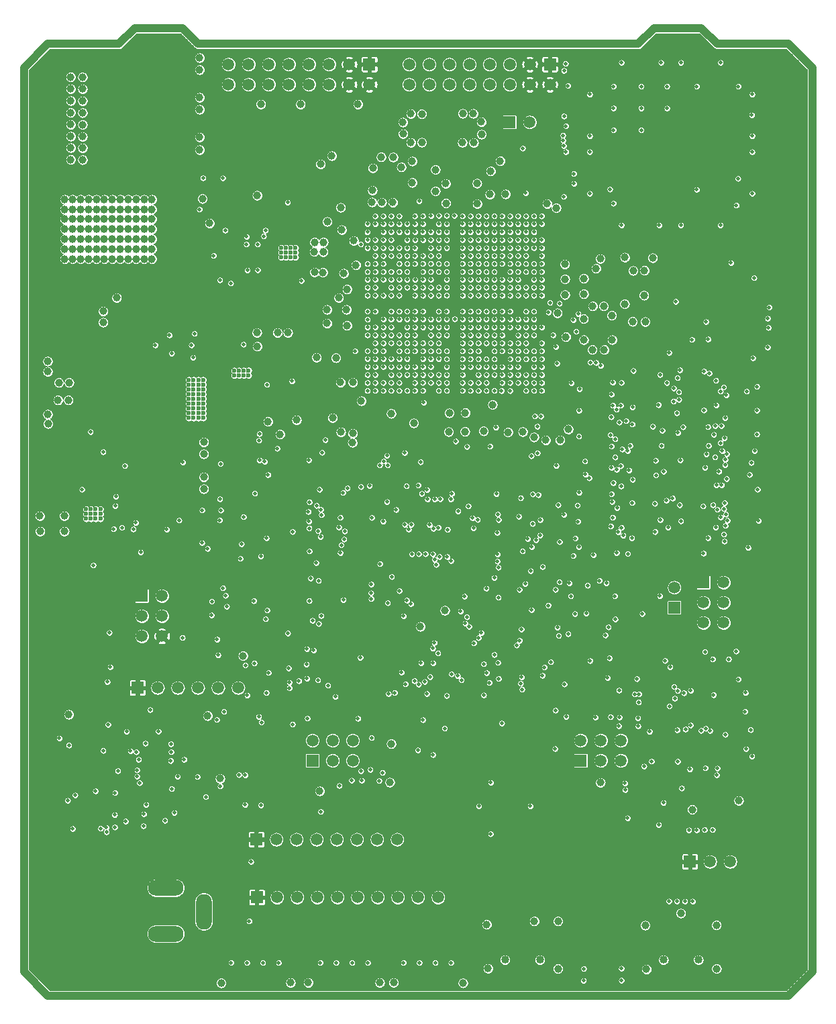
<source format=gbr>
G04 #@! TF.GenerationSoftware,KiCad,Pcbnew,5.0.0-rc2-dev-unknown-d35a6f1~64~ubuntu18.04.1*
G04 #@! TF.CreationDate,2018-05-21T11:58:16+02:00*
G04 #@! TF.ProjectId,Cryptech Alpha,437279707465636820416C7068612E6B,rev?*
G04 #@! TF.SameCoordinates,Original*
G04 #@! TF.FileFunction,Copper,L4,Inr,Plane*
G04 #@! TF.FilePolarity,Positive*
%FSLAX46Y46*%
G04 Gerber Fmt 4.6, Leading zero omitted, Abs format (unit mm)*
G04 Created by KiCad (PCBNEW 5.0.0-rc2-dev-unknown-d35a6f1~64~ubuntu18.04.1) date Mon May 21 11:58:16 2018*
%MOMM*%
%LPD*%
G01*
G04 APERTURE LIST*
%ADD10C,1.500000*%
%ADD11R,1.500000X1.500000*%
%ADD12C,1.016000*%
%ADD13O,2.000000X4.500000*%
%ADD14O,4.500000X2.000000*%
%ADD15C,0.500000*%
%ADD16C,1.000000*%
%ADD17C,0.600000*%
%ADD18C,1.000000*%
%ADD19C,0.050000*%
G04 APERTURE END LIST*
D10*
X36580000Y-6000000D03*
X54360000Y-6000000D03*
X51820000Y-6000000D03*
X49280000Y-6000000D03*
X46740000Y-6000000D03*
X44200000Y-6000000D03*
X41660000Y-6000000D03*
X39120000Y-6000000D03*
X34040000Y-6000000D03*
D11*
X31500000Y-6000000D03*
X84160740Y30530000D03*
D10*
X84160740Y33070000D03*
D12*
X67209800Y-13884000D03*
X62800000Y-13884000D03*
X82800000Y-13884000D03*
X87209800Y-13884000D03*
D10*
X29133790Y20421600D03*
X26593790Y20421600D03*
X24053790Y20421600D03*
X21513790Y20421600D03*
X18973790Y20421600D03*
D11*
X16433790Y20421600D03*
X38506390Y11252200D03*
D10*
X38506390Y13792200D03*
X41046390Y11252200D03*
X41046390Y13792200D03*
X43586390Y11252200D03*
X43586390Y13792200D03*
X77444590Y13792200D03*
X77444590Y11252200D03*
X74904590Y13792200D03*
X74904590Y11252200D03*
X72364590Y13792200D03*
D11*
X72364590Y11252200D03*
D13*
X24800000Y-7800000D03*
D14*
X20000000Y-10600000D03*
X20000000Y-4800000D03*
D10*
X65916800Y91744800D03*
D11*
X63376800Y91744800D03*
X87847000Y33705800D03*
D10*
X90387000Y33705800D03*
X87847000Y31165800D03*
X90387000Y31165800D03*
X87847000Y28625800D03*
X90387000Y28625800D03*
X91219330Y-1500000D03*
X88679330Y-1500000D03*
D11*
X86139330Y-1500000D03*
X16980000Y32015000D03*
D10*
X19520000Y32015000D03*
X16980000Y29475000D03*
X19520000Y29475000D03*
X16980000Y26935000D03*
X19520000Y26935000D03*
X49190000Y1300000D03*
D11*
X31410000Y1300000D03*
D10*
X33950000Y1300000D03*
X36490000Y1300000D03*
X39030000Y1300000D03*
X41570000Y1300000D03*
X44110000Y1300000D03*
X46650000Y1300000D03*
X50692990Y96494600D03*
X50692990Y99034600D03*
X53232990Y96494600D03*
X53232990Y99034600D03*
X55772990Y96494600D03*
X55772990Y99034600D03*
X58312990Y96494600D03*
X58312990Y99034600D03*
X60852990Y96494600D03*
X60852990Y99034600D03*
X63392990Y96494600D03*
X63392990Y99034600D03*
X65932990Y96494600D03*
X65932990Y99034600D03*
X68472990Y96494600D03*
D11*
X68472990Y99034600D03*
X45689190Y99034600D03*
D10*
X45689190Y96494600D03*
X43149190Y99034600D03*
X43149190Y96494600D03*
X40609190Y99034600D03*
X40609190Y96494600D03*
X38069190Y99034600D03*
X38069190Y96494600D03*
X35529190Y99034600D03*
X35529190Y96494600D03*
X32989190Y99034600D03*
X32989190Y96494600D03*
X30449190Y99034600D03*
X30449190Y96494600D03*
X27909190Y99034600D03*
X27909190Y96494600D03*
D15*
X50446300Y77889100D03*
X48440000Y69888100D03*
X47449000Y69888100D03*
X46433100Y69888100D03*
X58453420Y69892820D03*
X54434100Y69888100D03*
X54434100Y67889500D03*
X54434100Y66889500D03*
X54434100Y70904100D03*
X53443500Y69888100D03*
X59453420Y67884780D03*
X53443500Y66889500D03*
X53443500Y70904100D03*
X52452900Y69888100D03*
X53443500Y71894700D03*
X53443500Y65889500D03*
X54434100Y72885300D03*
X52452900Y71894700D03*
X53443500Y72885300D03*
X52452900Y65889500D03*
X53443500Y64889500D03*
X51436900Y69888100D03*
X51436900Y67889500D03*
X51436900Y70904100D03*
X54434100Y73901300D03*
X52452900Y72885300D03*
X53443500Y63889500D03*
X51436900Y65889500D03*
X50446300Y67889500D03*
X62453420Y69892820D03*
X62453420Y67884780D03*
X52452900Y63889500D03*
X50446300Y66889500D03*
X58448700Y74891900D03*
X50446300Y70904100D03*
X54434100Y74891900D03*
X52452900Y73901300D03*
X62448700Y70904100D03*
X51436900Y64889500D03*
X50446300Y71894700D03*
X50446300Y65889500D03*
X59448700Y74891900D03*
X62448700Y71894700D03*
X62453420Y65884780D03*
X51436900Y63889500D03*
X51436900Y73901300D03*
X49455700Y67889500D03*
X50446300Y72885300D03*
X52452900Y62889500D03*
X50446300Y64889500D03*
X60448700Y74891900D03*
X63453420Y69892820D03*
X62453420Y64884770D03*
X58448700Y75882500D03*
X49455700Y70904100D03*
X58453420Y61884780D03*
X63453420Y66884780D03*
X54434100Y61889500D03*
X53443500Y61889500D03*
X63448700Y71894700D03*
X63453420Y65884780D03*
X61448700Y74891900D03*
X61453430Y62884780D03*
X62453420Y63884770D03*
X50446300Y73901300D03*
X51436900Y62889500D03*
X49455700Y72885300D03*
X49455700Y64889500D03*
X60448700Y75882500D03*
X52452900Y61889500D03*
X63448700Y72885300D03*
X64453420Y69892820D03*
X57448700Y76898500D03*
X64453420Y66884780D03*
X64448700Y70904100D03*
X48439700Y66889500D03*
X58448700Y76898500D03*
X48439700Y70904100D03*
X50446300Y62889500D03*
X62448700Y74891900D03*
X62453420Y62884780D03*
X49455700Y63889500D03*
X49455700Y73901300D03*
X51436900Y75882500D03*
X64448700Y71894700D03*
X59453420Y60884780D03*
X64453420Y65884780D03*
X63453420Y63884770D03*
X48439700Y71894700D03*
X48439700Y65889500D03*
X59448700Y76898500D03*
X52452900Y60889500D03*
X64448700Y72885300D03*
X48439700Y72885300D03*
X48439700Y64889500D03*
X49455700Y74891900D03*
X49455700Y62889500D03*
X62448700Y75882500D03*
X57448700Y77889100D03*
X65453430Y69892820D03*
X65453430Y67884780D03*
X47449100Y66889500D03*
X65453430Y66884780D03*
X65448700Y70904100D03*
X61453430Y60884780D03*
X64453420Y63884770D03*
X61448700Y76898500D03*
X64448700Y73901300D03*
X47449100Y71894700D03*
X47449100Y65889500D03*
X59448700Y77889100D03*
X59453420Y59884770D03*
X49455700Y75882500D03*
X47449100Y72885300D03*
X60448700Y77889100D03*
X65448700Y72885300D03*
X60453420Y59884770D03*
X65453430Y64884770D03*
X64448700Y74891900D03*
X62453420Y60884780D03*
X48439700Y74891900D03*
X62448700Y76898500D03*
X66453420Y67884780D03*
X46433100Y67889500D03*
X57448700Y78905100D03*
X47449100Y63889500D03*
X61448700Y77889100D03*
X47449100Y73901300D03*
X58453420Y58884780D03*
X66453420Y66884780D03*
X66448700Y70904100D03*
X65453430Y63884770D03*
X65448700Y73901300D03*
X58448700Y78905100D03*
X46433100Y70904100D03*
X66448700Y71894700D03*
X66453420Y65884780D03*
X46433100Y71894700D03*
X59448700Y78905100D03*
X48439700Y75882500D03*
X63453420Y60884780D03*
X63448700Y76898500D03*
X47449100Y74891900D03*
X66448700Y72885300D03*
X65448700Y74891900D03*
X66453420Y64884770D03*
X60448700Y78905100D03*
X67453420Y69892820D03*
X45442500Y67889500D03*
X66448700Y73901300D03*
X46433100Y63889500D03*
X61448700Y78905100D03*
X46433100Y73901300D03*
X58448700Y79895700D03*
X45442500Y70904100D03*
X67448700Y70904100D03*
X64453420Y60884780D03*
X65448700Y75882500D03*
X63448700Y77889100D03*
X45442500Y71894700D03*
X67448700Y71894700D03*
X67453420Y65884780D03*
X46433100Y74891900D03*
X50446300Y78905100D03*
X46433100Y62889500D03*
X62448700Y78905100D03*
X45442500Y72885300D03*
X60448700Y79895700D03*
X64448700Y77889100D03*
X47449100Y76898500D03*
X48439700Y77889100D03*
X45442500Y73901300D03*
X67448700Y73901300D03*
X66448700Y75882500D03*
X46433100Y75882500D03*
X63448700Y78905100D03*
X67448700Y74891900D03*
X62448700Y79895700D03*
X66448700Y76898500D03*
X46433100Y60889500D03*
X64448700Y78905100D03*
X46433100Y76898500D03*
X45442500Y75882500D03*
X67448700Y75882500D03*
X45442500Y61889500D03*
X66448700Y77889100D03*
X66453420Y59884770D03*
X64448700Y79895700D03*
X45442500Y76898500D03*
X67448700Y76898500D03*
X66448700Y78905100D03*
X45442500Y78905100D03*
X67448700Y78905100D03*
X67448700Y79895700D03*
X51475000Y76875000D03*
X52450000Y76875000D03*
X63453420Y62884780D03*
X75850000Y28075000D03*
X47025000Y36050000D03*
X37750000Y23375000D03*
X24585000Y42815000D03*
X76675000Y31975000D03*
X56100000Y44900000D03*
D16*
X52125000Y28150000D03*
D15*
X65350000Y33525000D03*
X71425000Y37075000D03*
X70500000Y91250000D03*
X92207800Y84632800D03*
X66000000Y5500000D03*
D16*
X60660000Y-14963590D03*
X80500000Y-9536420D03*
X89500000Y-15000000D03*
X89487400Y-9500000D03*
X80660000Y-15067780D03*
X69488400Y-15000000D03*
X69488400Y-9000000D03*
X60500000Y-9413610D03*
X85000000Y-8000000D03*
X66500000Y-9000000D03*
X35750000Y-16750000D03*
X57500000Y-16800000D03*
X48750000Y-16750000D03*
X47000000Y-16750000D03*
X37982000Y-16750000D03*
X27000000Y-16800000D03*
D15*
X30530800Y-9000000D03*
X30750000Y-1500000D03*
X8250000Y2654120D03*
X11772170Y2692730D03*
D16*
X43593770Y52492120D03*
D15*
X84554130Y15100740D03*
X87550000Y15025000D03*
X88679330Y15000730D03*
X89125000Y19525000D03*
X12100590Y12500610D03*
X16700000Y8425000D03*
X13550000Y4400000D03*
X11125000Y7400000D03*
X79450000Y21550000D03*
X69113400Y12736600D03*
X51436900Y77889100D03*
D16*
X46125000Y85949990D03*
X40950000Y87500000D03*
X47175000Y87350000D03*
X48700000Y87325000D03*
D15*
X55450100Y75882500D03*
X57448700Y75882500D03*
X72202200Y58097800D03*
X52550000Y56400000D03*
D16*
X55225000Y30175000D03*
D15*
X57453420Y67884780D03*
X58453420Y67884780D03*
X57448700Y70904100D03*
X58453420Y66884780D03*
X55450100Y71894700D03*
X59453420Y69892820D03*
X57453420Y65884780D03*
X58448700Y71894700D03*
X59453420Y66884780D03*
X54434100Y65889500D03*
X59448700Y70904100D03*
X52452900Y67889500D03*
X57448700Y72885300D03*
X55445380Y64884770D03*
X60453420Y69892820D03*
X59453420Y65884780D03*
X52452900Y70904100D03*
X58453420Y64884770D03*
X60453420Y66884780D03*
X59448700Y72885300D03*
X60448700Y71894700D03*
X57453420Y63884770D03*
X61453430Y67884780D03*
X55450100Y73901300D03*
X61448700Y70904100D03*
X51436900Y66889500D03*
X58448700Y73901300D03*
X60453420Y64884770D03*
X59453420Y63884770D03*
X61453430Y65884780D03*
X53443500Y73901300D03*
X59448700Y73901300D03*
X57448700Y74891900D03*
X61448700Y72885300D03*
X62453420Y66884780D03*
X60448700Y73901300D03*
X53443500Y62889500D03*
X61453430Y63884770D03*
X61448700Y73901300D03*
X49455700Y69888100D03*
X57453420Y61884780D03*
X63453420Y67884780D03*
X49455700Y66889500D03*
X63448700Y70904100D03*
X49455700Y71894700D03*
X59448700Y75882500D03*
X59453420Y61884780D03*
X50446300Y63889500D03*
X62448700Y73901300D03*
X60453420Y61884780D03*
X55450100Y76898500D03*
X48439700Y67889500D03*
X54434100Y76898500D03*
X50446300Y74891900D03*
X61448700Y75882500D03*
X61453430Y61884780D03*
X63448700Y73901300D03*
X60453420Y60884780D03*
X60448700Y76898500D03*
X55450100Y77889100D03*
X50446300Y61889500D03*
X63448700Y74891900D03*
X58448700Y77889100D03*
X65453430Y65884780D03*
X63448700Y75882500D03*
X47449100Y64889500D03*
X52452900Y59889500D03*
X64453420Y62884780D03*
X55445380Y58884780D03*
X66453420Y69892820D03*
X55450100Y78905100D03*
X49455700Y60889500D03*
X64448700Y75882500D03*
X48439700Y61889500D03*
X62448700Y77889100D03*
X46433100Y72885300D03*
X45442500Y69888100D03*
X57448700Y79895700D03*
X64448700Y76898500D03*
X48439700Y76898500D03*
X47449100Y75882500D03*
X63453420Y59884770D03*
X59453420Y57884780D03*
X59448700Y79895700D03*
X67448700Y72885300D03*
X48439700Y59889500D03*
X65448700Y76898500D03*
X61448700Y79895700D03*
X49455700Y58889500D03*
X46433100Y61889500D03*
X65448700Y77889100D03*
X48439700Y78905100D03*
X67453420Y61884780D03*
X63448700Y79895700D03*
X65448700Y78905100D03*
X66453420Y58884780D03*
X65448700Y79895700D03*
X45442500Y58889500D03*
X66448700Y79895700D03*
X46431200Y78909800D03*
X56413400Y79959200D03*
D16*
X7250000Y82000000D03*
X8250000Y82000000D03*
X9250000Y82000000D03*
X10250000Y82000000D03*
X11250000Y82000000D03*
X12250000Y82000000D03*
X13250000Y82000000D03*
X14250000Y82000000D03*
X15250000Y82000000D03*
X16250000Y82000000D03*
X17250000Y82000000D03*
X18250000Y82000000D03*
X18250000Y80750000D03*
X17250000Y80750000D03*
X16250000Y80750000D03*
X15250000Y80750000D03*
X14250000Y80750000D03*
X13250000Y80750000D03*
X12250000Y80750000D03*
X11250000Y80750000D03*
X10250000Y80750000D03*
X9250000Y80750000D03*
X8250000Y80750000D03*
X7250000Y80750000D03*
X18250000Y79500000D03*
X17250000Y79500000D03*
X16250000Y79500000D03*
X15250000Y79500000D03*
X14250000Y79500000D03*
X13250000Y79500000D03*
X12250000Y79500000D03*
X11250000Y79500000D03*
X10250000Y79500000D03*
X9250000Y79500000D03*
X8250000Y79500000D03*
X7250000Y79500000D03*
X18250000Y78250000D03*
X17250000Y78250000D03*
X16250000Y78250000D03*
X15250000Y78250000D03*
X14250000Y78250000D03*
X13250000Y78250000D03*
X12250000Y78250000D03*
X11250000Y78250000D03*
X10250000Y78250000D03*
X9250000Y78250000D03*
X8250000Y78250000D03*
X7250000Y78250000D03*
X18250000Y77000000D03*
X17250000Y77000000D03*
X16250000Y77000000D03*
X15250000Y77000000D03*
X14250000Y77000000D03*
X13250000Y77000000D03*
X12250000Y77000000D03*
X11250000Y77000000D03*
X10250000Y77000000D03*
X9250000Y77000000D03*
X8250000Y77000000D03*
X7250000Y77000000D03*
X18250000Y75750000D03*
X17250000Y75750000D03*
X16250000Y75750000D03*
X15250000Y75750000D03*
X14250000Y75750000D03*
X13250000Y75750000D03*
X12250000Y75750000D03*
X11250000Y75750000D03*
X10250000Y75750000D03*
X9250000Y75750000D03*
X8250000Y75750000D03*
X7250000Y75750000D03*
X18250000Y74500000D03*
X17250000Y74500000D03*
X16250000Y74500000D03*
X15250000Y74500000D03*
X14250000Y74500000D03*
X13250000Y74500000D03*
X12250000Y74500000D03*
X11250000Y74500000D03*
X10250000Y74500000D03*
X9250000Y74500000D03*
X8250000Y74500000D03*
X7250000Y74500000D03*
X39025000Y62075000D03*
X41475000Y62025000D03*
X41050000Y54450000D03*
X51300000Y53800000D03*
X55700000Y52700000D03*
X55775000Y55075000D03*
X67950000Y51650000D03*
X69750040Y51650000D03*
X70500000Y64675000D03*
X72750000Y64300000D03*
X76325000Y64300000D03*
X73825000Y63050000D03*
X75325000Y63050000D03*
X70375000Y71950000D03*
X72750000Y72025000D03*
X80400000Y73050000D03*
X78975000Y73025000D03*
X77925000Y74700000D03*
X81450000Y74625000D03*
X70350000Y73825000D03*
X74825000Y74525000D03*
X69275000Y80925000D03*
X68125000Y81450000D03*
X62875000Y82675000D03*
X55350000Y81525000D03*
X55325000Y84000000D03*
X62200000Y86850000D03*
X61000000Y85575000D03*
X54025000Y85750000D03*
X54025000Y83050000D03*
X49725000Y86075000D03*
X52300000Y89200000D03*
X50925000Y89175000D03*
X50925000Y92800000D03*
X52300000Y92775000D03*
X49925000Y91725000D03*
X49950000Y90275000D03*
X39525000Y86450000D03*
X42075010Y80975000D03*
X42200000Y78175000D03*
X42450000Y72675000D03*
X42875000Y66100000D03*
X40350000Y66375000D03*
X38775000Y76600000D03*
X39900000Y76600000D03*
X40375000Y79200000D03*
X38775000Y72825000D03*
X39825000Y72800000D03*
X38750000Y75425000D03*
X39875000Y75375000D03*
X24275000Y99850000D03*
X24275000Y98350000D03*
X24275000Y94850000D03*
X24275000Y93350000D03*
X24275000Y89850000D03*
X24275000Y88250000D03*
X5150000Y53724980D03*
X5100000Y54900000D03*
X6400000Y56700000D03*
X7700000Y56700000D03*
X7800000Y58900000D03*
X6500000Y58900000D03*
X5100000Y61600000D03*
X5100000Y60300000D03*
X12100000Y67900000D03*
X12100000Y66500000D03*
X13800000Y69600000D03*
X32900000Y54000000D03*
X36500000Y54200000D03*
X24800000Y51400000D03*
X24800000Y49900000D03*
X24800000Y47000000D03*
X24800000Y45500000D03*
X7200000Y40150000D03*
X7200000Y42100000D03*
X4150000Y40150000D03*
X4100000Y42100000D03*
X29750000Y24450000D03*
X92300000Y6200000D03*
X86425000Y5075000D03*
X74850000Y8475000D03*
X48275000Y8500000D03*
X26850000Y8975000D03*
X7750000Y17050000D03*
X25275000Y16900000D03*
X43549990Y51350000D03*
X74300000Y73300000D03*
D15*
X94100000Y62000000D03*
X93300000Y57800000D03*
X94600000Y58400000D03*
X94600000Y55400000D03*
X94600000Y52400000D03*
X94676800Y45423200D03*
X94795600Y41495600D03*
X93500000Y38100000D03*
X79000000Y60400000D03*
X77505400Y58894600D03*
X77424400Y56024400D03*
X73556800Y61456800D03*
X72128800Y52128800D03*
X60934600Y50865400D03*
X56588800Y51511200D03*
X50147600Y50052400D03*
X39717600Y50082400D03*
X31235800Y44935800D03*
X29821800Y41978200D03*
X29550000Y38550000D03*
X29417600Y36717600D03*
X27207800Y33007800D03*
X27550000Y32050000D03*
X31123000Y31377000D03*
X32700000Y39300000D03*
X39200000Y21400000D03*
X37800000Y21600000D03*
X40470200Y20729800D03*
D16*
X48450000Y13350000D03*
D15*
X55186200Y15313800D03*
X62400000Y15951200D03*
X67529000Y21971000D03*
X68584000Y23684000D03*
X67792600Y23007400D03*
X66156600Y30243400D03*
X66038400Y35161600D03*
X66285400Y41114600D03*
X65042800Y88442800D03*
X87923600Y60326400D03*
X89416000Y59166000D03*
X89454200Y56045800D03*
X88423600Y53326400D03*
X89487400Y45987400D03*
X89398000Y40648000D03*
X88439200Y39310800D03*
X48439700Y57889500D03*
D16*
X63200000Y52650000D03*
X60100000Y52800000D03*
D15*
X72150000Y55375000D03*
X58000000Y50825000D03*
X81450000Y53375000D03*
X72007600Y41392400D03*
X87800000Y43324000D03*
X43900000Y62875000D03*
X77453780Y45852240D03*
D16*
X66478240Y52027540D03*
X65053170Y52702570D03*
D15*
X72157800Y45042200D03*
X72117400Y38182600D03*
X78810800Y39310800D03*
X84599400Y11125600D03*
X81300000Y11150000D03*
X86131400Y10168600D03*
X89525000Y9425000D03*
X88100000Y10300000D03*
X89600000Y10275000D03*
X93163400Y19813400D03*
X88032000Y24968000D03*
X89032000Y24032000D03*
X83635400Y23039600D03*
X79655400Y18619600D03*
X83546400Y18103600D03*
X79600000Y15597000D03*
X81050000Y14900000D03*
X74225000Y16700000D03*
X12875000Y27375000D03*
X13000000Y23050000D03*
X12625000Y21175000D03*
X26600000Y24550000D03*
X51816000Y12559000D03*
X36000000Y15825000D03*
X19889200Y3689200D03*
X20750000Y7697600D03*
X21500000Y9225000D03*
X20625000Y11228200D03*
X22325000Y11375000D03*
X20686390Y12336400D03*
X8564000Y6886000D03*
X13575000Y2850000D03*
X53725000Y11975000D03*
X17225000Y4500000D03*
X17170000Y3000000D03*
X12717200Y15782800D03*
X73500000Y95250000D03*
X73500000Y90000000D03*
X73500000Y88000000D03*
X73500000Y82750000D03*
X77500000Y78750000D03*
X82250000Y78750000D03*
X85000000Y78750000D03*
X90000000Y78750000D03*
X94000000Y82750000D03*
X93954600Y92647600D03*
X90000000Y99250000D03*
X85000000Y99250000D03*
X82500000Y99250000D03*
X77500000Y99250000D03*
X76500000Y96250000D03*
X80000000Y96250000D03*
X83250000Y96250000D03*
X76500000Y93500000D03*
X80000000Y93500000D03*
X83250000Y93500000D03*
X76500000Y90750000D03*
X80000000Y90750000D03*
X76500000Y81500000D03*
X87000000Y83250000D03*
X92000000Y81250000D03*
X92250000Y96250000D03*
X94000000Y95250000D03*
X94000000Y90000000D03*
X94000000Y88000000D03*
X87000000Y96250000D03*
X70250000Y92500000D03*
X70250000Y98250000D03*
X70750000Y96338800D03*
X71500000Y85250000D03*
X71500000Y84000000D03*
X27200000Y84700000D03*
X27500000Y78100000D03*
X26831200Y71831200D03*
X28194000Y71431000D03*
X26050000Y74900000D03*
D16*
X25525000Y79000000D03*
X31525000Y82500000D03*
X32000000Y94000000D03*
X37000000Y94000000D03*
X44250000Y94000000D03*
D15*
X35375000Y81625000D03*
X30169400Y76344400D03*
X31580600Y76344400D03*
X30200000Y77300000D03*
X23225000Y63625000D03*
X23617800Y65082200D03*
X14833600Y48408600D03*
X14475000Y40625000D03*
X16217800Y41232200D03*
X32350000Y77375000D03*
X51970900Y81785740D03*
X53467000Y79925800D03*
X52451000Y74887200D03*
X51460400Y71890000D03*
X45448600Y66878200D03*
X68875000Y64900000D03*
X22150000Y48850000D03*
X21680000Y41545000D03*
X20125000Y40400000D03*
X40125000Y51675000D03*
X31823000Y49123000D03*
X50000000Y29475000D03*
X53275000Y40975000D03*
X76725000Y29075000D03*
X94239400Y72110600D03*
X91325000Y74000000D03*
D16*
X48450000Y55000000D03*
D15*
X44602400Y76352400D03*
D16*
X42875000Y70675000D03*
D15*
X68300000Y67775000D03*
D16*
X35400000Y65200000D03*
X31500000Y65200000D03*
X34100000Y65200000D03*
X31550000Y63475000D03*
X70800000Y53025000D03*
D15*
X35925000Y59100000D03*
D16*
X34425000Y52400000D03*
X42100000Y52675000D03*
D15*
X32600000Y29100000D03*
X44550000Y24225000D03*
X80125000Y29750000D03*
X82346800Y32003200D03*
X68264800Y30810200D03*
X71100000Y31975000D03*
X71625000Y29750000D03*
X73050000Y29800000D03*
D16*
X43725000Y76800000D03*
D15*
X70225000Y88750000D03*
X70144800Y89419800D03*
X70125000Y90075000D03*
X70225000Y82350000D03*
X15900780Y40426970D03*
D16*
X24617800Y82092800D03*
D15*
X67550000Y35675000D03*
X77503780Y40626980D03*
X78850000Y43750000D03*
X37875000Y16575000D03*
X42375000Y45025000D03*
X10850000Y35875000D03*
X16579200Y11375000D03*
X80350000Y10525000D03*
X85104150Y7750380D03*
X21076030Y4675230D03*
X25051220Y6675330D03*
X88135400Y15286200D03*
X84135120Y20567680D03*
D17*
X11745800Y41747200D03*
X11745800Y42347200D03*
X11745800Y42947200D03*
X11145800Y42947200D03*
X11145800Y42347200D03*
X11145800Y41747200D03*
X9945800Y41747200D03*
X9945800Y42347200D03*
X9945800Y42947200D03*
X10545800Y42947190D03*
X10545800Y42347190D03*
X10545800Y41747200D03*
X35758400Y75905600D03*
X35758400Y75305610D03*
X35758400Y74705610D03*
X36358400Y74705600D03*
X36358400Y75305600D03*
X36358400Y75905600D03*
X35158400Y75905600D03*
X35158400Y75305600D03*
X35158400Y74705600D03*
X34558400Y74705600D03*
X34558400Y75305600D03*
X34558400Y75905600D03*
X23509200Y54455200D03*
X23509200Y55055200D03*
X23509200Y55655200D03*
X22909200Y55655200D03*
X22909200Y55055200D03*
X22909200Y54455200D03*
X24109200Y54455210D03*
X24109200Y55055200D03*
X24109200Y55655200D03*
X24709200Y55655200D03*
X24709200Y55055200D03*
X24709200Y54455200D03*
X23509200Y56255200D03*
X23509200Y56855200D03*
X23509200Y57455200D03*
X22909200Y57455200D03*
X22909200Y56855200D03*
X22909200Y56255200D03*
X24109200Y56255210D03*
X24109200Y56855200D03*
X24109200Y57455200D03*
X24709200Y57455200D03*
X24709200Y56855200D03*
X24709200Y56255200D03*
X29234200Y59830200D03*
X29234200Y60430200D03*
X28634200Y60430200D03*
X28634200Y59830200D03*
X29834200Y59830200D03*
X29834200Y60430200D03*
X30434200Y60430200D03*
X30434200Y59830200D03*
X24709200Y58055210D03*
X24709200Y58655200D03*
X24709200Y59255200D03*
X24109200Y59255200D03*
X24109200Y58655200D03*
X24109200Y58055210D03*
X22909200Y58055210D03*
X22909200Y58655200D03*
X22909200Y59255200D03*
X23509200Y59255200D03*
X23509200Y58655200D03*
X23509200Y58055200D03*
D15*
X61000000Y8475000D03*
X61000000Y2000000D03*
X59500000Y5500000D03*
X48500000Y34425000D03*
X55550000Y40375000D03*
X45925000Y33475000D03*
X37982000Y42621260D03*
X66313640Y44843000D03*
X46000000Y41875000D03*
X67250000Y41600000D03*
X48002340Y31126520D03*
X64800000Y44350000D03*
X61975000Y35600000D03*
X61725000Y44875000D03*
X42025000Y37425000D03*
X61850000Y37250000D03*
X45975000Y14125000D03*
X41900000Y8075000D03*
X47352310Y9725470D03*
X46925000Y8700000D03*
X45800000Y10100000D03*
X44727180Y8725430D03*
X43450000Y8750000D03*
X44625000Y9925000D03*
X53925000Y36600000D03*
X54125000Y35950000D03*
X50427460Y31451530D03*
X50925000Y31000000D03*
X88993380Y2527420D03*
X52675000Y21200000D03*
X87997700Y2527420D03*
X56050000Y22150000D03*
X86998520Y2477410D03*
X56825000Y21925000D03*
X86000000Y2477410D03*
X57300000Y21400000D03*
X58175000Y43325000D03*
X56875000Y42700000D03*
X54402650Y40626980D03*
X53752660Y40497330D03*
X47449100Y78905100D03*
X50975000Y41000000D03*
X39025000Y43400000D03*
X47449100Y79895700D03*
X38126860Y43852140D03*
X47902340Y43877140D03*
X49455700Y79895700D03*
X39575000Y42900000D03*
X50152450Y41002000D03*
X48439700Y79895700D03*
X50650000Y40400000D03*
X39650000Y42225000D03*
X24000000Y9200000D03*
X30276480Y19475950D03*
X38650000Y25150000D03*
X45925000Y31650000D03*
X30026470Y9425460D03*
X56000000Y36425000D03*
X37800000Y25325000D03*
X45900000Y32375000D03*
X29238280Y9450000D03*
X55500000Y36950000D03*
X55452710Y19425950D03*
X44250000Y16550000D03*
X57975000Y29350000D03*
X26876310Y8025390D03*
X69175000Y32800000D03*
X57777820Y28551390D03*
X76125000Y16750000D03*
X51925000Y37300000D03*
X41400000Y19300000D03*
X48439700Y60889500D03*
X76050000Y83275000D03*
X56450000Y66925000D03*
X50446300Y59889500D03*
X90000000Y51300000D03*
X35400000Y27300000D03*
X72900000Y49000000D03*
X51436900Y57889500D03*
X90500000Y51900000D03*
X76700000Y51800000D03*
X39300000Y28500000D03*
X51436900Y58889500D03*
X76100000Y52300000D03*
X38500000Y28900000D03*
X89150000Y52350000D03*
X84625000Y52575000D03*
X51436900Y59889500D03*
X78103810Y54077640D03*
X32800000Y30200000D03*
X50446300Y57889500D03*
X38100000Y31400000D03*
X82654030Y52852580D03*
X77228770Y53902630D03*
X54434100Y58889500D03*
X39600000Y29500000D03*
X88504320Y50952490D03*
X78603840Y50952490D03*
X78290380Y50290380D03*
X90200000Y50300000D03*
X54434100Y57889500D03*
X45700000Y45900000D03*
X47900000Y49700000D03*
X52452900Y58889500D03*
X77600000Y50500000D03*
X88225000Y49875000D03*
X47000000Y48500000D03*
X52452900Y57889500D03*
X89300000Y49500000D03*
X76253790Y50864570D03*
X47499900Y48999900D03*
X54434100Y59889500D03*
X84925000Y49125000D03*
X81825000Y49075000D03*
X48000000Y48500000D03*
X53443500Y58889500D03*
X82554030Y50952490D03*
X69275000Y48425000D03*
X90600000Y49200000D03*
X53443500Y59889500D03*
X42925000Y45600000D03*
X77425000Y48400000D03*
X58453420Y57884780D03*
X89800000Y47700000D03*
X81850000Y47225000D03*
X61450000Y34300000D03*
X66453420Y61884780D03*
X64625000Y32800000D03*
X76700000Y49500000D03*
X55445380Y57884780D03*
X90799820Y49899900D03*
X60450000Y32950000D03*
X60453420Y57884780D03*
X94300000Y50300000D03*
X78903850Y46677280D03*
X61975000Y31828260D03*
X59453420Y58884780D03*
X61900000Y42300000D03*
X60453420Y58884780D03*
X62000000Y41600000D03*
X61453430Y59884770D03*
X64553150Y42025000D03*
X46433100Y57889500D03*
X35600000Y20400000D03*
X45442500Y57889500D03*
X35600000Y21100000D03*
X36800000Y21300000D03*
X47449100Y57889500D03*
X46433100Y59889500D03*
X35500000Y22900000D03*
X45442500Y59889500D03*
X32700000Y19800000D03*
X48900000Y19800000D03*
X49455700Y57889500D03*
X48439700Y58889500D03*
X48100000Y19650000D03*
X57453420Y60884780D03*
X59350000Y41625000D03*
X61453430Y57884780D03*
X61825000Y39975000D03*
X90425000Y39775000D03*
X77100000Y40075000D03*
X62375000Y57875000D03*
X76150000Y40800000D03*
X65675000Y39200000D03*
X90625000Y40875000D03*
X90879430Y41527030D03*
X67453420Y62884780D03*
X76400000Y41900000D03*
X59475000Y26725000D03*
X66453420Y62884780D03*
X90675000Y42300000D03*
X71675000Y39275000D03*
X58900000Y26050000D03*
X57453420Y57884780D03*
X90425000Y43000000D03*
X76953760Y43102100D03*
X55975000Y44200000D03*
X57440220Y58884780D03*
X53025000Y44200000D03*
X90525000Y43725000D03*
X76325000Y43875000D03*
X57453420Y59884770D03*
X50377460Y45877240D03*
X83175000Y44050000D03*
X55445380Y59884770D03*
X52150000Y48900000D03*
X83950000Y44325000D03*
X49455700Y59889500D03*
X51875000Y45950000D03*
X84850000Y43475000D03*
X46433100Y58889500D03*
X52300000Y44900000D03*
X89054350Y43475000D03*
X69525000Y43475000D03*
X47449100Y60889500D03*
X52975000Y45400000D03*
X81711360Y43656990D03*
X89600000Y42900000D03*
X53950000Y44200000D03*
X52452900Y66889500D03*
X90025000Y41925000D03*
X82400000Y41600000D03*
X54627670Y44227160D03*
X47449100Y62889500D03*
X76250000Y44850000D03*
X83375000Y40650000D03*
X67453420Y58884780D03*
X85000000Y41450000D03*
X67025000Y44750000D03*
X67453420Y57884780D03*
X81750000Y40100000D03*
X66453420Y57884780D03*
X90500000Y38900000D03*
X77725000Y39625000D03*
X76900000Y37425000D03*
X65453430Y57884780D03*
X90575000Y54450000D03*
X76200000Y54575000D03*
X65453430Y59884770D03*
X84475000Y55075000D03*
X66900000Y50025000D03*
X65453430Y58884780D03*
X84075000Y56550000D03*
X66128230Y49652420D03*
X63453420Y58884780D03*
X84754140Y56752770D03*
X67353290Y54652670D03*
X90725000Y57325000D03*
X63449880Y57874880D03*
X76250000Y57425000D03*
X66875000Y53375000D03*
X76400000Y58925000D03*
X64900000Y21769670D03*
X90404410Y58327850D03*
X64453420Y59884770D03*
X69375000Y61325000D03*
X64775000Y20975000D03*
X84575000Y59500000D03*
X71175000Y58850000D03*
X64453420Y58884780D03*
X84879140Y60477950D03*
X64453420Y61884780D03*
X62003030Y21576050D03*
X82375000Y59900000D03*
X88600000Y60075000D03*
X74300000Y61425000D03*
X58453420Y60884780D03*
X61925000Y23600000D03*
X83225000Y58875000D03*
X60825000Y21075000D03*
X64453420Y64884770D03*
X83525000Y62675000D03*
X60500000Y22300000D03*
X84100000Y58200000D03*
X74875000Y61050000D03*
X55445380Y60884780D03*
X90000000Y57807000D03*
X60125000Y23425000D03*
X53443500Y60889500D03*
X84750000Y57725010D03*
X86400000Y64325000D03*
X47449100Y61889500D03*
X82175000Y56100000D03*
X84350000Y69125000D03*
X32068820Y16075000D03*
X49455700Y61889500D03*
X78900000Y55800000D03*
X88450000Y64375000D03*
X31728800Y16775000D03*
X31175000Y23525000D03*
X46433100Y64889500D03*
X76875000Y55525000D03*
X87900000Y55425000D03*
X76428730Y56027730D03*
X30050000Y23275000D03*
X46433100Y65889500D03*
X90100000Y53450000D03*
X93675000Y47300000D03*
X76471760Y46265120D03*
X52200000Y23550000D03*
X90137400Y45987410D03*
X78450000Y47850000D03*
X53725000Y23550000D03*
X85279160Y53302600D03*
X69700000Y38825000D03*
X53700000Y25400000D03*
X78875000Y53650000D03*
X89325000Y53450000D03*
X53900000Y26100000D03*
X63453420Y61884780D03*
X57200000Y30075000D03*
X58700000Y41823870D03*
X50446300Y60889500D03*
X58827870Y40551980D03*
X51436900Y60889500D03*
X62453420Y59884770D03*
X66575000Y54675000D03*
X57700000Y31950000D03*
X66175000Y38200000D03*
X62453420Y58884780D03*
X61653010Y53252600D03*
X64950000Y20225000D03*
X66725000Y39050000D03*
X72950000Y47350000D03*
X42150000Y38425000D03*
X64875000Y27800000D03*
X53350000Y21800000D03*
X88054300Y48177350D03*
X76900000Y47950000D03*
X71950000Y43425000D03*
X82825000Y47700000D03*
X67225000Y39650000D03*
X51377510Y21301040D03*
X93885400Y48810400D03*
X78300000Y37325000D03*
X54350000Y24800000D03*
X38975000Y36175000D03*
X38125000Y37650000D03*
X49750000Y22375000D03*
X70228430Y42252060D03*
X76228260Y48175000D03*
X90575000Y48525000D03*
X44625000Y45775000D03*
X47427310Y41402020D03*
X73450000Y46875000D03*
X90775000Y46775000D03*
X48439700Y63889500D03*
X25800000Y31300000D03*
X25775000Y29575000D03*
X45442500Y64889500D03*
X45442500Y65889500D03*
X55441360Y69896840D03*
X84500000Y-6500000D03*
X72725000Y-16500000D03*
X57448700Y73901300D03*
X22100000Y26750000D03*
X78275000Y4000000D03*
X50250000Y20900000D03*
X26900000Y48675000D03*
X39400000Y45425000D03*
X49455700Y78905100D03*
X70450000Y99125000D03*
X50446300Y76898500D03*
X65400000Y82800000D03*
X53443500Y75882500D03*
X54434100Y75882500D03*
X55448200Y79959200D03*
X54457600Y79959200D03*
X54434100Y77889100D03*
X54434100Y78905100D03*
X52452900Y79895700D03*
X52452900Y78905100D03*
X51436900Y79895700D03*
X52452900Y77889100D03*
X51436900Y78905100D03*
X53443500Y76898500D03*
X49455700Y77889100D03*
X46433100Y79895700D03*
X47449100Y77889100D03*
X45442500Y77889100D03*
X65453430Y62884780D03*
X69225000Y63425000D03*
X67453420Y63884770D03*
X45442500Y60889500D03*
X49075000Y42875000D03*
X77950000Y8400000D03*
X47449100Y58889500D03*
X51900000Y20850000D03*
X77975000Y7550000D03*
X55445380Y62884780D03*
X71409770Y66809780D03*
X88175000Y66575000D03*
X53443500Y74891900D03*
X65024990Y37656640D03*
X51436900Y74891900D03*
X61850000Y36375000D03*
X50446300Y75882500D03*
X52950000Y19675000D03*
X53443500Y77889100D03*
X52450000Y16375000D03*
X95952200Y63352200D03*
X55445380Y61884780D03*
X71775000Y65350000D03*
X96152200Y68401800D03*
X54434100Y64889500D03*
X68475000Y68975000D03*
X95952200Y67001800D03*
X54434100Y62889500D03*
X72050000Y67575000D03*
X96052200Y65834400D03*
X54434100Y63889500D03*
X69675000Y68889000D03*
X57453420Y62884780D03*
X58453420Y62884780D03*
X59453420Y62884780D03*
X55445380Y66884780D03*
X32900000Y47275000D03*
X42025000Y41900000D03*
X38275000Y34225000D03*
X41850000Y40650000D03*
X39275000Y33925000D03*
X42500000Y39150000D03*
X36000000Y40100000D03*
X39525000Y39475000D03*
X42575000Y40175000D03*
X49475000Y32650000D03*
X26475000Y26525000D03*
X55450100Y70904100D03*
X58448700Y70904100D03*
X55445380Y65884780D03*
X55450100Y72885300D03*
X57453420Y64884770D03*
X55424700Y67889500D03*
D16*
X47250000Y81625000D03*
X48650000Y81625000D03*
X46075000Y83150000D03*
X44000000Y73725000D03*
X51100000Y84125000D03*
X51100000Y86825000D03*
X46025000Y81650000D03*
X57802820Y55102690D03*
D15*
X57453420Y69892820D03*
X57453420Y66884780D03*
X57448700Y71894700D03*
X58453420Y65884780D03*
X60453420Y67884780D03*
X59448700Y71894700D03*
X58448700Y72885300D03*
X60448700Y70904100D03*
X59453420Y64884770D03*
X60453420Y65884780D03*
X61453430Y69892820D03*
X58453420Y63884770D03*
X61453430Y66884780D03*
X60448700Y72885300D03*
X61448700Y71894700D03*
X60453420Y63884770D03*
X61453430Y64884770D03*
D16*
X41825000Y69600000D03*
X40350000Y68100000D03*
X42800000Y68100000D03*
X43600000Y58924980D03*
X44675000Y56600000D03*
X57750000Y52725000D03*
X61225000Y56125000D03*
X75250000Y68550000D03*
X73875000Y68550000D03*
X76275000Y67375000D03*
X69425000Y67675000D03*
X77900000Y68825000D03*
X78900000Y66600000D03*
X80500000Y66575000D03*
X80350000Y69900000D03*
X70375000Y69975000D03*
X60900000Y82650000D03*
X59300000Y81450000D03*
X59275000Y84025000D03*
X57475000Y92825000D03*
X58800000Y92825000D03*
X59825000Y91775000D03*
X59850000Y90200000D03*
X57425000Y89175000D03*
X58850000Y89150000D03*
X72725000Y66950000D03*
X42050000Y58924980D03*
X72753550Y70078420D03*
D15*
X15050000Y14900000D03*
X38050000Y41400000D03*
X24575000Y38700000D03*
X32476580Y48952390D03*
X85400000Y19775000D03*
X86225000Y20075000D03*
X84600000Y20050000D03*
X93108400Y17433400D03*
X64653150Y26376290D03*
X90600000Y14525000D03*
X93800000Y15125000D03*
X64279110Y25785200D03*
X92250000Y21500000D03*
X93218000Y12718000D03*
X93968000Y11782000D03*
X91968000Y25032000D03*
X91032000Y24032000D03*
X83006000Y23844000D03*
X79725000Y19619600D03*
X79578000Y16597000D03*
X30000000Y5675000D03*
X32000000Y5625000D03*
X79171560Y19622870D03*
X84229700Y19084940D03*
X77173070Y15605840D03*
X15550000Y12450000D03*
X38100000Y40550000D03*
X25275000Y37975000D03*
X17425000Y13425000D03*
X16275000Y12325000D03*
X39225000Y40200000D03*
X18025000Y17650000D03*
X6571600Y14071600D03*
X7773400Y13176600D03*
X7621000Y6204000D03*
X12500000Y2800000D03*
X19069200Y14919200D03*
X27351200Y17426200D03*
X14940800Y3590800D03*
X26450000Y16400000D03*
X20638600Y13336400D03*
X39550000Y4800000D03*
X12516240Y2253300D03*
X13600000Y7175000D03*
X17512500Y5687500D03*
D16*
X39425000Y7402400D03*
D15*
X31825000Y52450000D03*
X31750000Y51625000D03*
X38050000Y49123000D03*
X34075000Y50600000D03*
X69575000Y27000000D03*
X58275000Y28129350D03*
X70525000Y16775000D03*
X87847000Y37378000D03*
X52775000Y37300000D03*
X53700000Y37275000D03*
X69175000Y17575000D03*
X75750000Y21675000D03*
X77200000Y20100000D03*
X77250000Y16700000D03*
X51050000Y37275000D03*
X69425000Y28025000D03*
X59825000Y27350000D03*
X70300000Y20875000D03*
X54527660Y36951800D03*
X69675000Y33775000D03*
X70925000Y33625000D03*
X66453420Y60884780D03*
X67453420Y59884770D03*
X70775000Y27225000D03*
X67453420Y60884780D03*
X74725000Y33925000D03*
X65453430Y61884780D03*
X73225000Y33325000D03*
X75475000Y27050000D03*
X73538600Y23825000D03*
X75600000Y33625000D03*
X73950000Y37175000D03*
X75996800Y24175000D03*
X29802200Y63725000D03*
X32750000Y58650000D03*
X45500000Y-14250000D03*
X41500000Y-14250000D03*
X39500000Y-14250000D03*
X43500000Y-14250000D03*
X34250000Y-14250000D03*
X30255000Y-14250000D03*
X28250000Y-14250000D03*
X32250000Y-14250000D03*
X83500000Y-6500000D03*
X72750000Y-15000000D03*
X52000000Y-14250000D03*
X56000000Y-14250000D03*
X54000000Y-14250000D03*
X50000000Y-14250000D03*
X85500000Y-6500000D03*
X77496220Y-14963590D03*
X86500000Y-6500000D03*
X77496220Y-16469460D03*
X16825000Y37525000D03*
X82200000Y3150000D03*
X24250000Y80750000D03*
X32975000Y22325000D03*
X45442500Y62889500D03*
X32000000Y37000000D03*
X30300000Y73075000D03*
X10498200Y52700000D03*
X23436600Y62069330D03*
X13610600Y43360600D03*
D16*
X8000000Y88514570D03*
X9500000Y88494600D03*
X9500000Y87000000D03*
X8000000Y87019970D03*
X8000000Y91439570D03*
X9500000Y91419600D03*
X9500000Y89925000D03*
X8000000Y89944970D03*
X8000000Y94439570D03*
X9500000Y94419600D03*
X9500000Y92925000D03*
X8000000Y92944970D03*
X8000000Y95944970D03*
X9500000Y95925000D03*
X9500000Y97419600D03*
X8000000Y97439570D03*
D15*
X70500000Y88000000D03*
X24700000Y84700000D03*
X31600000Y73100000D03*
X20750000Y62575000D03*
X13698400Y44551600D03*
X26825000Y44225000D03*
X26950000Y42800000D03*
X26801310Y41552030D03*
X42400000Y31500000D03*
X27700000Y30675000D03*
X60125000Y19500000D03*
X61450000Y24600000D03*
X85575000Y15200000D03*
X86229210Y15700770D03*
X16375000Y9250000D03*
X16375000Y10050000D03*
X82797720Y5925000D03*
X13950000Y9950000D03*
X37125000Y71750000D03*
X18675000Y63625000D03*
X20450000Y64900000D03*
X12090000Y50165000D03*
X13425000Y40450000D03*
X9425000Y45425000D03*
X32575000Y78100000D03*
D16*
X43750000Y87525000D03*
X45125000Y86700080D03*
D15*
X50446300Y79895700D03*
D16*
X62075000Y55075000D03*
D15*
X53443500Y67889500D03*
X54434100Y71894700D03*
X55445380Y63884770D03*
X52452900Y64889500D03*
X50446300Y69888100D03*
X55450100Y74891900D03*
X51436900Y72885300D03*
X62448700Y72885300D03*
X60453420Y62884780D03*
X49455700Y65889500D03*
X52452900Y75882500D03*
X63453420Y64884770D03*
X64453420Y67884780D03*
X51436900Y61889500D03*
X62453420Y61884780D03*
X47449100Y70904100D03*
X58453420Y59884770D03*
X48439700Y73901300D03*
X65448700Y71894700D03*
X48439700Y62889500D03*
X46433100Y66889500D03*
X53443500Y78905100D03*
X49455700Y76898500D03*
X61453430Y58884780D03*
X66453420Y63884770D03*
X67453420Y66884780D03*
X53443500Y57889500D03*
X50446300Y58889500D03*
X66448700Y74891900D03*
X65453430Y60884780D03*
X45442500Y63889500D03*
X45442500Y74891900D03*
X47449100Y59889500D03*
X46433100Y77889100D03*
X64453420Y57884780D03*
X67448700Y77889100D03*
D16*
X41500000Y64075000D03*
X53300000Y53725000D03*
X68550000Y57175000D03*
X66600000Y56100000D03*
X71275000Y77225000D03*
X74875000Y76800000D03*
X64175000Y81475000D03*
X64950000Y86925000D03*
X64025000Y84325000D03*
X43800000Y80975000D03*
X43825000Y78175000D03*
X41600000Y75825000D03*
X9625000Y34575000D03*
X10575000Y33600000D03*
X10625000Y32525000D03*
X9650000Y31725000D03*
X29725000Y28700000D03*
X47650000Y51350000D03*
X70400000Y75500000D03*
D15*
X94600000Y60500000D03*
X94600000Y59377200D03*
X94700000Y56400000D03*
X94600000Y53400000D03*
X94600000Y46400000D03*
X94695600Y40495600D03*
X94692000Y39108000D03*
X77405400Y57894600D03*
X77375600Y55024400D03*
X72202200Y59097800D03*
X72300000Y60500000D03*
X72200000Y56200000D03*
X72128800Y53128800D03*
X51147600Y50052400D03*
X31335800Y45635800D03*
X31321800Y40978200D03*
X29721800Y40978200D03*
X31223000Y32377000D03*
X38000000Y19400000D03*
X38700000Y19300000D03*
D16*
X47050000Y13350000D03*
D15*
X54186200Y15286200D03*
X60841000Y15341000D03*
X66156600Y29243400D03*
X66061600Y36161600D03*
X66285400Y40114600D03*
X68080000Y87820000D03*
X66700400Y89099600D03*
X89416000Y58166000D03*
X89454200Y55045800D03*
X89487400Y44987400D03*
D16*
X70600000Y56124990D03*
X69625000Y57250000D03*
X46425000Y54550000D03*
D15*
X54434100Y60889500D03*
X57975000Y49025000D03*
X61675000Y48950000D03*
X38717600Y50082400D03*
X72107600Y40392400D03*
X72825000Y39700000D03*
X77453780Y44852190D03*
X89379360Y41627030D03*
X72042200Y46042200D03*
X91291800Y13633200D03*
X12850000Y31750000D03*
X18009600Y15059600D03*
X80695800Y80725000D03*
X47455200Y67894200D03*
X38075000Y50975000D03*
X26838600Y52211400D03*
X26940200Y49734800D03*
X42025000Y28825000D03*
X93052200Y68402200D03*
X93052200Y65827200D03*
X93127200Y63327200D03*
X79400000Y8700000D03*
X83704080Y71053470D03*
X44552170Y60377950D03*
D16*
X39000000Y64825000D03*
D15*
X36975000Y61225000D03*
X34150000Y67650000D03*
X31850000Y43975000D03*
X32175000Y42675000D03*
X31726550Y38751890D03*
X31500000Y30500000D03*
X48050000Y30175000D03*
X50225000Y26675000D03*
X29595000Y45355000D03*
X65800000Y21275000D03*
X77572600Y41727400D03*
X77290800Y86090800D03*
D16*
X70450000Y78175000D03*
D15*
X77048600Y76920600D03*
X81207400Y77225000D03*
D18*
X5100000Y-18400000D02*
X98599990Y-18400000D01*
X2100000Y-15400000D02*
X5100000Y-18400000D01*
X2100000Y-15400000D02*
X2100000Y84399990D01*
X2100000Y84399990D02*
X2100000Y87200000D01*
X2100000Y87200000D02*
X2100000Y98600000D01*
X2100000Y98600000D02*
X5100000Y101600000D01*
X5100000Y101600000D02*
X14100000Y101600000D01*
X14100000Y101600000D02*
X16100000Y103600000D01*
X16100000Y103600000D02*
X22100000Y103600000D01*
X22100000Y103600000D02*
X24100010Y101600000D01*
X24100010Y101600000D02*
X79600000Y101600000D01*
X79600000Y101600000D02*
X81600000Y103600000D01*
X81600000Y103600000D02*
X87600000Y103600000D01*
X87600000Y103600000D02*
X89600000Y101600000D01*
X89600000Y101600000D02*
X98599990Y101600000D01*
X98599990Y101600000D02*
X101599990Y98600010D01*
X101599980Y87200000D02*
X101599990Y98600010D01*
X101599980Y84399990D02*
X101599980Y87200000D01*
X101599980Y84399990D02*
X101599980Y-15400000D01*
X98599990Y-18400000D02*
X101599980Y-15400000D01*
D19*
X16369239Y102950000D02*
X21830763Y102950000D01*
X81869239Y102950000D02*
X87330762Y102950000D01*
X16321738Y102902500D02*
X21878263Y102902500D01*
X81821738Y102902500D02*
X87378261Y102902500D01*
X16274238Y102855000D02*
X21925763Y102855000D01*
X81774238Y102855000D02*
X87425761Y102855000D01*
X16226738Y102807500D02*
X21973263Y102807500D01*
X81726738Y102807500D02*
X87473261Y102807500D01*
X16179238Y102760000D02*
X22020763Y102760000D01*
X81679238Y102760000D02*
X87520761Y102760000D01*
X16131738Y102712500D02*
X22068263Y102712500D01*
X81631738Y102712500D02*
X87568261Y102712500D01*
X16084238Y102665000D02*
X22115764Y102665000D01*
X81584238Y102665000D02*
X87615761Y102665000D01*
X16036738Y102617500D02*
X22163264Y102617500D01*
X81536738Y102617500D02*
X87663261Y102617500D01*
X15989238Y102570000D02*
X22210764Y102570000D01*
X81489238Y102570000D02*
X87710761Y102570000D01*
X15941738Y102522500D02*
X22258264Y102522500D01*
X81441738Y102522500D02*
X87758261Y102522500D01*
X15894238Y102475000D02*
X22305764Y102475000D01*
X81394238Y102475000D02*
X87805761Y102475000D01*
X15846738Y102427500D02*
X22353265Y102427500D01*
X81346738Y102427500D02*
X87853261Y102427500D01*
X15799238Y102380000D02*
X22400765Y102380000D01*
X81299238Y102380000D02*
X87900761Y102380000D01*
X15751738Y102332500D02*
X22448265Y102332500D01*
X81251738Y102332500D02*
X87948261Y102332500D01*
X15704238Y102285000D02*
X22495765Y102285000D01*
X81204238Y102285000D02*
X87995761Y102285000D01*
X15656738Y102237500D02*
X22543265Y102237500D01*
X81156738Y102237500D02*
X88043261Y102237500D01*
X15609238Y102190000D02*
X22590765Y102190000D01*
X81109238Y102190000D02*
X88090761Y102190000D01*
X15561738Y102142500D02*
X22638266Y102142500D01*
X81061738Y102142500D02*
X88138261Y102142500D01*
X15514238Y102095000D02*
X22685766Y102095000D01*
X81014238Y102095000D02*
X88185761Y102095000D01*
X15466738Y102047500D02*
X22733266Y102047500D01*
X80966738Y102047500D02*
X88233261Y102047500D01*
X15419238Y102000000D02*
X22780766Y102000000D01*
X80919238Y102000000D02*
X88280761Y102000000D01*
X15371738Y101952500D02*
X22828266Y101952500D01*
X80871738Y101952500D02*
X88328261Y101952500D01*
X15324238Y101905000D02*
X22875767Y101905000D01*
X80824238Y101905000D02*
X88375761Y101905000D01*
X15276738Y101857500D02*
X22923267Y101857500D01*
X80776738Y101857500D02*
X88423261Y101857500D01*
X15229238Y101810000D02*
X22970767Y101810000D01*
X80729238Y101810000D02*
X88470761Y101810000D01*
X15181738Y101762500D02*
X23018267Y101762500D01*
X80681738Y101762500D02*
X88518261Y101762500D01*
X15134238Y101715000D02*
X23065767Y101715000D01*
X80634238Y101715000D02*
X88565761Y101715000D01*
X15086738Y101667500D02*
X23113268Y101667500D01*
X80586738Y101667500D02*
X88613261Y101667500D01*
X15039238Y101620000D02*
X23160768Y101620000D01*
X80539238Y101620000D02*
X88660761Y101620000D01*
X14991738Y101572500D02*
X23208268Y101572500D01*
X80491738Y101572500D02*
X88708261Y101572500D01*
X14944238Y101525000D02*
X23255768Y101525000D01*
X80444238Y101525000D02*
X88755761Y101525000D01*
X14896738Y101477500D02*
X23303268Y101477500D01*
X80396738Y101477500D02*
X88803261Y101477500D01*
X14849238Y101430000D02*
X23350768Y101430000D01*
X80349238Y101430000D02*
X88850761Y101430000D01*
X14801738Y101382500D02*
X23398269Y101382500D01*
X80301738Y101382500D02*
X88898261Y101382500D01*
X14754238Y101335000D02*
X23445769Y101335000D01*
X80254238Y101335000D02*
X88945761Y101335000D01*
X14706738Y101287500D02*
X23493269Y101287500D01*
X80206738Y101287500D02*
X88993261Y101287500D01*
X14659238Y101240000D02*
X23540769Y101240000D01*
X80159238Y101240000D02*
X89040761Y101240000D01*
X14611738Y101192500D02*
X23588269Y101192500D01*
X80111738Y101192500D02*
X89088261Y101192500D01*
X14567458Y101145000D02*
X23632550Y101145000D01*
X80067458Y101145000D02*
X89132541Y101145000D01*
X14512302Y101097500D02*
X23687707Y101097500D01*
X80012302Y101097500D02*
X89187697Y101097500D01*
X14449902Y101050000D02*
X23750107Y101050000D01*
X79949902Y101050000D02*
X89250097Y101050000D01*
X14361036Y101002500D02*
X23838973Y101002500D01*
X79861036Y101002500D02*
X89338963Y101002500D01*
X14182697Y100955000D02*
X24017312Y100955000D01*
X79682697Y100955000D02*
X89517302Y100955000D01*
X5326738Y100907500D02*
X98373253Y100907500D01*
X5279238Y100860000D02*
X98420753Y100860000D01*
X5231738Y100812500D02*
X98468253Y100812500D01*
X5184238Y100765000D02*
X98515753Y100765000D01*
X5136738Y100717500D02*
X98563253Y100717500D01*
X5089238Y100670000D02*
X98610753Y100670000D01*
X5041738Y100622500D02*
X98658254Y100622500D01*
X4994238Y100575000D02*
X98705754Y100575000D01*
X4946738Y100527500D02*
X98753254Y100527500D01*
X4899238Y100480000D02*
X24110434Y100480000D01*
X24439567Y100480000D02*
X98800754Y100480000D01*
X4851738Y100432500D02*
X23982750Y100432500D01*
X24567251Y100432500D02*
X98848254Y100432500D01*
X4804238Y100385000D02*
X23905716Y100385000D01*
X24644285Y100385000D02*
X98895754Y100385000D01*
X4756738Y100337500D02*
X23843261Y100337500D01*
X24706739Y100337500D02*
X98943255Y100337500D01*
X4709238Y100290000D02*
X23795761Y100290000D01*
X24754239Y100290000D02*
X98990755Y100290000D01*
X4661738Y100242500D02*
X23755512Y100242500D01*
X24794489Y100242500D02*
X99038255Y100242500D01*
X4614238Y100195000D02*
X23723774Y100195000D01*
X24826227Y100195000D02*
X99085755Y100195000D01*
X4566738Y100147500D02*
X23694675Y100147500D01*
X24855326Y100147500D02*
X99133255Y100147500D01*
X4519238Y100100000D02*
X23674999Y100100000D01*
X24875002Y100100000D02*
X99180755Y100100000D01*
X4471738Y100052500D02*
X23655324Y100052500D01*
X24894677Y100052500D02*
X42971818Y100052500D01*
X43304701Y100052500D02*
X44856897Y100052500D01*
X45405540Y100052500D02*
X45972840Y100052500D01*
X46521484Y100052500D02*
X65755618Y100052500D01*
X66088501Y100052500D02*
X67640697Y100052500D01*
X68189340Y100052500D02*
X68756640Y100052500D01*
X69305284Y100052500D02*
X99228256Y100052500D01*
X4424238Y100005000D02*
X23643098Y100005000D01*
X24906903Y100005000D02*
X42799964Y100005000D01*
X43492831Y100005000D02*
X44766855Y100005000D01*
X45453040Y100005000D02*
X45925340Y100005000D01*
X46611526Y100005000D02*
X65583764Y100005000D01*
X66276631Y100005000D02*
X67550655Y100005000D01*
X68236840Y100005000D02*
X68709140Y100005000D01*
X69395326Y100005000D02*
X99275756Y100005000D01*
X4376738Y99957500D02*
X23633649Y99957500D01*
X24916352Y99957500D02*
X42719124Y99957500D01*
X43579257Y99957500D02*
X44719169Y99957500D01*
X45464190Y99957500D02*
X45914190Y99957500D01*
X46659212Y99957500D02*
X65502924Y99957500D01*
X66363057Y99957500D02*
X67502969Y99957500D01*
X68247990Y99957500D02*
X68697990Y99957500D01*
X69443012Y99957500D02*
X99323256Y99957500D01*
X4329238Y99910000D02*
X23625000Y99910000D01*
X24925000Y99910000D02*
X27696874Y99910000D01*
X28121507Y99910000D02*
X30236874Y99910000D01*
X30661507Y99910000D02*
X32776874Y99910000D01*
X33201507Y99910000D02*
X35316874Y99910000D01*
X35741507Y99910000D02*
X37856874Y99910000D01*
X38281507Y99910000D02*
X40396874Y99910000D01*
X40821507Y99910000D02*
X42684340Y99910000D01*
X43614041Y99910000D02*
X44689145Y99910000D01*
X45464190Y99910000D02*
X45914190Y99910000D01*
X46689236Y99910000D02*
X50480674Y99910000D01*
X50905307Y99910000D02*
X53020674Y99910000D01*
X53445307Y99910000D02*
X55560674Y99910000D01*
X55985307Y99910000D02*
X58100674Y99910000D01*
X58525307Y99910000D02*
X60640674Y99910000D01*
X61065307Y99910000D02*
X63180674Y99910000D01*
X63605307Y99910000D02*
X65468140Y99910000D01*
X66397841Y99910000D02*
X67472945Y99910000D01*
X68247990Y99910000D02*
X68697990Y99910000D01*
X69473036Y99910000D02*
X99370756Y99910000D01*
X4281738Y99862500D02*
X23625000Y99862500D01*
X24925000Y99862500D02*
X27556104Y99862500D01*
X28262277Y99862500D02*
X30096104Y99862500D01*
X30802277Y99862500D02*
X32636104Y99862500D01*
X33342277Y99862500D02*
X35176104Y99862500D01*
X35882277Y99862500D02*
X37716104Y99862500D01*
X38422277Y99862500D02*
X40256104Y99862500D01*
X40962277Y99862500D02*
X42649555Y99862500D01*
X43648826Y99862500D02*
X44670220Y99862500D01*
X45464190Y99862500D02*
X45914190Y99862500D01*
X46708161Y99862500D02*
X50339904Y99862500D01*
X51046077Y99862500D02*
X52879904Y99862500D01*
X53586077Y99862500D02*
X55419904Y99862500D01*
X56126077Y99862500D02*
X57959904Y99862500D01*
X58666077Y99862500D02*
X60499904Y99862500D01*
X61206077Y99862500D02*
X63039904Y99862500D01*
X63746077Y99862500D02*
X65433355Y99862500D01*
X66432626Y99862500D02*
X67454020Y99862500D01*
X68247990Y99862500D02*
X68697990Y99862500D01*
X69491961Y99862500D02*
X99418256Y99862500D01*
X4234238Y99815000D02*
X23625000Y99815000D01*
X24925000Y99815000D02*
X27457184Y99815000D01*
X28361197Y99815000D02*
X29997184Y99815000D01*
X30901197Y99815000D02*
X32537184Y99815000D01*
X33441197Y99815000D02*
X35077184Y99815000D01*
X35981197Y99815000D02*
X37617184Y99815000D01*
X38521197Y99815000D02*
X40157184Y99815000D01*
X41061197Y99815000D02*
X42686988Y99815000D01*
X43611392Y99815000D02*
X44660772Y99815000D01*
X45464190Y99815000D02*
X45914190Y99815000D01*
X46717609Y99815000D02*
X50240984Y99815000D01*
X51144997Y99815000D02*
X52780984Y99815000D01*
X53684997Y99815000D02*
X55320984Y99815000D01*
X56224997Y99815000D02*
X57860984Y99815000D01*
X58764997Y99815000D02*
X60400984Y99815000D01*
X61304997Y99815000D02*
X62940984Y99815000D01*
X63844997Y99815000D02*
X65470788Y99815000D01*
X66395192Y99815000D02*
X67444572Y99815000D01*
X68247990Y99815000D02*
X68697990Y99815000D01*
X69501409Y99815000D02*
X99465756Y99815000D01*
X4186738Y99767500D02*
X23628676Y99767500D01*
X24921323Y99767500D02*
X27386095Y99767500D01*
X28432286Y99767500D02*
X29926095Y99767500D01*
X30972286Y99767500D02*
X32466095Y99767500D01*
X33512286Y99767500D02*
X35006095Y99767500D01*
X36052286Y99767500D02*
X37546095Y99767500D01*
X38592286Y99767500D02*
X40086095Y99767500D01*
X41132286Y99767500D02*
X42734488Y99767500D01*
X43563892Y99767500D02*
X44660190Y99767500D01*
X45464190Y99767500D02*
X45914190Y99767500D01*
X46718190Y99767500D02*
X50169895Y99767500D01*
X51216086Y99767500D02*
X52709895Y99767500D01*
X53756086Y99767500D02*
X55249895Y99767500D01*
X56296086Y99767500D02*
X57789895Y99767500D01*
X58836086Y99767500D02*
X60329895Y99767500D01*
X61376086Y99767500D02*
X62869895Y99767500D01*
X63916086Y99767500D02*
X65518288Y99767500D01*
X66347692Y99767500D02*
X67443990Y99767500D01*
X68247990Y99767500D02*
X68697990Y99767500D01*
X69501990Y99767500D02*
X99513257Y99767500D01*
X4139238Y99720000D02*
X23638124Y99720000D01*
X24911875Y99720000D02*
X27321797Y99720000D01*
X28496583Y99720000D02*
X29861797Y99720000D01*
X31036583Y99720000D02*
X32401797Y99720000D01*
X33576583Y99720000D02*
X34941797Y99720000D01*
X36116583Y99720000D02*
X37481797Y99720000D01*
X38656583Y99720000D02*
X40021797Y99720000D01*
X41196583Y99720000D02*
X42781988Y99720000D01*
X43516392Y99720000D02*
X44660190Y99720000D01*
X45464190Y99720000D02*
X45914190Y99720000D01*
X46718190Y99720000D02*
X50105597Y99720000D01*
X51280383Y99720000D02*
X52645597Y99720000D01*
X53820383Y99720000D02*
X55185597Y99720000D01*
X56360383Y99720000D02*
X57725597Y99720000D01*
X58900383Y99720000D02*
X60265597Y99720000D01*
X61440383Y99720000D02*
X62805597Y99720000D01*
X63980383Y99720000D02*
X65565788Y99720000D01*
X66300192Y99720000D02*
X67443990Y99720000D01*
X68247990Y99720000D02*
X68697990Y99720000D01*
X69501990Y99720000D02*
X99560757Y99720000D01*
X4091738Y99672500D02*
X23647572Y99672500D01*
X24902427Y99672500D02*
X27274297Y99672500D01*
X28544083Y99672500D02*
X29814297Y99672500D01*
X31084083Y99672500D02*
X32354297Y99672500D01*
X33624083Y99672500D02*
X34894297Y99672500D01*
X36164083Y99672500D02*
X37434297Y99672500D01*
X38704083Y99672500D02*
X39974297Y99672500D01*
X41244083Y99672500D02*
X42829488Y99672500D01*
X43468892Y99672500D02*
X44660190Y99672500D01*
X45464190Y99672500D02*
X45914190Y99672500D01*
X46718190Y99672500D02*
X50058097Y99672500D01*
X51327883Y99672500D02*
X52598097Y99672500D01*
X53867883Y99672500D02*
X55138097Y99672500D01*
X56407883Y99672500D02*
X57678097Y99672500D01*
X58947883Y99672500D02*
X60218097Y99672500D01*
X61487883Y99672500D02*
X62758097Y99672500D01*
X64027883Y99672500D02*
X65613288Y99672500D01*
X66252692Y99672500D02*
X67443990Y99672500D01*
X68247990Y99672500D02*
X68697990Y99672500D01*
X69501990Y99672500D02*
X99608257Y99672500D01*
X4044238Y99625000D02*
X23664643Y99625000D01*
X24885356Y99625000D02*
X27226797Y99625000D01*
X28591583Y99625000D02*
X29766797Y99625000D01*
X31131583Y99625000D02*
X32306797Y99625000D01*
X33671583Y99625000D02*
X34846797Y99625000D01*
X36211583Y99625000D02*
X37386797Y99625000D01*
X38751583Y99625000D02*
X39926797Y99625000D01*
X41291583Y99625000D02*
X42876988Y99625000D01*
X43421392Y99625000D02*
X44660190Y99625000D01*
X45464190Y99625000D02*
X45914190Y99625000D01*
X46718190Y99625000D02*
X50010597Y99625000D01*
X51375383Y99625000D02*
X52550597Y99625000D01*
X53915383Y99625000D02*
X55090597Y99625000D01*
X56455383Y99625000D02*
X57630597Y99625000D01*
X58995383Y99625000D02*
X60170597Y99625000D01*
X61535383Y99625000D02*
X62710597Y99625000D01*
X64075383Y99625000D02*
X65660788Y99625000D01*
X66205192Y99625000D02*
X67443990Y99625000D01*
X68247990Y99625000D02*
X68697990Y99625000D01*
X69501990Y99625000D02*
X77360081Y99625000D01*
X77639920Y99625000D02*
X82360081Y99625000D01*
X82639920Y99625000D02*
X84860081Y99625000D01*
X85139920Y99625000D02*
X89860081Y99625000D01*
X90139920Y99625000D02*
X99655757Y99625000D01*
X3996738Y99577500D02*
X23684318Y99577500D01*
X24865681Y99577500D02*
X27189523Y99577500D01*
X28628858Y99577500D02*
X29729523Y99577500D01*
X31168858Y99577500D02*
X32269523Y99577500D01*
X33708858Y99577500D02*
X34809523Y99577500D01*
X36248858Y99577500D02*
X37349523Y99577500D01*
X38788858Y99577500D02*
X39889523Y99577500D01*
X41328858Y99577500D02*
X42924488Y99577500D01*
X43373892Y99577500D02*
X44660190Y99577500D01*
X45464190Y99577500D02*
X45914190Y99577500D01*
X46718190Y99577500D02*
X49973323Y99577500D01*
X51412658Y99577500D02*
X52513323Y99577500D01*
X53952658Y99577500D02*
X55053323Y99577500D01*
X56492658Y99577500D02*
X57593323Y99577500D01*
X59032658Y99577500D02*
X60133323Y99577500D01*
X61572658Y99577500D02*
X62673323Y99577500D01*
X64112658Y99577500D02*
X65708288Y99577500D01*
X66157692Y99577500D02*
X67443990Y99577500D01*
X68247990Y99577500D02*
X68697990Y99577500D01*
X69501990Y99577500D02*
X77270159Y99577500D01*
X77729842Y99577500D02*
X82270159Y99577500D01*
X82729842Y99577500D02*
X84770159Y99577500D01*
X85229842Y99577500D02*
X89770159Y99577500D01*
X90229842Y99577500D02*
X99703257Y99577500D01*
X3949238Y99530000D02*
X23707069Y99530000D01*
X24842930Y99530000D02*
X27157785Y99530000D01*
X28660596Y99530000D02*
X29697785Y99530000D01*
X31200596Y99530000D02*
X32237785Y99530000D01*
X33740596Y99530000D02*
X34777785Y99530000D01*
X36280596Y99530000D02*
X37317785Y99530000D01*
X38820596Y99530000D02*
X39857785Y99530000D01*
X41360596Y99530000D02*
X42315507Y99530000D01*
X42335592Y99530000D02*
X42971988Y99530000D01*
X43326392Y99530000D02*
X43962788Y99530000D01*
X43982874Y99530000D02*
X44660190Y99530000D01*
X45464190Y99530000D02*
X45914190Y99530000D01*
X46718190Y99530000D02*
X49941585Y99530000D01*
X51444396Y99530000D02*
X52481585Y99530000D01*
X53984396Y99530000D02*
X55021585Y99530000D01*
X56524396Y99530000D02*
X57561585Y99530000D01*
X59064396Y99530000D02*
X60101585Y99530000D01*
X61604396Y99530000D02*
X62641585Y99530000D01*
X64144396Y99530000D02*
X65099307Y99530000D01*
X65119392Y99530000D02*
X65755788Y99530000D01*
X66110192Y99530000D02*
X66746588Y99530000D01*
X66766674Y99530000D02*
X67443990Y99530000D01*
X68247990Y99530000D02*
X68697990Y99530000D01*
X69501990Y99530000D02*
X77214315Y99530000D01*
X77785685Y99530000D02*
X82214315Y99530000D01*
X82785685Y99530000D02*
X84714315Y99530000D01*
X85285685Y99530000D02*
X89714315Y99530000D01*
X90285685Y99530000D02*
X99750757Y99530000D01*
X3901738Y99482500D02*
X23738807Y99482500D01*
X24811192Y99482500D02*
X27126046Y99482500D01*
X28692335Y99482500D02*
X29666046Y99482500D01*
X31232335Y99482500D02*
X32206046Y99482500D01*
X33772335Y99482500D02*
X34746046Y99482500D01*
X36312335Y99482500D02*
X37286046Y99482500D01*
X38852335Y99482500D02*
X39826046Y99482500D01*
X41392335Y99482500D02*
X42250643Y99482500D01*
X42383092Y99482500D02*
X43019488Y99482500D01*
X43278892Y99482500D02*
X43915288Y99482500D01*
X44047738Y99482500D02*
X44660190Y99482500D01*
X45464190Y99482500D02*
X45914190Y99482500D01*
X46718190Y99482500D02*
X49909846Y99482500D01*
X51476135Y99482500D02*
X52449846Y99482500D01*
X54016135Y99482500D02*
X54989846Y99482500D01*
X56556135Y99482500D02*
X57529846Y99482500D01*
X59096135Y99482500D02*
X60069846Y99482500D01*
X61636135Y99482500D02*
X62609846Y99482500D01*
X64176135Y99482500D02*
X65034443Y99482500D01*
X65166892Y99482500D02*
X65803288Y99482500D01*
X66062692Y99482500D02*
X66699088Y99482500D01*
X66831538Y99482500D02*
X67443990Y99482500D01*
X68247990Y99482500D02*
X68697990Y99482500D01*
X69501990Y99482500D02*
X70267832Y99482500D01*
X70632169Y99482500D02*
X77174277Y99482500D01*
X77825724Y99482500D02*
X82174277Y99482500D01*
X82825724Y99482500D02*
X84674277Y99482500D01*
X85325724Y99482500D02*
X89674277Y99482500D01*
X90325724Y99482500D02*
X99798258Y99482500D01*
X3854238Y99435000D02*
X23770761Y99435000D01*
X24779239Y99435000D02*
X27100888Y99435000D01*
X28717493Y99435000D02*
X29640888Y99435000D01*
X31257493Y99435000D02*
X32180888Y99435000D01*
X33797493Y99435000D02*
X34720888Y99435000D01*
X36337493Y99435000D02*
X37260888Y99435000D01*
X38877493Y99435000D02*
X39800888Y99435000D01*
X41417493Y99435000D02*
X42197021Y99435000D01*
X42430592Y99435000D02*
X43066988Y99435000D01*
X43231392Y99435000D02*
X43867788Y99435000D01*
X44102362Y99435000D02*
X44660190Y99435000D01*
X45464190Y99435000D02*
X45914190Y99435000D01*
X46718190Y99435000D02*
X49884688Y99435000D01*
X51501293Y99435000D02*
X52424688Y99435000D01*
X54041293Y99435000D02*
X54964688Y99435000D01*
X56581293Y99435000D02*
X57504688Y99435000D01*
X59121293Y99435000D02*
X60044688Y99435000D01*
X61661293Y99435000D02*
X62584688Y99435000D01*
X64201293Y99435000D02*
X64980821Y99435000D01*
X65214392Y99435000D02*
X65850788Y99435000D01*
X66015192Y99435000D02*
X66651588Y99435000D01*
X66886162Y99435000D02*
X67443990Y99435000D01*
X68247990Y99435000D02*
X68697990Y99435000D01*
X69501990Y99435000D02*
X70194315Y99435000D01*
X70705685Y99435000D02*
X77143674Y99435000D01*
X77856327Y99435000D02*
X82143674Y99435000D01*
X82856327Y99435000D02*
X84643674Y99435000D01*
X85356327Y99435000D02*
X89643674Y99435000D01*
X90356327Y99435000D02*
X99845758Y99435000D01*
X3806738Y99387500D02*
X23818261Y99387500D01*
X24731739Y99387500D02*
X27081213Y99387500D01*
X28737168Y99387500D02*
X29621213Y99387500D01*
X31277168Y99387500D02*
X32161213Y99387500D01*
X33817168Y99387500D02*
X34701213Y99387500D01*
X36357168Y99387500D02*
X37241213Y99387500D01*
X38897168Y99387500D02*
X39781213Y99387500D01*
X41437168Y99387500D02*
X42181765Y99387500D01*
X42478092Y99387500D02*
X43114488Y99387500D01*
X43183892Y99387500D02*
X43820288Y99387500D01*
X44118541Y99387500D02*
X44660190Y99387500D01*
X45464190Y99387500D02*
X45914190Y99387500D01*
X46718190Y99387500D02*
X49865013Y99387500D01*
X51520968Y99387500D02*
X52405013Y99387500D01*
X54060968Y99387500D02*
X54945013Y99387500D01*
X56600968Y99387500D02*
X57485013Y99387500D01*
X59140968Y99387500D02*
X60025013Y99387500D01*
X61680968Y99387500D02*
X62565013Y99387500D01*
X64220968Y99387500D02*
X64965565Y99387500D01*
X65261892Y99387500D02*
X65898288Y99387500D01*
X65967692Y99387500D02*
X66604088Y99387500D01*
X66902341Y99387500D02*
X67443990Y99387500D01*
X68247990Y99387500D02*
X68697990Y99387500D01*
X69501990Y99387500D02*
X70146815Y99387500D01*
X70753185Y99387500D02*
X77123998Y99387500D01*
X77876003Y99387500D02*
X82123998Y99387500D01*
X82876003Y99387500D02*
X84623998Y99387500D01*
X85376003Y99387500D02*
X89623998Y99387500D01*
X90376003Y99387500D02*
X99893258Y99387500D01*
X3759238Y99340000D02*
X23868299Y99340000D01*
X24681700Y99340000D02*
X27061538Y99340000D01*
X28756843Y99340000D02*
X29601538Y99340000D01*
X31296843Y99340000D02*
X32141538Y99340000D01*
X33836843Y99340000D02*
X34681538Y99340000D01*
X36376843Y99340000D02*
X37221538Y99340000D01*
X38916843Y99340000D02*
X39761538Y99340000D01*
X41456843Y99340000D02*
X42166508Y99340000D01*
X42525592Y99340000D02*
X43772788Y99340000D01*
X44132111Y99340000D02*
X44660190Y99340000D01*
X45464190Y99340000D02*
X45914190Y99340000D01*
X46718190Y99340000D02*
X49845338Y99340000D01*
X51540643Y99340000D02*
X52385338Y99340000D01*
X54080643Y99340000D02*
X54925338Y99340000D01*
X56620643Y99340000D02*
X57465338Y99340000D01*
X59160643Y99340000D02*
X60005338Y99340000D01*
X61700643Y99340000D02*
X62545338Y99340000D01*
X64240643Y99340000D02*
X64950308Y99340000D01*
X65309392Y99340000D02*
X66556588Y99340000D01*
X66915911Y99340000D02*
X67443990Y99340000D01*
X68247990Y99340000D02*
X68697990Y99340000D01*
X69501990Y99340000D02*
X70112583Y99340000D01*
X70787418Y99340000D02*
X77110066Y99340000D01*
X77889935Y99340000D02*
X82110066Y99340000D01*
X82889935Y99340000D02*
X84610066Y99340000D01*
X85389935Y99340000D02*
X89610066Y99340000D01*
X90389935Y99340000D02*
X99940758Y99340000D01*
X3711738Y99292500D02*
X23939389Y99292500D01*
X24610610Y99292500D02*
X27042858Y99292500D01*
X28775523Y99292500D02*
X29582858Y99292500D01*
X31315523Y99292500D02*
X32122858Y99292500D01*
X33855523Y99292500D02*
X34662858Y99292500D01*
X36395523Y99292500D02*
X37202858Y99292500D01*
X38935523Y99292500D02*
X39742858Y99292500D01*
X41475523Y99292500D02*
X42151252Y99292500D01*
X42573092Y99292500D02*
X43725288Y99292500D01*
X44145680Y99292500D02*
X44697040Y99292500D01*
X45464190Y99292500D02*
X45914190Y99292500D01*
X46681340Y99292500D02*
X49826658Y99292500D01*
X51559323Y99292500D02*
X52366658Y99292500D01*
X54099323Y99292500D02*
X54906658Y99292500D01*
X56639323Y99292500D02*
X57446658Y99292500D01*
X59179323Y99292500D02*
X59986658Y99292500D01*
X61719323Y99292500D02*
X62526658Y99292500D01*
X64259323Y99292500D02*
X64935052Y99292500D01*
X65356892Y99292500D02*
X66509088Y99292500D01*
X66929480Y99292500D02*
X67480840Y99292500D01*
X68247990Y99292500D02*
X68697990Y99292500D01*
X69465140Y99292500D02*
X70086425Y99292500D01*
X70813577Y99292500D02*
X77100618Y99292500D01*
X77899383Y99292500D02*
X82100618Y99292500D01*
X82899383Y99292500D02*
X84600618Y99292500D01*
X85399383Y99292500D02*
X89600618Y99292500D01*
X90399383Y99292500D02*
X99988258Y99292500D01*
X3664238Y99245000D02*
X24037067Y99245000D01*
X24512932Y99245000D02*
X27033409Y99245000D01*
X28784972Y99245000D02*
X29573409Y99245000D01*
X31324972Y99245000D02*
X32113409Y99245000D01*
X33864972Y99245000D02*
X34653409Y99245000D01*
X36404972Y99245000D02*
X37193409Y99245000D01*
X38944972Y99245000D02*
X39733409Y99245000D01*
X41484972Y99245000D02*
X42137599Y99245000D01*
X42620592Y99245000D02*
X43677788Y99245000D01*
X44159250Y99245000D02*
X49817209Y99245000D01*
X51568772Y99245000D02*
X52357209Y99245000D01*
X54108772Y99245000D02*
X54897209Y99245000D01*
X56648772Y99245000D02*
X57437209Y99245000D01*
X59188772Y99245000D02*
X59977209Y99245000D01*
X61728772Y99245000D02*
X62517209Y99245000D01*
X64268772Y99245000D02*
X64921399Y99245000D01*
X65404392Y99245000D02*
X66461588Y99245000D01*
X66943050Y99245000D02*
X70066749Y99245000D01*
X70833252Y99245000D02*
X77100000Y99245000D01*
X77900000Y99245000D02*
X82100000Y99245000D01*
X82900000Y99245000D02*
X84600000Y99245000D01*
X85400000Y99245000D02*
X89600000Y99245000D01*
X90400000Y99245000D02*
X100035758Y99245000D01*
X3616738Y99197500D02*
X27023961Y99197500D01*
X28794420Y99197500D02*
X29563961Y99197500D01*
X31334420Y99197500D02*
X32103961Y99197500D01*
X33874420Y99197500D02*
X34643961Y99197500D01*
X36414420Y99197500D02*
X37183961Y99197500D01*
X38954420Y99197500D02*
X39723961Y99197500D01*
X41494420Y99197500D02*
X42132140Y99197500D01*
X42668092Y99197500D02*
X43630288Y99197500D01*
X44168279Y99197500D02*
X49807761Y99197500D01*
X51578220Y99197500D02*
X52347761Y99197500D01*
X54118220Y99197500D02*
X54887761Y99197500D01*
X56658220Y99197500D02*
X57427761Y99197500D01*
X59198220Y99197500D02*
X59967761Y99197500D01*
X61738220Y99197500D02*
X62507761Y99197500D01*
X64278220Y99197500D02*
X64915940Y99197500D01*
X65451892Y99197500D02*
X66414088Y99197500D01*
X66952079Y99197500D02*
X70056585Y99197500D01*
X70843416Y99197500D02*
X77102606Y99197500D01*
X77897393Y99197500D02*
X82102606Y99197500D01*
X82897393Y99197500D02*
X84602606Y99197500D01*
X85397393Y99197500D02*
X89602606Y99197500D01*
X90397393Y99197500D02*
X100083259Y99197500D01*
X3569238Y99150000D02*
X27014513Y99150000D01*
X28803868Y99150000D02*
X29554513Y99150000D01*
X31343868Y99150000D02*
X32094513Y99150000D01*
X33883868Y99150000D02*
X34634513Y99150000D01*
X36423868Y99150000D02*
X37174513Y99150000D01*
X38963868Y99150000D02*
X39714513Y99150000D01*
X41503868Y99150000D02*
X42126680Y99150000D01*
X42715592Y99150000D02*
X43582788Y99150000D01*
X44172179Y99150000D02*
X49798313Y99150000D01*
X51587668Y99150000D02*
X52338313Y99150000D01*
X54127668Y99150000D02*
X54878313Y99150000D01*
X56667668Y99150000D02*
X57418313Y99150000D01*
X59207668Y99150000D02*
X59958313Y99150000D01*
X61747668Y99150000D02*
X62498313Y99150000D01*
X64287668Y99150000D02*
X64910480Y99150000D01*
X65499392Y99150000D02*
X66366588Y99150000D01*
X66955978Y99150000D02*
X70050000Y99150000D01*
X70850000Y99150000D02*
X77112054Y99150000D01*
X77887945Y99150000D02*
X82112054Y99150000D01*
X82887945Y99150000D02*
X84612054Y99150000D01*
X85387945Y99150000D02*
X89612054Y99150000D01*
X90387945Y99150000D02*
X100130759Y99150000D01*
X3521738Y99102500D02*
X27009190Y99102500D01*
X28809190Y99102500D02*
X29549190Y99102500D01*
X31349190Y99102500D02*
X32089190Y99102500D01*
X33889190Y99102500D02*
X34629190Y99102500D01*
X36429190Y99102500D02*
X37169190Y99102500D01*
X38969190Y99102500D02*
X39709190Y99102500D01*
X41509190Y99102500D02*
X42121221Y99102500D01*
X42763092Y99102500D02*
X43535288Y99102500D01*
X44176078Y99102500D02*
X49792990Y99102500D01*
X51592990Y99102500D02*
X52332990Y99102500D01*
X54132990Y99102500D02*
X54872990Y99102500D01*
X56672990Y99102500D02*
X57412990Y99102500D01*
X59212990Y99102500D02*
X59952990Y99102500D01*
X61752990Y99102500D02*
X62492990Y99102500D01*
X64292990Y99102500D02*
X64905021Y99102500D01*
X65546892Y99102500D02*
X66319088Y99102500D01*
X66959878Y99102500D02*
X70050000Y99102500D01*
X70850000Y99102500D02*
X77128139Y99102500D01*
X77871860Y99102500D02*
X82128139Y99102500D01*
X82871860Y99102500D02*
X84628139Y99102500D01*
X85371860Y99102500D02*
X89628139Y99102500D01*
X90371860Y99102500D02*
X100178259Y99102500D01*
X3474238Y99055000D02*
X27009190Y99055000D01*
X28809190Y99055000D02*
X29549190Y99055000D01*
X31349190Y99055000D02*
X32089190Y99055000D01*
X33889190Y99055000D02*
X34629190Y99055000D01*
X36429190Y99055000D02*
X37169190Y99055000D01*
X38969190Y99055000D02*
X39709190Y99055000D01*
X41509190Y99055000D02*
X42115761Y99055000D01*
X42810592Y99055000D02*
X43487788Y99055000D01*
X44179978Y99055000D02*
X49792990Y99055000D01*
X51592990Y99055000D02*
X52332990Y99055000D01*
X54132990Y99055000D02*
X54872990Y99055000D01*
X56672990Y99055000D02*
X57412990Y99055000D01*
X59212990Y99055000D02*
X59952990Y99055000D01*
X61752990Y99055000D02*
X62492990Y99055000D01*
X64292990Y99055000D02*
X64899561Y99055000D01*
X65594392Y99055000D02*
X66271588Y99055000D01*
X66963778Y99055000D02*
X70056087Y99055000D01*
X70843912Y99055000D02*
X77149219Y99055000D01*
X77850780Y99055000D02*
X82149219Y99055000D01*
X82850780Y99055000D02*
X84649219Y99055000D01*
X85350780Y99055000D02*
X89649219Y99055000D01*
X90350780Y99055000D02*
X100225759Y99055000D01*
X3426738Y99007500D02*
X27009190Y99007500D01*
X28809190Y99007500D02*
X29549190Y99007500D01*
X31349190Y99007500D02*
X32089190Y99007500D01*
X33889190Y99007500D02*
X34629190Y99007500D01*
X36429190Y99007500D02*
X37169190Y99007500D01*
X38969190Y99007500D02*
X39709190Y99007500D01*
X41509190Y99007500D02*
X42118952Y99007500D01*
X42803892Y99007500D02*
X43494488Y99007500D01*
X44181849Y99007500D02*
X49792990Y99007500D01*
X51592990Y99007500D02*
X52332990Y99007500D01*
X54132990Y99007500D02*
X54872990Y99007500D01*
X56672990Y99007500D02*
X57412990Y99007500D01*
X59212990Y99007500D02*
X59952990Y99007500D01*
X61752990Y99007500D02*
X62492990Y99007500D01*
X64292990Y99007500D02*
X64902752Y99007500D01*
X65587692Y99007500D02*
X66278288Y99007500D01*
X66965649Y99007500D02*
X70065713Y99007500D01*
X70834286Y99007500D02*
X77180957Y99007500D01*
X77819042Y99007500D02*
X82180957Y99007500D01*
X82819042Y99007500D02*
X84680957Y99007500D01*
X85319042Y99007500D02*
X89680957Y99007500D01*
X90319042Y99007500D02*
X100273259Y99007500D01*
X3379238Y98960000D02*
X24049139Y98960000D01*
X24500862Y98960000D02*
X27009190Y98960000D01*
X28809190Y98960000D02*
X29549190Y98960000D01*
X31349190Y98960000D02*
X32089190Y98960000D01*
X33889190Y98960000D02*
X34629190Y98960000D01*
X36429190Y98960000D02*
X37169190Y98960000D01*
X38969190Y98960000D02*
X39709190Y98960000D01*
X41509190Y98960000D02*
X42122852Y98960000D01*
X42756392Y98960000D02*
X43541988Y98960000D01*
X44176389Y98960000D02*
X49792990Y98960000D01*
X51592990Y98960000D02*
X52332990Y98960000D01*
X54132990Y98960000D02*
X54872990Y98960000D01*
X56672990Y98960000D02*
X57412990Y98960000D01*
X59212990Y98960000D02*
X59952990Y98960000D01*
X61752990Y98960000D02*
X62492990Y98960000D01*
X64292990Y98960000D02*
X64906652Y98960000D01*
X65540192Y98960000D02*
X66325788Y98960000D01*
X66960189Y98960000D02*
X70085388Y98960000D01*
X70814611Y98960000D02*
X77224315Y98960000D01*
X77775685Y98960000D02*
X82224315Y98960000D01*
X82775685Y98960000D02*
X84724315Y98960000D01*
X85275685Y98960000D02*
X89724315Y98960000D01*
X90275685Y98960000D02*
X100320759Y98960000D01*
X3331738Y98912500D02*
X23946873Y98912500D01*
X24603128Y98912500D02*
X27015845Y98912500D01*
X28802534Y98912500D02*
X29555845Y98912500D01*
X31342534Y98912500D02*
X32095845Y98912500D01*
X33882534Y98912500D02*
X34635845Y98912500D01*
X36422534Y98912500D02*
X37175845Y98912500D01*
X38962534Y98912500D02*
X39715845Y98912500D01*
X41502534Y98912500D02*
X42126752Y98912500D01*
X42708892Y98912500D02*
X43589488Y98912500D01*
X44170930Y98912500D02*
X49799645Y98912500D01*
X51586334Y98912500D02*
X52339645Y98912500D01*
X54126334Y98912500D02*
X54879645Y98912500D01*
X56666334Y98912500D02*
X57419645Y98912500D01*
X59206334Y98912500D02*
X59959645Y98912500D01*
X61746334Y98912500D02*
X62499645Y98912500D01*
X64286334Y98912500D02*
X64910552Y98912500D01*
X65492692Y98912500D02*
X66373288Y98912500D01*
X66954730Y98912500D02*
X70110912Y98912500D01*
X70789087Y98912500D02*
X77285124Y98912500D01*
X77714875Y98912500D02*
X82285124Y98912500D01*
X82714875Y98912500D02*
X84785124Y98912500D01*
X85214875Y98912500D02*
X89785124Y98912500D01*
X90214875Y98912500D02*
X100368260Y98912500D01*
X3284238Y98865000D02*
X23875783Y98865000D01*
X24674218Y98865000D02*
X27025293Y98865000D01*
X28793086Y98865000D02*
X29565293Y98865000D01*
X31333086Y98865000D02*
X32105293Y98865000D01*
X33873086Y98865000D02*
X34645293Y98865000D01*
X36413086Y98865000D02*
X37185293Y98865000D01*
X38953086Y98865000D02*
X39725293Y98865000D01*
X41493086Y98865000D02*
X42130651Y98865000D01*
X42661392Y98865000D02*
X43636988Y98865000D01*
X44165470Y98865000D02*
X49809093Y98865000D01*
X51576886Y98865000D02*
X52349093Y98865000D01*
X54116886Y98865000D02*
X54889093Y98865000D01*
X56656886Y98865000D02*
X57429093Y98865000D01*
X59196886Y98865000D02*
X59969093Y98865000D01*
X61736886Y98865000D02*
X62509093Y98865000D01*
X64276886Y98865000D02*
X64914451Y98865000D01*
X65445192Y98865000D02*
X66420788Y98865000D01*
X66949270Y98865000D02*
X70144315Y98865000D01*
X70755685Y98865000D02*
X77385194Y98865000D01*
X77614805Y98865000D02*
X82385194Y98865000D01*
X82614805Y98865000D02*
X84885194Y98865000D01*
X85114805Y98865000D02*
X89885194Y98865000D01*
X90114805Y98865000D02*
X100415760Y98865000D01*
X3236738Y98817500D02*
X23823261Y98817500D01*
X24726739Y98817500D02*
X27034741Y98817500D01*
X28783638Y98817500D02*
X29574741Y98817500D01*
X31323638Y98817500D02*
X32114741Y98817500D01*
X33863638Y98817500D02*
X34654741Y98817500D01*
X36403638Y98817500D02*
X37194741Y98817500D01*
X38943638Y98817500D02*
X39734741Y98817500D01*
X41483638Y98817500D02*
X42141044Y98817500D01*
X42613892Y98817500D02*
X43684488Y98817500D01*
X44160011Y98817500D02*
X49818541Y98817500D01*
X51567438Y98817500D02*
X52358541Y98817500D01*
X54107438Y98817500D02*
X54898541Y98817500D01*
X56647438Y98817500D02*
X57438541Y98817500D01*
X59187438Y98817500D02*
X59978541Y98817500D01*
X61727438Y98817500D02*
X62518541Y98817500D01*
X64267438Y98817500D02*
X64924844Y98817500D01*
X65397692Y98817500D02*
X66468288Y98817500D01*
X66943811Y98817500D02*
X70191815Y98817500D01*
X70708185Y98817500D02*
X100463260Y98817500D01*
X3189238Y98770000D02*
X23775761Y98770000D01*
X24774239Y98770000D02*
X27044637Y98770000D01*
X28773742Y98770000D02*
X29584637Y98770000D01*
X31313742Y98770000D02*
X32124637Y98770000D01*
X33853742Y98770000D02*
X34664637Y98770000D01*
X36393742Y98770000D02*
X37204637Y98770000D01*
X38933742Y98770000D02*
X39744637Y98770000D01*
X41473742Y98770000D02*
X42154614Y98770000D01*
X42566392Y98770000D02*
X43731988Y98770000D01*
X44144976Y98770000D02*
X44690340Y98770000D01*
X45464190Y98770000D02*
X45914190Y98770000D01*
X46688040Y98770000D02*
X49828437Y98770000D01*
X51557542Y98770000D02*
X52368437Y98770000D01*
X54097542Y98770000D02*
X54908437Y98770000D01*
X56637542Y98770000D02*
X57448437Y98770000D01*
X59177542Y98770000D02*
X59988437Y98770000D01*
X61717542Y98770000D02*
X62528437Y98770000D01*
X64257542Y98770000D02*
X64938414Y98770000D01*
X65350192Y98770000D02*
X66515788Y98770000D01*
X66928776Y98770000D02*
X67474140Y98770000D01*
X68247990Y98770000D02*
X68697990Y98770000D01*
X69471840Y98770000D02*
X70261796Y98770000D01*
X70638203Y98770000D02*
X100510760Y98770000D01*
X3141738Y98722500D02*
X23742149Y98722500D01*
X24807852Y98722500D02*
X27064312Y98722500D01*
X28754067Y98722500D02*
X29604312Y98722500D01*
X31294067Y98722500D02*
X32144312Y98722500D01*
X33834067Y98722500D02*
X34684312Y98722500D01*
X36374067Y98722500D02*
X37224312Y98722500D01*
X38914067Y98722500D02*
X39764312Y98722500D01*
X41454067Y98722500D02*
X42168183Y98722500D01*
X42518892Y98722500D02*
X43779488Y98722500D01*
X44129720Y98722500D02*
X44660190Y98722500D01*
X45464190Y98722500D02*
X45914190Y98722500D01*
X46718190Y98722500D02*
X49848112Y98722500D01*
X51537867Y98722500D02*
X52388112Y98722500D01*
X54077867Y98722500D02*
X54928112Y98722500D01*
X56617867Y98722500D02*
X57468112Y98722500D01*
X59157867Y98722500D02*
X60008112Y98722500D01*
X61697867Y98722500D02*
X62548112Y98722500D01*
X64237867Y98722500D02*
X64951983Y98722500D01*
X65302692Y98722500D02*
X66563288Y98722500D01*
X66913520Y98722500D02*
X67443990Y98722500D01*
X68247990Y98722500D02*
X68697990Y98722500D01*
X69501990Y98722500D02*
X100558260Y98722500D01*
X3094238Y98675000D02*
X23710411Y98675000D01*
X24839590Y98675000D02*
X27083987Y98675000D01*
X28734392Y98675000D02*
X29623987Y98675000D01*
X31274392Y98675000D02*
X32163987Y98675000D01*
X33814392Y98675000D02*
X34703987Y98675000D01*
X36354392Y98675000D02*
X37243987Y98675000D01*
X38894392Y98675000D02*
X39783987Y98675000D01*
X41434392Y98675000D02*
X42181753Y98675000D01*
X42471392Y98675000D02*
X43107788Y98675000D01*
X43190592Y98675000D02*
X43826988Y98675000D01*
X44114463Y98675000D02*
X44660190Y98675000D01*
X45464190Y98675000D02*
X45914190Y98675000D01*
X46718190Y98675000D02*
X49867787Y98675000D01*
X51518192Y98675000D02*
X52407787Y98675000D01*
X54058192Y98675000D02*
X54947787Y98675000D01*
X56598192Y98675000D02*
X57487787Y98675000D01*
X59138192Y98675000D02*
X60027787Y98675000D01*
X61678192Y98675000D02*
X62567787Y98675000D01*
X64218192Y98675000D02*
X64965553Y98675000D01*
X65255192Y98675000D02*
X65891588Y98675000D01*
X65974392Y98675000D02*
X66610788Y98675000D01*
X66898263Y98675000D02*
X67443990Y98675000D01*
X68247990Y98675000D02*
X68697990Y98675000D01*
X69501990Y98675000D02*
X100605760Y98675000D01*
X3046738Y98627500D02*
X23686390Y98627500D01*
X24863611Y98627500D02*
X27103662Y98627500D01*
X28714717Y98627500D02*
X29643662Y98627500D01*
X31254717Y98627500D02*
X32183662Y98627500D01*
X33794717Y98627500D02*
X34723662Y98627500D01*
X36334717Y98627500D02*
X37263662Y98627500D01*
X38874717Y98627500D02*
X39803662Y98627500D01*
X41414717Y98627500D02*
X42198794Y98627500D01*
X42423892Y98627500D02*
X43060288Y98627500D01*
X43238092Y98627500D02*
X43874488Y98627500D01*
X44099207Y98627500D02*
X44660190Y98627500D01*
X45464190Y98627500D02*
X45914190Y98627500D01*
X46718190Y98627500D02*
X49887462Y98627500D01*
X51498517Y98627500D02*
X52427462Y98627500D01*
X54038517Y98627500D02*
X54967462Y98627500D01*
X56578517Y98627500D02*
X57507462Y98627500D01*
X59118517Y98627500D02*
X60047462Y98627500D01*
X61658517Y98627500D02*
X62587462Y98627500D01*
X64198517Y98627500D02*
X64982594Y98627500D01*
X65207692Y98627500D02*
X65844088Y98627500D01*
X66021892Y98627500D02*
X66658288Y98627500D01*
X66883007Y98627500D02*
X67443990Y98627500D01*
X68247990Y98627500D02*
X68697990Y98627500D01*
X69501990Y98627500D02*
X70116116Y98627500D01*
X70383885Y98627500D02*
X100653260Y98627500D01*
X2999238Y98580000D02*
X23666715Y98580000D01*
X24883286Y98580000D02*
X27130522Y98580000D01*
X28687857Y98580000D02*
X29670522Y98580000D01*
X31227857Y98580000D02*
X32210522Y98580000D01*
X33767857Y98580000D02*
X34750522Y98580000D01*
X36307857Y98580000D02*
X37290522Y98580000D01*
X38847857Y98580000D02*
X39830522Y98580000D01*
X41387857Y98580000D02*
X42259791Y98580000D01*
X42376392Y98580000D02*
X43012788Y98580000D01*
X43285592Y98580000D02*
X43921988Y98580000D01*
X44038588Y98580000D02*
X44660190Y98580000D01*
X45464190Y98580000D02*
X45914190Y98580000D01*
X46718190Y98580000D02*
X49914322Y98580000D01*
X51471657Y98580000D02*
X52454322Y98580000D01*
X54011657Y98580000D02*
X54994322Y98580000D01*
X56551657Y98580000D02*
X57534322Y98580000D01*
X59091657Y98580000D02*
X60074322Y98580000D01*
X61631657Y98580000D02*
X62614322Y98580000D01*
X64171657Y98580000D02*
X65043591Y98580000D01*
X65160192Y98580000D02*
X65796588Y98580000D01*
X66069392Y98580000D02*
X66705788Y98580000D01*
X66822388Y98580000D02*
X67443990Y98580000D01*
X68247990Y98580000D02*
X68697990Y98580000D01*
X69501990Y98580000D02*
X70023900Y98580000D01*
X70476101Y98580000D02*
X100700761Y98580000D01*
X2951738Y98532500D02*
X23648568Y98532500D01*
X24901433Y98532500D02*
X27162261Y98532500D01*
X28656118Y98532500D02*
X29702261Y98532500D01*
X31196118Y98532500D02*
X32242261Y98532500D01*
X33736118Y98532500D02*
X34782261Y98532500D01*
X36276118Y98532500D02*
X37322261Y98532500D01*
X38816118Y98532500D02*
X39862261Y98532500D01*
X41356118Y98532500D02*
X42324655Y98532500D01*
X42328892Y98532500D02*
X42965288Y98532500D01*
X43333092Y98532500D02*
X43969488Y98532500D01*
X43973724Y98532500D02*
X44660190Y98532500D01*
X45464190Y98532500D02*
X45914190Y98532500D01*
X46718190Y98532500D02*
X49946061Y98532500D01*
X51439918Y98532500D02*
X52486061Y98532500D01*
X53979918Y98532500D02*
X55026061Y98532500D01*
X56519918Y98532500D02*
X57566061Y98532500D01*
X59059918Y98532500D02*
X60106061Y98532500D01*
X61599918Y98532500D02*
X62646061Y98532500D01*
X64139918Y98532500D02*
X65108455Y98532500D01*
X65112692Y98532500D02*
X65749088Y98532500D01*
X66116892Y98532500D02*
X66753288Y98532500D01*
X66757524Y98532500D02*
X67443990Y98532500D01*
X68247990Y98532500D02*
X68697990Y98532500D01*
X69501990Y98532500D02*
X69966815Y98532500D01*
X70533185Y98532500D02*
X100748261Y98532500D01*
X2904238Y98485000D02*
X23639119Y98485000D01*
X24910882Y98485000D02*
X27193999Y98485000D01*
X28624380Y98485000D02*
X29733999Y98485000D01*
X31164380Y98485000D02*
X32273999Y98485000D01*
X33704380Y98485000D02*
X34813999Y98485000D01*
X36244380Y98485000D02*
X37353999Y98485000D01*
X38784380Y98485000D02*
X39893999Y98485000D01*
X41324380Y98485000D02*
X42917788Y98485000D01*
X43380592Y98485000D02*
X44660190Y98485000D01*
X45464190Y98485000D02*
X45914190Y98485000D01*
X46718190Y98485000D02*
X49977799Y98485000D01*
X51408180Y98485000D02*
X52517799Y98485000D01*
X53948180Y98485000D02*
X55057799Y98485000D01*
X56488180Y98485000D02*
X57597799Y98485000D01*
X59028180Y98485000D02*
X60137799Y98485000D01*
X61568180Y98485000D02*
X62677799Y98485000D01*
X64108180Y98485000D02*
X65701588Y98485000D01*
X66164392Y98485000D02*
X67443990Y98485000D01*
X68247990Y98485000D02*
X68697990Y98485000D01*
X69501990Y98485000D02*
X69925947Y98485000D01*
X70574054Y98485000D02*
X100795761Y98485000D01*
X2856738Y98437500D02*
X23629671Y98437500D01*
X24920330Y98437500D02*
X27233497Y98437500D01*
X28584883Y98437500D02*
X29773497Y98437500D01*
X31124883Y98437500D02*
X32313497Y98437500D01*
X33664883Y98437500D02*
X34853497Y98437500D01*
X36204883Y98437500D02*
X37393497Y98437500D01*
X38744883Y98437500D02*
X39933497Y98437500D01*
X41284883Y98437500D02*
X42870288Y98437500D01*
X43428092Y98437500D02*
X44660190Y98437500D01*
X45464190Y98437500D02*
X45914190Y98437500D01*
X46718190Y98437500D02*
X50017297Y98437500D01*
X51368683Y98437500D02*
X52557297Y98437500D01*
X53908683Y98437500D02*
X55097297Y98437500D01*
X56448683Y98437500D02*
X57637297Y98437500D01*
X58988683Y98437500D02*
X60177297Y98437500D01*
X61528683Y98437500D02*
X62717297Y98437500D01*
X64068683Y98437500D02*
X65654088Y98437500D01*
X66211892Y98437500D02*
X67443990Y98437500D01*
X68247990Y98437500D02*
X68697990Y98437500D01*
X69501990Y98437500D02*
X69894709Y98437500D01*
X70605292Y98437500D02*
X100843261Y98437500D01*
X2809238Y98390000D02*
X23625000Y98390000D01*
X24925000Y98390000D02*
X27280997Y98390000D01*
X28537383Y98390000D02*
X29820997Y98390000D01*
X31077383Y98390000D02*
X32360997Y98390000D01*
X33617383Y98390000D02*
X34900997Y98390000D01*
X36157383Y98390000D02*
X37440997Y98390000D01*
X38697383Y98390000D02*
X39980997Y98390000D01*
X41237383Y98390000D02*
X42822788Y98390000D01*
X43475592Y98390000D02*
X44660190Y98390000D01*
X45464190Y98390000D02*
X45914190Y98390000D01*
X46718190Y98390000D02*
X50064797Y98390000D01*
X51321183Y98390000D02*
X52604797Y98390000D01*
X53861183Y98390000D02*
X55144797Y98390000D01*
X56401183Y98390000D02*
X57684797Y98390000D01*
X58941183Y98390000D02*
X60224797Y98390000D01*
X61481183Y98390000D02*
X62764797Y98390000D01*
X64021183Y98390000D02*
X65606588Y98390000D01*
X66259392Y98390000D02*
X67443990Y98390000D01*
X68247990Y98390000D02*
X68697990Y98390000D01*
X69501990Y98390000D02*
X69875034Y98390000D01*
X70624967Y98390000D02*
X100890761Y98390000D01*
X2761738Y98342500D02*
X23625000Y98342500D01*
X24925000Y98342500D02*
X27328497Y98342500D01*
X28489883Y98342500D02*
X29868497Y98342500D01*
X31029883Y98342500D02*
X32408497Y98342500D01*
X33569883Y98342500D02*
X34948497Y98342500D01*
X36109883Y98342500D02*
X37488497Y98342500D01*
X38649883Y98342500D02*
X40028497Y98342500D01*
X41189883Y98342500D02*
X42775288Y98342500D01*
X43523092Y98342500D02*
X44660190Y98342500D01*
X45464190Y98342500D02*
X45914190Y98342500D01*
X46718190Y98342500D02*
X50112297Y98342500D01*
X51273683Y98342500D02*
X52652297Y98342500D01*
X53813683Y98342500D02*
X55192297Y98342500D01*
X56353683Y98342500D02*
X57732297Y98342500D01*
X58893683Y98342500D02*
X60272297Y98342500D01*
X61433683Y98342500D02*
X62812297Y98342500D01*
X63973683Y98342500D02*
X65559088Y98342500D01*
X66306892Y98342500D02*
X67443990Y98342500D01*
X68247990Y98342500D02*
X68697990Y98342500D01*
X69501990Y98342500D02*
X69860564Y98342500D01*
X70639437Y98342500D02*
X100938261Y98342500D01*
X2750000Y98295000D02*
X23625000Y98295000D01*
X24925000Y98295000D02*
X27396121Y98295000D01*
X28422258Y98295000D02*
X29936121Y98295000D01*
X30962258Y98295000D02*
X32476121Y98295000D01*
X33502258Y98295000D02*
X35016121Y98295000D01*
X36042258Y98295000D02*
X37556121Y98295000D01*
X38582258Y98295000D02*
X40096121Y98295000D01*
X41122258Y98295000D02*
X42727788Y98295000D01*
X43570592Y98295000D02*
X44660190Y98295000D01*
X45464190Y98295000D02*
X45914190Y98295000D01*
X46718190Y98295000D02*
X50179921Y98295000D01*
X51206058Y98295000D02*
X52719921Y98295000D01*
X53746058Y98295000D02*
X55259921Y98295000D01*
X56286058Y98295000D02*
X57799921Y98295000D01*
X58826058Y98295000D02*
X60339921Y98295000D01*
X61366058Y98295000D02*
X62879921Y98295000D01*
X63906058Y98295000D02*
X65511588Y98295000D01*
X66354392Y98295000D02*
X67443990Y98295000D01*
X68247990Y98295000D02*
X68697990Y98295000D01*
X69501990Y98295000D02*
X69851115Y98295000D01*
X70648886Y98295000D02*
X100949991Y98295000D01*
X2750000Y98247500D02*
X23632654Y98247500D01*
X24917345Y98247500D02*
X27467210Y98247500D01*
X28351169Y98247500D02*
X30007210Y98247500D01*
X30891169Y98247500D02*
X32547210Y98247500D01*
X33431169Y98247500D02*
X35087210Y98247500D01*
X35971169Y98247500D02*
X37627210Y98247500D01*
X38511169Y98247500D02*
X40167210Y98247500D01*
X41051169Y98247500D02*
X42680288Y98247500D01*
X43618092Y98247500D02*
X44662103Y98247500D01*
X45464190Y98247500D02*
X45914190Y98247500D01*
X46716276Y98247500D02*
X50251010Y98247500D01*
X51134969Y98247500D02*
X52791010Y98247500D01*
X53674969Y98247500D02*
X55331010Y98247500D01*
X56214969Y98247500D02*
X57871010Y98247500D01*
X58754969Y98247500D02*
X60411010Y98247500D01*
X61294969Y98247500D02*
X62951010Y98247500D01*
X63834969Y98247500D02*
X65464088Y98247500D01*
X66401892Y98247500D02*
X67445903Y98247500D01*
X68247990Y98247500D02*
X68697990Y98247500D01*
X69500076Y98247500D02*
X69850000Y98247500D01*
X70650000Y98247500D02*
X100949991Y98247500D01*
X2750000Y98200000D02*
X23642102Y98200000D01*
X24907897Y98200000D02*
X27572278Y98200000D01*
X28246101Y98200000D02*
X30112278Y98200000D01*
X30786101Y98200000D02*
X32652278Y98200000D01*
X33326101Y98200000D02*
X35192278Y98200000D01*
X35866101Y98200000D02*
X37732278Y98200000D01*
X38406101Y98200000D02*
X40272278Y98200000D01*
X40946101Y98200000D02*
X42654460Y98200000D01*
X43643919Y98200000D02*
X44672245Y98200000D01*
X45464190Y98200000D02*
X45914190Y98200000D01*
X46706134Y98200000D02*
X50356078Y98200000D01*
X51029901Y98200000D02*
X52896078Y98200000D01*
X53569901Y98200000D02*
X55436078Y98200000D01*
X56109901Y98200000D02*
X57976078Y98200000D01*
X58649901Y98200000D02*
X60516078Y98200000D01*
X61189901Y98200000D02*
X63056078Y98200000D01*
X63729901Y98200000D02*
X65438260Y98200000D01*
X66427719Y98200000D02*
X67456045Y98200000D01*
X68247990Y98200000D02*
X68697990Y98200000D01*
X69489934Y98200000D02*
X69852109Y98200000D01*
X70647890Y98200000D02*
X100949991Y98200000D01*
X2750000Y98152500D02*
X23653252Y98152500D01*
X24896747Y98152500D02*
X27730557Y98152500D01*
X28087822Y98152500D02*
X30270557Y98152500D01*
X30627822Y98152500D02*
X32810557Y98152500D01*
X33167822Y98152500D02*
X35350557Y98152500D01*
X35707822Y98152500D02*
X37890557Y98152500D01*
X38247822Y98152500D02*
X40430557Y98152500D01*
X40787822Y98152500D02*
X42689245Y98152500D01*
X43609134Y98152500D02*
X44691919Y98152500D01*
X45464190Y98152500D02*
X45914190Y98152500D01*
X46686460Y98152500D02*
X50514357Y98152500D01*
X50871622Y98152500D02*
X53054357Y98152500D01*
X53411622Y98152500D02*
X55594357Y98152500D01*
X55951622Y98152500D02*
X58134357Y98152500D01*
X58491622Y98152500D02*
X60674357Y98152500D01*
X61031622Y98152500D02*
X63214357Y98152500D01*
X63571622Y98152500D02*
X65473045Y98152500D01*
X66392934Y98152500D02*
X67475719Y98152500D01*
X68247990Y98152500D02*
X68697990Y98152500D01*
X69470260Y98152500D02*
X69861557Y98152500D01*
X70638442Y98152500D02*
X100949991Y98152500D01*
X2750000Y98105000D02*
X23672927Y98105000D01*
X24877072Y98105000D02*
X42724030Y98105000D01*
X43574349Y98105000D02*
X44724224Y98105000D01*
X45464190Y98105000D02*
X45914190Y98105000D01*
X46654155Y98105000D02*
X65507830Y98105000D01*
X66358149Y98105000D02*
X67508024Y98105000D01*
X68247990Y98105000D02*
X68697990Y98105000D01*
X69437955Y98105000D02*
X69877104Y98105000D01*
X70622895Y98105000D02*
X100949991Y98105000D01*
X2750000Y98057500D02*
X7793284Y98057500D01*
X8206717Y98057500D02*
X9375150Y98057500D01*
X9624851Y98057500D02*
X23692603Y98057500D01*
X24857396Y98057500D02*
X42826409Y98057500D01*
X43474963Y98057500D02*
X44776881Y98057500D01*
X45446340Y98057500D02*
X45932040Y98057500D01*
X46601498Y98057500D02*
X65610209Y98057500D01*
X66258763Y98057500D02*
X67560681Y98057500D01*
X68230140Y98057500D02*
X68715840Y98057500D01*
X69385298Y98057500D02*
X69897548Y98057500D01*
X70602451Y98057500D02*
X100949991Y98057500D01*
X2750000Y98010000D02*
X7683741Y98010000D01*
X8316260Y98010000D02*
X9226821Y98010000D01*
X9773180Y98010000D02*
X23720432Y98010000D01*
X24829567Y98010000D02*
X43051971Y98010000D01*
X43244952Y98010000D02*
X44889591Y98010000D01*
X45398840Y98010000D02*
X45979540Y98010000D01*
X46488788Y98010000D02*
X65835771Y98010000D01*
X66028752Y98010000D02*
X67673391Y98010000D01*
X68182640Y98010000D02*
X68763340Y98010000D01*
X69272588Y98010000D02*
X69929287Y98010000D01*
X70570712Y98010000D02*
X100949991Y98010000D01*
X2750000Y97962500D02*
X7612652Y97962500D01*
X8387349Y97962500D02*
X9142539Y97962500D01*
X9857462Y97962500D02*
X23752170Y97962500D01*
X24797829Y97962500D02*
X69971815Y97962500D01*
X70528185Y97962500D02*
X100949991Y97962500D01*
X2750000Y97915000D02*
X7556191Y97915000D01*
X8443809Y97915000D02*
X9076161Y97915000D01*
X9923839Y97915000D02*
X23790761Y97915000D01*
X24759239Y97915000D02*
X70031382Y97915000D01*
X70468617Y97915000D02*
X100949991Y97915000D01*
X2750000Y97867500D02*
X7508691Y97867500D01*
X8491309Y97867500D02*
X9028661Y97867500D01*
X9971339Y97867500D02*
X23838261Y97867500D01*
X24711739Y97867500D02*
X70128186Y97867500D01*
X70371813Y97867500D02*
X100949991Y97867500D01*
X2750000Y97820000D02*
X7472448Y97820000D01*
X8527553Y97820000D02*
X8985791Y97820000D01*
X10014210Y97820000D02*
X23898232Y97820000D01*
X24651767Y97820000D02*
X100949991Y97820000D01*
X2750000Y97772500D02*
X7440709Y97772500D01*
X8559292Y97772500D02*
X8954053Y97772500D01*
X10045948Y97772500D02*
X23970678Y97772500D01*
X24579321Y97772500D02*
X100949991Y97772500D01*
X2750000Y97725000D02*
X7414675Y97725000D01*
X8585326Y97725000D02*
X8922947Y97725000D01*
X10077054Y97725000D02*
X24085351Y97725000D01*
X24464648Y97725000D02*
X100949991Y97725000D01*
X2750000Y97677500D02*
X7395000Y97677500D01*
X8605001Y97677500D02*
X8903272Y97677500D01*
X10096729Y97677500D02*
X100949991Y97677500D01*
X2750000Y97630000D02*
X7375324Y97630000D01*
X8624677Y97630000D02*
X8883596Y97630000D01*
X10116405Y97630000D02*
X100949991Y97630000D01*
X2750000Y97582500D02*
X7365697Y97582500D01*
X8634304Y97582500D02*
X8869669Y97582500D01*
X10130332Y97582500D02*
X100949991Y97582500D01*
X2750000Y97535000D02*
X7356248Y97535000D01*
X8643753Y97535000D02*
X8860221Y97535000D01*
X10139780Y97535000D02*
X100949991Y97535000D01*
X2750000Y97487500D02*
X7350000Y97487500D01*
X8650000Y97487500D02*
X8850772Y97487500D01*
X10149229Y97487500D02*
X42878725Y97487500D01*
X43422779Y97487500D02*
X45418725Y97487500D01*
X45962779Y97487500D02*
X65662525Y97487500D01*
X66206579Y97487500D02*
X68202525Y97487500D01*
X68746579Y97487500D02*
X100949991Y97487500D01*
X2750000Y97440000D02*
X7350000Y97440000D01*
X8650000Y97440000D02*
X8850000Y97440000D01*
X10150000Y97440000D02*
X42735601Y97440000D01*
X43562780Y97440000D02*
X45275601Y97440000D01*
X46102780Y97440000D02*
X65519401Y97440000D01*
X66346580Y97440000D02*
X68059401Y97440000D01*
X68886580Y97440000D02*
X100949991Y97440000D01*
X2750000Y97392500D02*
X7350000Y97392500D01*
X8650000Y97392500D02*
X8850000Y97392500D01*
X10150000Y97392500D02*
X27809991Y97392500D01*
X28008390Y97392500D02*
X30349991Y97392500D01*
X30548390Y97392500D02*
X32889991Y97392500D01*
X33088390Y97392500D02*
X35429991Y97392500D01*
X35628390Y97392500D02*
X37969991Y97392500D01*
X38168390Y97392500D02*
X40509991Y97392500D01*
X40708390Y97392500D02*
X42700816Y97392500D01*
X43597565Y97392500D02*
X45240816Y97392500D01*
X46137565Y97392500D02*
X50593791Y97392500D01*
X50792190Y97392500D02*
X53133791Y97392500D01*
X53332190Y97392500D02*
X55673791Y97392500D01*
X55872190Y97392500D02*
X58213791Y97392500D01*
X58412190Y97392500D02*
X60753791Y97392500D01*
X60952190Y97392500D02*
X63293791Y97392500D01*
X63492190Y97392500D02*
X65484616Y97392500D01*
X66381365Y97392500D02*
X68024616Y97392500D01*
X68921365Y97392500D02*
X100949991Y97392500D01*
X2750000Y97345000D02*
X7356076Y97345000D01*
X8643923Y97345000D02*
X8852104Y97345000D01*
X10147895Y97345000D02*
X27610423Y97345000D01*
X28207958Y97345000D02*
X30150423Y97345000D01*
X30747958Y97345000D02*
X32690423Y97345000D01*
X33287958Y97345000D02*
X35230423Y97345000D01*
X35827958Y97345000D02*
X37770423Y97345000D01*
X38367958Y97345000D02*
X40310423Y97345000D01*
X40907958Y97345000D02*
X42666032Y97345000D01*
X43632349Y97345000D02*
X45206032Y97345000D01*
X46172349Y97345000D02*
X50394223Y97345000D01*
X50991758Y97345000D02*
X52934223Y97345000D01*
X53531758Y97345000D02*
X55474223Y97345000D01*
X56071758Y97345000D02*
X58014223Y97345000D01*
X58611758Y97345000D02*
X60554223Y97345000D01*
X61151758Y97345000D02*
X63094223Y97345000D01*
X63691758Y97345000D02*
X65449832Y97345000D01*
X66416149Y97345000D02*
X67989832Y97345000D01*
X68956149Y97345000D02*
X100949991Y97345000D01*
X2750000Y97297500D02*
X7365525Y97297500D01*
X8634474Y97297500D02*
X8861552Y97297500D01*
X10138447Y97297500D02*
X27495748Y97297500D01*
X28322633Y97297500D02*
X30035748Y97297500D01*
X30862633Y97297500D02*
X32575748Y97297500D01*
X33402633Y97297500D02*
X35115748Y97297500D01*
X35942633Y97297500D02*
X37655748Y97297500D01*
X38482633Y97297500D02*
X40195748Y97297500D01*
X41022633Y97297500D02*
X42664488Y97297500D01*
X43633892Y97297500D02*
X45204488Y97297500D01*
X46173892Y97297500D02*
X50279548Y97297500D01*
X51106433Y97297500D02*
X52819548Y97297500D01*
X53646433Y97297500D02*
X55359548Y97297500D01*
X56186433Y97297500D02*
X57899548Y97297500D01*
X58726433Y97297500D02*
X60439548Y97297500D01*
X61266433Y97297500D02*
X62979548Y97297500D01*
X63806433Y97297500D02*
X65448288Y97297500D01*
X66417692Y97297500D02*
X67988288Y97297500D01*
X68957692Y97297500D02*
X100949990Y97297500D01*
X2750000Y97250000D02*
X7374973Y97250000D01*
X8625026Y97250000D02*
X8871001Y97250000D01*
X10128998Y97250000D02*
X27419769Y97250000D01*
X28398612Y97250000D02*
X29959769Y97250000D01*
X30938612Y97250000D02*
X32499769Y97250000D01*
X33478612Y97250000D02*
X35039769Y97250000D01*
X36018612Y97250000D02*
X37579769Y97250000D01*
X38558612Y97250000D02*
X40119769Y97250000D01*
X41098612Y97250000D02*
X42711988Y97250000D01*
X43586392Y97250000D02*
X45251988Y97250000D01*
X46126392Y97250000D02*
X50203569Y97250000D01*
X51182412Y97250000D02*
X52743569Y97250000D01*
X53722412Y97250000D02*
X55283569Y97250000D01*
X56262412Y97250000D02*
X57823569Y97250000D01*
X58802412Y97250000D02*
X60363569Y97250000D01*
X61342412Y97250000D02*
X62903569Y97250000D01*
X63882412Y97250000D02*
X65495788Y97250000D01*
X66370192Y97250000D02*
X68035788Y97250000D01*
X68910192Y97250000D02*
X100949990Y97250000D01*
X2750000Y97202500D02*
X7394642Y97202500D01*
X8605357Y97202500D02*
X8886370Y97202500D01*
X10113629Y97202500D02*
X27348680Y97202500D01*
X28469701Y97202500D02*
X29888680Y97202500D01*
X31009701Y97202500D02*
X32428680Y97202500D01*
X33549701Y97202500D02*
X34968680Y97202500D01*
X36089701Y97202500D02*
X37508680Y97202500D01*
X38629701Y97202500D02*
X40048680Y97202500D01*
X41169701Y97202500D02*
X42759488Y97202500D01*
X43538892Y97202500D02*
X45299488Y97202500D01*
X46078892Y97202500D02*
X50132480Y97202500D01*
X51253501Y97202500D02*
X52672480Y97202500D01*
X53793501Y97202500D02*
X55212480Y97202500D01*
X56333501Y97202500D02*
X57752480Y97202500D01*
X58873501Y97202500D02*
X60292480Y97202500D01*
X61413501Y97202500D02*
X62832480Y97202500D01*
X63953501Y97202500D02*
X65543288Y97202500D01*
X66322692Y97202500D02*
X68083288Y97202500D01*
X68862692Y97202500D02*
X100949990Y97202500D01*
X2750000Y97155000D02*
X7414318Y97155000D01*
X8585681Y97155000D02*
X8906046Y97155000D01*
X10093953Y97155000D02*
X27296797Y97155000D01*
X28521583Y97155000D02*
X29836797Y97155000D01*
X31061583Y97155000D02*
X32376797Y97155000D01*
X33601583Y97155000D02*
X34916797Y97155000D01*
X36141583Y97155000D02*
X37456797Y97155000D01*
X38681583Y97155000D02*
X39996797Y97155000D01*
X41221583Y97155000D02*
X42806988Y97155000D01*
X43491392Y97155000D02*
X45346988Y97155000D01*
X46031392Y97155000D02*
X50080597Y97155000D01*
X51305383Y97155000D02*
X52620597Y97155000D01*
X53845383Y97155000D02*
X55160597Y97155000D01*
X56385383Y97155000D02*
X57700597Y97155000D01*
X58925383Y97155000D02*
X60240597Y97155000D01*
X61465383Y97155000D02*
X62780597Y97155000D01*
X64005383Y97155000D02*
X65590788Y97155000D01*
X66275192Y97155000D02*
X68130788Y97155000D01*
X68815192Y97155000D02*
X100949990Y97155000D01*
X2750000Y97107500D02*
X7440134Y97107500D01*
X8559865Y97107500D02*
X8926790Y97107500D01*
X10073209Y97107500D02*
X27249297Y97107500D01*
X28569083Y97107500D02*
X29789297Y97107500D01*
X31109083Y97107500D02*
X32329297Y97107500D01*
X33649083Y97107500D02*
X34869297Y97107500D01*
X36189083Y97107500D02*
X37409297Y97107500D01*
X38729083Y97107500D02*
X39949297Y97107500D01*
X41269083Y97107500D02*
X42854488Y97107500D01*
X43443892Y97107500D02*
X45394488Y97107500D01*
X45983892Y97107500D02*
X50033097Y97107500D01*
X51352883Y97107500D02*
X52573097Y97107500D01*
X53892883Y97107500D02*
X55113097Y97107500D01*
X56432883Y97107500D02*
X57653097Y97107500D01*
X58972883Y97107500D02*
X60193097Y97107500D01*
X61512883Y97107500D02*
X62733097Y97107500D01*
X64052883Y97107500D02*
X65638288Y97107500D01*
X66227692Y97107500D02*
X68178288Y97107500D01*
X68767692Y97107500D02*
X100949990Y97107500D01*
X2750000Y97060000D02*
X7471872Y97060000D01*
X8528127Y97060000D02*
X8958529Y97060000D01*
X10041470Y97060000D02*
X27204557Y97060000D01*
X28613824Y97060000D02*
X29744557Y97060000D01*
X31153824Y97060000D02*
X32284557Y97060000D01*
X33693824Y97060000D02*
X34824557Y97060000D01*
X36233824Y97060000D02*
X37364557Y97060000D01*
X38773824Y97060000D02*
X39904557Y97060000D01*
X41313824Y97060000D02*
X42901988Y97060000D01*
X43396392Y97060000D02*
X45441988Y97060000D01*
X45936392Y97060000D02*
X49988357Y97060000D01*
X51397624Y97060000D02*
X52528357Y97060000D01*
X53937624Y97060000D02*
X55068357Y97060000D01*
X56477624Y97060000D02*
X57608357Y97060000D01*
X59017624Y97060000D02*
X60148357Y97060000D01*
X61557624Y97060000D02*
X62688357Y97060000D01*
X64097624Y97060000D02*
X65685788Y97060000D01*
X66180192Y97060000D02*
X68225788Y97060000D01*
X68720192Y97060000D02*
X100949990Y97060000D01*
X2750000Y97012500D02*
X7507831Y97012500D01*
X8492169Y97012500D02*
X8990267Y97012500D01*
X10009732Y97012500D02*
X27172819Y97012500D01*
X28645562Y97012500D02*
X29712819Y97012500D01*
X31185562Y97012500D02*
X32252819Y97012500D01*
X33725562Y97012500D02*
X34792819Y97012500D01*
X36265562Y97012500D02*
X37332819Y97012500D01*
X38805562Y97012500D02*
X39872819Y97012500D01*
X41345562Y97012500D02*
X42949488Y97012500D01*
X43348892Y97012500D02*
X45489488Y97012500D01*
X45888892Y97012500D02*
X49956619Y97012500D01*
X51429362Y97012500D02*
X52496619Y97012500D01*
X53969362Y97012500D02*
X55036619Y97012500D01*
X56509362Y97012500D02*
X57576619Y97012500D01*
X59049362Y97012500D02*
X60116619Y97012500D01*
X61589362Y97012500D02*
X62656619Y97012500D01*
X64129362Y97012500D02*
X65733288Y97012500D01*
X66132692Y97012500D02*
X68273288Y97012500D01*
X68672692Y97012500D02*
X100949990Y97012500D01*
X2750000Y96965000D02*
X7555331Y96965000D01*
X8444669Y96965000D02*
X9035361Y96965000D01*
X9964639Y96965000D02*
X27141080Y96965000D01*
X28677301Y96965000D02*
X29681080Y96965000D01*
X31217301Y96965000D02*
X32221080Y96965000D01*
X33757301Y96965000D02*
X34761080Y96965000D01*
X36297301Y96965000D02*
X37301080Y96965000D01*
X38837301Y96965000D02*
X39841080Y96965000D01*
X41377301Y96965000D02*
X42281368Y96965000D01*
X42360592Y96965000D02*
X42996988Y96965000D01*
X43301392Y96965000D02*
X43937788Y96965000D01*
X44017013Y96965000D02*
X44821368Y96965000D01*
X44900592Y96965000D02*
X45536988Y96965000D01*
X45841392Y96965000D02*
X46477788Y96965000D01*
X46557013Y96965000D02*
X49924880Y96965000D01*
X51461101Y96965000D02*
X52464880Y96965000D01*
X54001101Y96965000D02*
X55004880Y96965000D01*
X56541101Y96965000D02*
X57544880Y96965000D01*
X59081101Y96965000D02*
X60084880Y96965000D01*
X61621101Y96965000D02*
X62624880Y96965000D01*
X64161101Y96965000D02*
X65065168Y96965000D01*
X65144392Y96965000D02*
X65780788Y96965000D01*
X66085192Y96965000D02*
X66721588Y96965000D01*
X66800813Y96965000D02*
X67605168Y96965000D01*
X67684392Y96965000D02*
X68320788Y96965000D01*
X68625192Y96965000D02*
X69261588Y96965000D01*
X69340813Y96965000D02*
X100949990Y96965000D01*
X2750000Y96917500D02*
X7611364Y96917500D01*
X8388635Y96917500D02*
X9082861Y96917500D01*
X9917139Y96917500D02*
X27110208Y96917500D01*
X28708173Y96917500D02*
X29650208Y96917500D01*
X31248173Y96917500D02*
X32190208Y96917500D01*
X33788173Y96917500D02*
X34730208Y96917500D01*
X36328173Y96917500D02*
X37270208Y96917500D01*
X38868173Y96917500D02*
X39810208Y96917500D01*
X41408173Y96917500D02*
X42216505Y96917500D01*
X42408092Y96917500D02*
X43044488Y96917500D01*
X43253892Y96917500D02*
X43890288Y96917500D01*
X44081876Y96917500D02*
X44756505Y96917500D01*
X44948092Y96917500D02*
X45584488Y96917500D01*
X45793892Y96917500D02*
X46430288Y96917500D01*
X46621876Y96917500D02*
X49894008Y96917500D01*
X51491973Y96917500D02*
X52434008Y96917500D01*
X54031973Y96917500D02*
X54974008Y96917500D01*
X56571973Y96917500D02*
X57514008Y96917500D01*
X59111973Y96917500D02*
X60054008Y96917500D01*
X61651973Y96917500D02*
X62594008Y96917500D01*
X64191973Y96917500D02*
X65000305Y96917500D01*
X65191892Y96917500D02*
X65828288Y96917500D01*
X66037692Y96917500D02*
X66674088Y96917500D01*
X66865676Y96917500D02*
X67540305Y96917500D01*
X67731892Y96917500D02*
X68368288Y96917500D01*
X68577692Y96917500D02*
X69214088Y96917500D01*
X69405676Y96917500D02*
X100949990Y96917500D01*
X2750000Y96870000D02*
X7682453Y96870000D01*
X8317546Y96870000D02*
X9152566Y96870000D01*
X9847433Y96870000D02*
X27090533Y96870000D01*
X28727848Y96870000D02*
X29630533Y96870000D01*
X31267848Y96870000D02*
X32170533Y96870000D01*
X33807848Y96870000D02*
X34710533Y96870000D01*
X36347848Y96870000D02*
X37250533Y96870000D01*
X38887848Y96870000D02*
X39790533Y96870000D01*
X41427848Y96870000D02*
X42188991Y96870000D01*
X42455592Y96870000D02*
X43091988Y96870000D01*
X43206392Y96870000D02*
X43842788Y96870000D01*
X44112113Y96870000D02*
X44728991Y96870000D01*
X44995592Y96870000D02*
X45631988Y96870000D01*
X45746392Y96870000D02*
X46382788Y96870000D01*
X46652113Y96870000D02*
X49874333Y96870000D01*
X51511648Y96870000D02*
X52414333Y96870000D01*
X54051648Y96870000D02*
X54954333Y96870000D01*
X56591648Y96870000D02*
X57494333Y96870000D01*
X59131648Y96870000D02*
X60034333Y96870000D01*
X61671648Y96870000D02*
X62574333Y96870000D01*
X64211648Y96870000D02*
X64972791Y96870000D01*
X65239392Y96870000D02*
X65875788Y96870000D01*
X65990192Y96870000D02*
X66626588Y96870000D01*
X66895913Y96870000D02*
X67512791Y96870000D01*
X67779392Y96870000D02*
X68415788Y96870000D01*
X68530192Y96870000D02*
X69166588Y96870000D01*
X69435913Y96870000D02*
X100949990Y96870000D01*
X2750000Y96822500D02*
X7791206Y96822500D01*
X8208793Y96822500D02*
X9242995Y96822500D01*
X9757004Y96822500D02*
X27070858Y96822500D01*
X28747523Y96822500D02*
X29610858Y96822500D01*
X31287523Y96822500D02*
X32150858Y96822500D01*
X33827523Y96822500D02*
X34690858Y96822500D01*
X36367523Y96822500D02*
X37230858Y96822500D01*
X38907523Y96822500D02*
X39770858Y96822500D01*
X41447523Y96822500D02*
X42173735Y96822500D01*
X42503092Y96822500D02*
X43139488Y96822500D01*
X43158892Y96822500D02*
X43795288Y96822500D01*
X44125683Y96822500D02*
X44713735Y96822500D01*
X45043092Y96822500D02*
X45679488Y96822500D01*
X45698892Y96822500D02*
X46335288Y96822500D01*
X46665683Y96822500D02*
X49854658Y96822500D01*
X51531323Y96822500D02*
X52394658Y96822500D01*
X54071323Y96822500D02*
X54934658Y96822500D01*
X56611323Y96822500D02*
X57474658Y96822500D01*
X59151323Y96822500D02*
X60014658Y96822500D01*
X61691323Y96822500D02*
X62554658Y96822500D01*
X64231323Y96822500D02*
X64957535Y96822500D01*
X65286892Y96822500D02*
X65923288Y96822500D01*
X65942692Y96822500D02*
X66579088Y96822500D01*
X66909483Y96822500D02*
X67497535Y96822500D01*
X67826892Y96822500D02*
X68463288Y96822500D01*
X68482692Y96822500D02*
X69119088Y96822500D01*
X69449483Y96822500D02*
X100949990Y96822500D01*
X2750000Y96775000D02*
X9408833Y96775000D01*
X9591166Y96775000D02*
X27051183Y96775000D01*
X28767198Y96775000D02*
X29591183Y96775000D01*
X31307198Y96775000D02*
X32131183Y96775000D01*
X33847198Y96775000D02*
X34671183Y96775000D01*
X36387198Y96775000D02*
X37211183Y96775000D01*
X38927198Y96775000D02*
X39751183Y96775000D01*
X41467198Y96775000D02*
X42158478Y96775000D01*
X42550592Y96775000D02*
X43747788Y96775000D01*
X44139253Y96775000D02*
X44698478Y96775000D01*
X45090592Y96775000D02*
X46287788Y96775000D01*
X46679253Y96775000D02*
X49834983Y96775000D01*
X51550998Y96775000D02*
X52374983Y96775000D01*
X54090998Y96775000D02*
X54914983Y96775000D01*
X56630998Y96775000D02*
X57454983Y96775000D01*
X59170998Y96775000D02*
X59994983Y96775000D01*
X61710998Y96775000D02*
X62534983Y96775000D01*
X64250998Y96775000D02*
X64942278Y96775000D01*
X65334392Y96775000D02*
X66531588Y96775000D01*
X66923053Y96775000D02*
X67482278Y96775000D01*
X67874392Y96775000D02*
X69071588Y96775000D01*
X69463053Y96775000D02*
X100949990Y96775000D01*
X2750000Y96727500D02*
X27037885Y96727500D01*
X28780496Y96727500D02*
X29577885Y96727500D01*
X31320496Y96727500D02*
X32117885Y96727500D01*
X33860496Y96727500D02*
X34657885Y96727500D01*
X36400496Y96727500D02*
X37197885Y96727500D01*
X38940496Y96727500D02*
X39737885Y96727500D01*
X41480496Y96727500D02*
X42143222Y96727500D01*
X42598092Y96727500D02*
X43700288Y96727500D01*
X44152822Y96727500D02*
X44683222Y96727500D01*
X45138092Y96727500D02*
X46240288Y96727500D01*
X46692822Y96727500D02*
X49821685Y96727500D01*
X51564296Y96727500D02*
X52361685Y96727500D01*
X54104296Y96727500D02*
X54901685Y96727500D01*
X56644296Y96727500D02*
X57441685Y96727500D01*
X59184296Y96727500D02*
X59981685Y96727500D01*
X61724296Y96727500D02*
X62521685Y96727500D01*
X64264296Y96727500D02*
X64927022Y96727500D01*
X65381892Y96727500D02*
X66484088Y96727500D01*
X66936622Y96727500D02*
X67467022Y96727500D01*
X67921892Y96727500D02*
X69024088Y96727500D01*
X69476622Y96727500D02*
X70653795Y96727500D01*
X70846206Y96727500D02*
X100949990Y96727500D01*
X2750000Y96680000D02*
X27028437Y96680000D01*
X28789944Y96680000D02*
X29568437Y96680000D01*
X31329944Y96680000D02*
X32108437Y96680000D01*
X33869944Y96680000D02*
X34648437Y96680000D01*
X36409944Y96680000D02*
X37188437Y96680000D01*
X38949944Y96680000D02*
X39728437Y96680000D01*
X41489944Y96680000D02*
X42134726Y96680000D01*
X42645592Y96680000D02*
X43652788Y96680000D01*
X44166392Y96680000D02*
X44674726Y96680000D01*
X45185592Y96680000D02*
X46192788Y96680000D01*
X46706392Y96680000D02*
X49812237Y96680000D01*
X51573744Y96680000D02*
X52352237Y96680000D01*
X54113744Y96680000D02*
X54892237Y96680000D01*
X56653744Y96680000D02*
X57432237Y96680000D01*
X59193744Y96680000D02*
X59972237Y96680000D01*
X61733744Y96680000D02*
X62512237Y96680000D01*
X64273744Y96680000D02*
X64918526Y96680000D01*
X65429392Y96680000D02*
X66436588Y96680000D01*
X66950192Y96680000D02*
X67458526Y96680000D01*
X67969392Y96680000D02*
X68976588Y96680000D01*
X69490192Y96680000D02*
X70540662Y96680000D01*
X70959339Y96680000D02*
X100949990Y96680000D01*
X2750000Y96632500D02*
X27018988Y96632500D01*
X28799393Y96632500D02*
X29558988Y96632500D01*
X31339393Y96632500D02*
X32098988Y96632500D01*
X33879393Y96632500D02*
X34638988Y96632500D01*
X36419393Y96632500D02*
X37178988Y96632500D01*
X38959393Y96632500D02*
X39718988Y96632500D01*
X41499393Y96632500D02*
X42129266Y96632500D01*
X42693092Y96632500D02*
X43605288Y96632500D01*
X44170331Y96632500D02*
X44669266Y96632500D01*
X45233092Y96632500D02*
X46145288Y96632500D01*
X46710331Y96632500D02*
X49802788Y96632500D01*
X51583193Y96632500D02*
X52342788Y96632500D01*
X54123193Y96632500D02*
X54882788Y96632500D01*
X56663193Y96632500D02*
X57422788Y96632500D01*
X59203193Y96632500D02*
X59962788Y96632500D01*
X61743193Y96632500D02*
X62502788Y96632500D01*
X64283193Y96632500D02*
X64913066Y96632500D01*
X65476892Y96632500D02*
X66389088Y96632500D01*
X66954131Y96632500D02*
X67453066Y96632500D01*
X68016892Y96632500D02*
X68929088Y96632500D01*
X69494131Y96632500D02*
X70478015Y96632500D01*
X71021985Y96632500D02*
X76378187Y96632500D01*
X76621814Y96632500D02*
X79878187Y96632500D01*
X80121814Y96632500D02*
X83128187Y96632500D01*
X83371814Y96632500D02*
X86878187Y96632500D01*
X87121814Y96632500D02*
X92128187Y96632500D01*
X92371814Y96632500D02*
X100949990Y96632500D01*
X2750000Y96585000D02*
X7885858Y96585000D01*
X8114143Y96585000D02*
X27009540Y96585000D01*
X28808841Y96585000D02*
X29549540Y96585000D01*
X31348841Y96585000D02*
X32089540Y96585000D01*
X33888841Y96585000D02*
X34629540Y96585000D01*
X36428841Y96585000D02*
X37169540Y96585000D01*
X38968841Y96585000D02*
X39709540Y96585000D01*
X41508841Y96585000D02*
X42123807Y96585000D01*
X42740592Y96585000D02*
X43557788Y96585000D01*
X44174231Y96585000D02*
X44663807Y96585000D01*
X45280592Y96585000D02*
X46097788Y96585000D01*
X46714231Y96585000D02*
X49793340Y96585000D01*
X51592641Y96585000D02*
X52333340Y96585000D01*
X54132641Y96585000D02*
X54873340Y96585000D01*
X56672641Y96585000D02*
X57413340Y96585000D01*
X59212641Y96585000D02*
X59953340Y96585000D01*
X61752641Y96585000D02*
X62493340Y96585000D01*
X64292641Y96585000D02*
X64907607Y96585000D01*
X65524392Y96585000D02*
X66341588Y96585000D01*
X66958031Y96585000D02*
X67447607Y96585000D01*
X68064392Y96585000D02*
X68881588Y96585000D01*
X69498031Y96585000D02*
X70433431Y96585000D01*
X71066570Y96585000D02*
X76281383Y96585000D01*
X76718618Y96585000D02*
X79781383Y96585000D01*
X80218618Y96585000D02*
X83031383Y96585000D01*
X83468618Y96585000D02*
X86781383Y96585000D01*
X87218618Y96585000D02*
X92031383Y96585000D01*
X92468618Y96585000D02*
X100949990Y96585000D01*
X2750000Y96537500D02*
X7731964Y96537500D01*
X8268037Y96537500D02*
X9280175Y96537500D01*
X9719826Y96537500D02*
X27009190Y96537500D01*
X28809190Y96537500D02*
X29549190Y96537500D01*
X31349190Y96537500D02*
X32089190Y96537500D01*
X33889190Y96537500D02*
X34629190Y96537500D01*
X36429190Y96537500D02*
X37169190Y96537500D01*
X38969190Y96537500D02*
X39709190Y96537500D01*
X41509190Y96537500D02*
X42118347Y96537500D01*
X42788092Y96537500D02*
X43510288Y96537500D01*
X44178131Y96537500D02*
X44658347Y96537500D01*
X45328092Y96537500D02*
X46050288Y96537500D01*
X46718131Y96537500D02*
X49792990Y96537500D01*
X51592990Y96537500D02*
X52332990Y96537500D01*
X54132990Y96537500D02*
X54872990Y96537500D01*
X56672990Y96537500D02*
X57412990Y96537500D01*
X59212990Y96537500D02*
X59952990Y96537500D01*
X61752990Y96537500D02*
X62492990Y96537500D01*
X64292990Y96537500D02*
X64902147Y96537500D01*
X65571892Y96537500D02*
X66294088Y96537500D01*
X66961931Y96537500D02*
X67442147Y96537500D01*
X68111892Y96537500D02*
X68834088Y96537500D01*
X69501930Y96537500D02*
X70401692Y96537500D01*
X71098309Y96537500D02*
X76221815Y96537500D01*
X76778185Y96537500D02*
X79721815Y96537500D01*
X80278185Y96537500D02*
X82971815Y96537500D01*
X83528185Y96537500D02*
X86721815Y96537500D01*
X87278185Y96537500D02*
X91971815Y96537500D01*
X92528185Y96537500D02*
X100949990Y96537500D01*
X2750000Y96490000D02*
X7645727Y96490000D01*
X8354274Y96490000D02*
X9175615Y96490000D01*
X9824386Y96490000D02*
X27009190Y96490000D01*
X28809190Y96490000D02*
X29549190Y96490000D01*
X31349190Y96490000D02*
X32089190Y96490000D01*
X33889190Y96490000D02*
X34629190Y96490000D01*
X36429190Y96490000D02*
X37169190Y96490000D01*
X38969190Y96490000D02*
X39709190Y96490000D01*
X41509190Y96490000D02*
X42117105Y96490000D01*
X42826392Y96490000D02*
X43471988Y96490000D01*
X44182030Y96490000D02*
X44657105Y96490000D01*
X45366392Y96490000D02*
X46011988Y96490000D01*
X46722030Y96490000D02*
X49792990Y96490000D01*
X51592990Y96490000D02*
X52332990Y96490000D01*
X54132990Y96490000D02*
X54872990Y96490000D01*
X56672990Y96490000D02*
X57412990Y96490000D01*
X59212990Y96490000D02*
X59952990Y96490000D01*
X61752990Y96490000D02*
X62492990Y96490000D01*
X64292990Y96490000D02*
X64900905Y96490000D01*
X65610192Y96490000D02*
X66255788Y96490000D01*
X66965830Y96490000D02*
X67440905Y96490000D01*
X68150192Y96490000D02*
X68795788Y96490000D01*
X69505830Y96490000D02*
X70379673Y96490000D01*
X71120328Y96490000D02*
X76179288Y96490000D01*
X76820713Y96490000D02*
X79679288Y96490000D01*
X80320713Y96490000D02*
X82929288Y96490000D01*
X83570713Y96490000D02*
X86679288Y96490000D01*
X87320713Y96490000D02*
X91929288Y96490000D01*
X92570713Y96490000D02*
X100949990Y96490000D01*
X2750000Y96442500D02*
X7578291Y96442500D01*
X8421709Y96442500D02*
X9104525Y96442500D01*
X9895476Y96442500D02*
X27009190Y96442500D01*
X28809190Y96442500D02*
X29549190Y96442500D01*
X31349190Y96442500D02*
X32089190Y96442500D01*
X33889190Y96442500D02*
X34629190Y96442500D01*
X36429190Y96442500D02*
X37169190Y96442500D01*
X38969190Y96442500D02*
X39709190Y96442500D01*
X41509190Y96442500D02*
X42121005Y96442500D01*
X42778892Y96442500D02*
X43519488Y96442500D01*
X44178975Y96442500D02*
X44661005Y96442500D01*
X45318892Y96442500D02*
X46059488Y96442500D01*
X46718975Y96442500D02*
X49792990Y96442500D01*
X51592990Y96442500D02*
X52332990Y96442500D01*
X54132990Y96442500D02*
X54872990Y96442500D01*
X56672990Y96442500D02*
X57412990Y96442500D01*
X59212990Y96442500D02*
X59952990Y96442500D01*
X61752990Y96442500D02*
X62492990Y96442500D01*
X64292990Y96442500D02*
X64904805Y96442500D01*
X65562692Y96442500D02*
X66303288Y96442500D01*
X66962775Y96442500D02*
X67444805Y96442500D01*
X68102692Y96442500D02*
X68843288Y96442500D01*
X69502775Y96442500D02*
X70362791Y96442500D01*
X71137210Y96442500D02*
X76147549Y96442500D01*
X76852452Y96442500D02*
X79647549Y96442500D01*
X80352452Y96442500D02*
X82897549Y96442500D01*
X83602452Y96442500D02*
X86647549Y96442500D01*
X87352452Y96442500D02*
X91897549Y96442500D01*
X92602452Y96442500D02*
X100949990Y96442500D01*
X2750000Y96395000D02*
X7530791Y96395000D01*
X8469209Y96395000D02*
X9050761Y96395000D01*
X9949239Y96395000D02*
X27011369Y96395000D01*
X28807010Y96395000D02*
X29551369Y96395000D01*
X31347010Y96395000D02*
X32091369Y96395000D01*
X33887010Y96395000D02*
X34631369Y96395000D01*
X36427010Y96395000D02*
X37171369Y96395000D01*
X38967010Y96395000D02*
X39711369Y96395000D01*
X41507010Y96395000D02*
X42124905Y96395000D01*
X42731392Y96395000D02*
X43566988Y96395000D01*
X44173516Y96395000D02*
X44664905Y96395000D01*
X45271392Y96395000D02*
X46106988Y96395000D01*
X46713516Y96395000D02*
X49795169Y96395000D01*
X51590810Y96395000D02*
X52335169Y96395000D01*
X54130810Y96395000D02*
X54875169Y96395000D01*
X56670810Y96395000D02*
X57415169Y96395000D01*
X59210810Y96395000D02*
X59955169Y96395000D01*
X61750810Y96395000D02*
X62495169Y96395000D01*
X64290810Y96395000D02*
X64908705Y96395000D01*
X65515192Y96395000D02*
X66350788Y96395000D01*
X66957316Y96395000D02*
X67448705Y96395000D01*
X68055192Y96395000D02*
X68890788Y96395000D01*
X69497315Y96395000D02*
X70353343Y96395000D01*
X71146658Y96395000D02*
X76127105Y96395000D01*
X76872896Y96395000D02*
X79627105Y96395000D01*
X80372896Y96395000D02*
X82877105Y96395000D01*
X83622896Y96395000D02*
X86627105Y96395000D01*
X87372896Y96395000D02*
X91877105Y96395000D01*
X92622896Y96395000D02*
X100949990Y96395000D01*
X2750000Y96347500D02*
X7487214Y96347500D01*
X8512787Y96347500D02*
X9003261Y96347500D01*
X9996739Y96347500D02*
X27020817Y96347500D01*
X28797562Y96347500D02*
X29560817Y96347500D01*
X31337562Y96347500D02*
X32100817Y96347500D01*
X33877562Y96347500D02*
X34640817Y96347500D01*
X36417562Y96347500D02*
X37180817Y96347500D01*
X38957562Y96347500D02*
X39720817Y96347500D01*
X41497562Y96347500D02*
X42128804Y96347500D01*
X42683892Y96347500D02*
X43614488Y96347500D01*
X44168056Y96347500D02*
X44668804Y96347500D01*
X45223892Y96347500D02*
X46154488Y96347500D01*
X46708056Y96347500D02*
X49804617Y96347500D01*
X51581362Y96347500D02*
X52344617Y96347500D01*
X54121362Y96347500D02*
X54884617Y96347500D01*
X56661362Y96347500D02*
X57424617Y96347500D01*
X59201362Y96347500D02*
X59964617Y96347500D01*
X61741362Y96347500D02*
X62504617Y96347500D01*
X64281362Y96347500D02*
X64912604Y96347500D01*
X65467692Y96347500D02*
X66398288Y96347500D01*
X66951856Y96347500D02*
X67452604Y96347500D01*
X68007692Y96347500D02*
X68938288Y96347500D01*
X69491856Y96347500D02*
X70350000Y96347500D01*
X71150000Y96347500D02*
X76111558Y96347500D01*
X76888443Y96347500D02*
X79611558Y96347500D01*
X80388443Y96347500D02*
X82861558Y96347500D01*
X83638443Y96347500D02*
X86611558Y96347500D01*
X87388443Y96347500D02*
X91861558Y96347500D01*
X92638443Y96347500D02*
X100949990Y96347500D01*
X2750000Y96300000D02*
X7455476Y96300000D01*
X8544525Y96300000D02*
X8968819Y96300000D01*
X10031182Y96300000D02*
X27030266Y96300000D01*
X28788113Y96300000D02*
X29570266Y96300000D01*
X31328113Y96300000D02*
X32110266Y96300000D01*
X33868113Y96300000D02*
X34650266Y96300000D01*
X36408113Y96300000D02*
X37190266Y96300000D01*
X38948113Y96300000D02*
X39730266Y96300000D01*
X41488113Y96300000D02*
X42134616Y96300000D01*
X42636392Y96300000D02*
X43661988Y96300000D01*
X44162597Y96300000D02*
X44674616Y96300000D01*
X45176392Y96300000D02*
X46201988Y96300000D01*
X46702597Y96300000D02*
X49814066Y96300000D01*
X51571913Y96300000D02*
X52354066Y96300000D01*
X54111913Y96300000D02*
X54894066Y96300000D01*
X56651913Y96300000D02*
X57434066Y96300000D01*
X59191913Y96300000D02*
X59974066Y96300000D01*
X61731913Y96300000D02*
X62514066Y96300000D01*
X64271913Y96300000D02*
X64918416Y96300000D01*
X65420192Y96300000D02*
X66445788Y96300000D01*
X66946397Y96300000D02*
X67458416Y96300000D01*
X67960192Y96300000D02*
X68985788Y96300000D01*
X69486396Y96300000D02*
X70350000Y96300000D01*
X71150000Y96300000D02*
X76102110Y96300000D01*
X76897891Y96300000D02*
X79602110Y96300000D01*
X80397891Y96300000D02*
X82852110Y96300000D01*
X83647891Y96300000D02*
X86602110Y96300000D01*
X87397891Y96300000D02*
X91852110Y96300000D01*
X92647891Y96300000D02*
X100949989Y96300000D01*
X2750000Y96252500D02*
X7423829Y96252500D01*
X8576172Y96252500D02*
X8937081Y96252500D01*
X10062920Y96252500D02*
X27039714Y96252500D01*
X28778665Y96252500D02*
X29579714Y96252500D01*
X31318665Y96252500D02*
X32119714Y96252500D01*
X33858665Y96252500D02*
X34659714Y96252500D01*
X36398665Y96252500D02*
X37199714Y96252500D01*
X38938665Y96252500D02*
X39739714Y96252500D01*
X41478665Y96252500D02*
X42148186Y96252500D01*
X42588892Y96252500D02*
X43709488Y96252500D01*
X44152203Y96252500D02*
X44688186Y96252500D01*
X45128892Y96252500D02*
X46249488Y96252500D01*
X46692203Y96252500D02*
X49823514Y96252500D01*
X51562465Y96252500D02*
X52363514Y96252500D01*
X54102465Y96252500D02*
X54903514Y96252500D01*
X56642465Y96252500D02*
X57443514Y96252500D01*
X59182465Y96252500D02*
X59983514Y96252500D01*
X61722465Y96252500D02*
X62523514Y96252500D01*
X64262465Y96252500D02*
X64931986Y96252500D01*
X65372692Y96252500D02*
X66493288Y96252500D01*
X66936003Y96252500D02*
X67471986Y96252500D01*
X67912692Y96252500D02*
X69033288Y96252500D01*
X69476003Y96252500D02*
X70359329Y96252500D01*
X71140669Y96252500D02*
X76100000Y96252500D01*
X76900000Y96252500D02*
X79600000Y96252500D01*
X80400000Y96252500D02*
X82850000Y96252500D01*
X83650000Y96252500D02*
X86600000Y96252500D01*
X87400000Y96252500D02*
X91850000Y96252500D01*
X92650000Y96252500D02*
X100949989Y96252500D01*
X2750000Y96205000D02*
X7404154Y96205000D01*
X8595847Y96205000D02*
X8912426Y96205000D01*
X10087575Y96205000D02*
X27054992Y96205000D01*
X28763387Y96205000D02*
X29594992Y96205000D01*
X31303387Y96205000D02*
X32134992Y96205000D01*
X33843387Y96205000D02*
X34674992Y96205000D01*
X36383387Y96205000D02*
X37214992Y96205000D01*
X38923387Y96205000D02*
X39754992Y96205000D01*
X41463387Y96205000D02*
X42161756Y96205000D01*
X42541392Y96205000D02*
X43756988Y96205000D01*
X44136947Y96205000D02*
X44701756Y96205000D01*
X45081392Y96205000D02*
X46296988Y96205000D01*
X46676947Y96205000D02*
X49838792Y96205000D01*
X51547187Y96205000D02*
X52378792Y96205000D01*
X54087187Y96205000D02*
X54918792Y96205000D01*
X56627187Y96205000D02*
X57458792Y96205000D01*
X59167187Y96205000D02*
X59998792Y96205000D01*
X61707187Y96205000D02*
X62538792Y96205000D01*
X64247187Y96205000D02*
X64945556Y96205000D01*
X65325192Y96205000D02*
X66540788Y96205000D01*
X66920747Y96205000D02*
X67485556Y96205000D01*
X67865192Y96205000D02*
X69080788Y96205000D01*
X69460747Y96205000D02*
X70372465Y96205000D01*
X71127534Y96205000D02*
X76101114Y96205000D01*
X76898885Y96205000D02*
X79601114Y96205000D01*
X80398885Y96205000D02*
X82851114Y96205000D01*
X83648885Y96205000D02*
X86601114Y96205000D01*
X87398885Y96205000D02*
X91851114Y96205000D01*
X92648885Y96205000D02*
X100949989Y96205000D01*
X2750000Y96157500D02*
X7384478Y96157500D01*
X8615523Y96157500D02*
X8892750Y96157500D01*
X10107251Y96157500D02*
X27074668Y96157500D01*
X28743711Y96157500D02*
X29614668Y96157500D01*
X31283711Y96157500D02*
X32154668Y96157500D01*
X33823711Y96157500D02*
X34694668Y96157500D01*
X36363711Y96157500D02*
X37234668Y96157500D01*
X38903711Y96157500D02*
X39774668Y96157500D01*
X41443711Y96157500D02*
X42175325Y96157500D01*
X42493892Y96157500D02*
X43130288Y96157500D01*
X43168092Y96157500D02*
X43804488Y96157500D01*
X44121690Y96157500D02*
X44715325Y96157500D01*
X45033892Y96157500D02*
X45670288Y96157500D01*
X45708092Y96157500D02*
X46344488Y96157500D01*
X46661690Y96157500D02*
X49858468Y96157500D01*
X51527511Y96157500D02*
X52398468Y96157500D01*
X54067511Y96157500D02*
X54938468Y96157500D01*
X56607511Y96157500D02*
X57478468Y96157500D01*
X59147511Y96157500D02*
X60018468Y96157500D01*
X61687511Y96157500D02*
X62558468Y96157500D01*
X64227511Y96157500D02*
X64959125Y96157500D01*
X65277692Y96157500D02*
X65914088Y96157500D01*
X65951892Y96157500D02*
X66588288Y96157500D01*
X66905490Y96157500D02*
X67499125Y96157500D01*
X67817692Y96157500D02*
X68454088Y96157500D01*
X68491892Y96157500D02*
X69128288Y96157500D01*
X69445490Y96157500D02*
X70392140Y96157500D01*
X71107859Y96157500D02*
X76110563Y96157500D01*
X76889436Y96157500D02*
X79610563Y96157500D01*
X80389436Y96157500D02*
X82860563Y96157500D01*
X83639436Y96157500D02*
X86610563Y96157500D01*
X87389436Y96157500D02*
X91860563Y96157500D01*
X92639436Y96157500D02*
X100949989Y96157500D01*
X2750000Y96110000D02*
X7370093Y96110000D01*
X8629908Y96110000D02*
X8874065Y96110000D01*
X10125936Y96110000D02*
X27094343Y96110000D01*
X28724036Y96110000D02*
X29634343Y96110000D01*
X31264036Y96110000D02*
X32174343Y96110000D01*
X33804036Y96110000D02*
X34714343Y96110000D01*
X36344036Y96110000D02*
X37254343Y96110000D01*
X38884036Y96110000D02*
X39794343Y96110000D01*
X41424036Y96110000D02*
X42189473Y96110000D01*
X42446392Y96110000D02*
X43082788Y96110000D01*
X43215592Y96110000D02*
X43851988Y96110000D01*
X44106434Y96110000D02*
X44729473Y96110000D01*
X44986392Y96110000D02*
X45622788Y96110000D01*
X45755592Y96110000D02*
X46391988Y96110000D01*
X46646434Y96110000D02*
X49878143Y96110000D01*
X51507836Y96110000D02*
X52418143Y96110000D01*
X54047836Y96110000D02*
X54958143Y96110000D01*
X56587836Y96110000D02*
X57498143Y96110000D01*
X59127836Y96110000D02*
X60038143Y96110000D01*
X61667836Y96110000D02*
X62578143Y96110000D01*
X64207836Y96110000D02*
X64973273Y96110000D01*
X65230192Y96110000D02*
X65866588Y96110000D01*
X65999392Y96110000D02*
X66635788Y96110000D01*
X66890234Y96110000D02*
X67513273Y96110000D01*
X67770192Y96110000D02*
X68406588Y96110000D01*
X68539392Y96110000D02*
X69175788Y96110000D01*
X69430234Y96110000D02*
X70421803Y96110000D01*
X71078196Y96110000D02*
X76125033Y96110000D01*
X76874966Y96110000D02*
X79625033Y96110000D01*
X80374966Y96110000D02*
X82875033Y96110000D01*
X83624966Y96110000D02*
X86625033Y96110000D01*
X87374966Y96110000D02*
X91875033Y96110000D01*
X92624966Y96110000D02*
X100949989Y96110000D01*
X2750000Y96062500D02*
X7360644Y96062500D01*
X8639357Y96062500D02*
X8864617Y96062500D01*
X10135384Y96062500D02*
X27115488Y96062500D01*
X28702891Y96062500D02*
X29655488Y96062500D01*
X31242891Y96062500D02*
X32195488Y96062500D01*
X33782891Y96062500D02*
X34735488Y96062500D01*
X36322891Y96062500D02*
X37275488Y96062500D01*
X38862891Y96062500D02*
X39815488Y96062500D01*
X41402891Y96062500D02*
X42229067Y96062500D01*
X42398892Y96062500D02*
X43035288Y96062500D01*
X43263092Y96062500D02*
X43899488Y96062500D01*
X44069312Y96062500D02*
X44769067Y96062500D01*
X44938892Y96062500D02*
X45575288Y96062500D01*
X45803092Y96062500D02*
X46439488Y96062500D01*
X46609312Y96062500D02*
X49899288Y96062500D01*
X51486691Y96062500D02*
X52439288Y96062500D01*
X54026691Y96062500D02*
X54979288Y96062500D01*
X56566691Y96062500D02*
X57519288Y96062500D01*
X59106691Y96062500D02*
X60059288Y96062500D01*
X61646691Y96062500D02*
X62599288Y96062500D01*
X64186691Y96062500D02*
X65012867Y96062500D01*
X65182692Y96062500D02*
X65819088Y96062500D01*
X66046892Y96062500D02*
X66683288Y96062500D01*
X66853112Y96062500D02*
X67552867Y96062500D01*
X67722692Y96062500D02*
X68359088Y96062500D01*
X68586892Y96062500D02*
X69223288Y96062500D01*
X69393112Y96062500D02*
X70460615Y96062500D01*
X71039385Y96062500D02*
X76144708Y96062500D01*
X76855291Y96062500D02*
X79644708Y96062500D01*
X80355291Y96062500D02*
X82894708Y96062500D01*
X83605291Y96062500D02*
X86644708Y96062500D01*
X87355291Y96062500D02*
X91894708Y96062500D01*
X92605291Y96062500D02*
X100949989Y96062500D01*
X2750000Y96015000D02*
X7351196Y96015000D01*
X8648805Y96015000D02*
X8855168Y96015000D01*
X10144833Y96015000D02*
X27147227Y96015000D01*
X28671152Y96015000D02*
X29687227Y96015000D01*
X31211152Y96015000D02*
X32227227Y96015000D01*
X33751152Y96015000D02*
X34767227Y96015000D01*
X36291152Y96015000D02*
X37307227Y96015000D01*
X38831152Y96015000D02*
X39847227Y96015000D01*
X41371152Y96015000D02*
X42293930Y96015000D01*
X42351392Y96015000D02*
X42987788Y96015000D01*
X43310592Y96015000D02*
X43946988Y96015000D01*
X44004449Y96015000D02*
X44833930Y96015000D01*
X44891392Y96015000D02*
X45527788Y96015000D01*
X45850592Y96015000D02*
X46486988Y96015000D01*
X46544449Y96015000D02*
X49931027Y96015000D01*
X51454952Y96015000D02*
X52471027Y96015000D01*
X53994952Y96015000D02*
X55011027Y96015000D01*
X56534952Y96015000D02*
X57551027Y96015000D01*
X59074952Y96015000D02*
X60091027Y96015000D01*
X61614952Y96015000D02*
X62631027Y96015000D01*
X64154952Y96015000D02*
X65077730Y96015000D01*
X65135192Y96015000D02*
X65771588Y96015000D01*
X66094392Y96015000D02*
X66730788Y96015000D01*
X66788249Y96015000D02*
X67617730Y96015000D01*
X67675192Y96015000D02*
X68311588Y96015000D01*
X68634392Y96015000D02*
X69270788Y96015000D01*
X69328249Y96015000D02*
X70514620Y96015000D01*
X70985379Y96015000D02*
X76175946Y96015000D01*
X76824053Y96015000D02*
X79675946Y96015000D01*
X80324053Y96015000D02*
X82925946Y96015000D01*
X83574053Y96015000D02*
X86675946Y96015000D01*
X87324053Y96015000D02*
X91925946Y96015000D01*
X92574053Y96015000D02*
X100949989Y96015000D01*
X2750000Y95967500D02*
X7350000Y95967500D01*
X8650000Y95967500D02*
X8850000Y95967500D01*
X10150000Y95967500D02*
X27178965Y95967500D01*
X28639414Y95967500D02*
X29718965Y95967500D01*
X31179414Y95967500D02*
X32258965Y95967500D01*
X33719414Y95967500D02*
X34798965Y95967500D01*
X36259414Y95967500D02*
X37338965Y95967500D01*
X38799414Y95967500D02*
X39878965Y95967500D01*
X41339414Y95967500D02*
X42940288Y95967500D01*
X43358092Y95967500D02*
X45480288Y95967500D01*
X45898092Y95967500D02*
X49962765Y95967500D01*
X51423214Y95967500D02*
X52502765Y95967500D01*
X53963214Y95967500D02*
X55042765Y95967500D01*
X56503214Y95967500D02*
X57582765Y95967500D01*
X59043214Y95967500D02*
X60122765Y95967500D01*
X61583214Y95967500D02*
X62662765Y95967500D01*
X64123214Y95967500D02*
X65724088Y95967500D01*
X66141892Y95967500D02*
X68264088Y95967500D01*
X68681892Y95967500D02*
X70601147Y95967500D01*
X70898852Y95967500D02*
X76216815Y95967500D01*
X76783185Y95967500D02*
X79716815Y95967500D01*
X80283185Y95967500D02*
X82966815Y95967500D01*
X83533185Y95967500D02*
X86716815Y95967500D01*
X87283185Y95967500D02*
X91966815Y95967500D01*
X92533185Y95967500D02*
X100949989Y95967500D01*
X2750000Y95920000D02*
X7350000Y95920000D01*
X8650000Y95920000D02*
X8850000Y95920000D01*
X10150000Y95920000D02*
X27210997Y95920000D01*
X28607383Y95920000D02*
X29750997Y95920000D01*
X31147383Y95920000D02*
X32290997Y95920000D01*
X33687383Y95920000D02*
X34830997Y95920000D01*
X36227383Y95920000D02*
X37370997Y95920000D01*
X38767383Y95920000D02*
X39910997Y95920000D01*
X41307383Y95920000D02*
X42892788Y95920000D01*
X43405592Y95920000D02*
X45432788Y95920000D01*
X45945592Y95920000D02*
X49994797Y95920000D01*
X51391183Y95920000D02*
X52534797Y95920000D01*
X53931183Y95920000D02*
X55074797Y95920000D01*
X56471183Y95920000D02*
X57614797Y95920000D01*
X59011183Y95920000D02*
X60154797Y95920000D01*
X61551183Y95920000D02*
X62694797Y95920000D01*
X64091183Y95920000D02*
X65676588Y95920000D01*
X66189392Y95920000D02*
X68216588Y95920000D01*
X68729392Y95920000D02*
X76273899Y95920000D01*
X76726100Y95920000D02*
X79773899Y95920000D01*
X80226100Y95920000D02*
X83023899Y95920000D01*
X83476100Y95920000D02*
X86773899Y95920000D01*
X87226100Y95920000D02*
X92023899Y95920000D01*
X92476100Y95920000D02*
X100949989Y95920000D01*
X2750000Y95872500D02*
X7351680Y95872500D01*
X8648319Y95872500D02*
X8850000Y95872500D01*
X10150000Y95872500D02*
X27258497Y95872500D01*
X28559883Y95872500D02*
X29798497Y95872500D01*
X31099883Y95872500D02*
X32338497Y95872500D01*
X33639883Y95872500D02*
X34878497Y95872500D01*
X36179883Y95872500D02*
X37418497Y95872500D01*
X38719883Y95872500D02*
X39958497Y95872500D01*
X41259883Y95872500D02*
X42845288Y95872500D01*
X43453092Y95872500D02*
X45385288Y95872500D01*
X45993092Y95872500D02*
X50042297Y95872500D01*
X51343683Y95872500D02*
X52582297Y95872500D01*
X53883683Y95872500D02*
X55122297Y95872500D01*
X56423683Y95872500D02*
X57662297Y95872500D01*
X58963683Y95872500D02*
X60202297Y95872500D01*
X61503683Y95872500D02*
X62742297Y95872500D01*
X64043683Y95872500D02*
X65629088Y95872500D01*
X66236892Y95872500D02*
X68169088Y95872500D01*
X68776892Y95872500D02*
X76366115Y95872500D01*
X76633884Y95872500D02*
X79866115Y95872500D01*
X80133884Y95872500D02*
X83116115Y95872500D01*
X83383884Y95872500D02*
X86866115Y95872500D01*
X87133884Y95872500D02*
X92116115Y95872500D01*
X92383884Y95872500D02*
X100949989Y95872500D01*
X2750000Y95825000D02*
X7361129Y95825000D01*
X8638870Y95825000D02*
X8857157Y95825000D01*
X10142842Y95825000D02*
X27305997Y95825000D01*
X28512383Y95825000D02*
X29845997Y95825000D01*
X31052383Y95825000D02*
X32385997Y95825000D01*
X33592383Y95825000D02*
X34925997Y95825000D01*
X36132383Y95825000D02*
X37465997Y95825000D01*
X38672383Y95825000D02*
X40005997Y95825000D01*
X41212383Y95825000D02*
X42797788Y95825000D01*
X43500592Y95825000D02*
X45337788Y95825000D01*
X46040592Y95825000D02*
X50089797Y95825000D01*
X51296183Y95825000D02*
X52629797Y95825000D01*
X53836183Y95825000D02*
X55169797Y95825000D01*
X56376183Y95825000D02*
X57709797Y95825000D01*
X58916183Y95825000D02*
X60249797Y95825000D01*
X61456183Y95825000D02*
X62789797Y95825000D01*
X63996183Y95825000D02*
X65581588Y95825000D01*
X66284392Y95825000D02*
X68121588Y95825000D01*
X68824392Y95825000D02*
X100949989Y95825000D01*
X2750000Y95777500D02*
X7370577Y95777500D01*
X8629422Y95777500D02*
X8866605Y95777500D01*
X10133394Y95777500D02*
X27362447Y95777500D01*
X28455932Y95777500D02*
X29902447Y95777500D01*
X30995932Y95777500D02*
X32442447Y95777500D01*
X33535932Y95777500D02*
X34982447Y95777500D01*
X36075932Y95777500D02*
X37522447Y95777500D01*
X38615932Y95777500D02*
X40062447Y95777500D01*
X41155932Y95777500D02*
X42750288Y95777500D01*
X43548092Y95777500D02*
X45290288Y95777500D01*
X46088092Y95777500D02*
X50146247Y95777500D01*
X51239732Y95777500D02*
X52686247Y95777500D01*
X53779732Y95777500D02*
X55226247Y95777500D01*
X56319732Y95777500D02*
X57766247Y95777500D01*
X58859732Y95777500D02*
X60306247Y95777500D01*
X61399732Y95777500D02*
X62846247Y95777500D01*
X63939732Y95777500D02*
X65534088Y95777500D01*
X66331892Y95777500D02*
X68074088Y95777500D01*
X68871892Y95777500D02*
X100949989Y95777500D01*
X2750000Y95730000D02*
X7385488Y95730000D01*
X8614511Y95730000D02*
X8877216Y95730000D01*
X10122783Y95730000D02*
X27433536Y95730000D01*
X28384843Y95730000D02*
X29973536Y95730000D01*
X30924843Y95730000D02*
X32513536Y95730000D01*
X33464843Y95730000D02*
X35053536Y95730000D01*
X36004843Y95730000D02*
X37593536Y95730000D01*
X38544843Y95730000D02*
X40133536Y95730000D01*
X41084843Y95730000D02*
X42702788Y95730000D01*
X43595592Y95730000D02*
X45242788Y95730000D01*
X46135592Y95730000D02*
X50217336Y95730000D01*
X51168643Y95730000D02*
X52757336Y95730000D01*
X53708643Y95730000D02*
X55297336Y95730000D01*
X56248643Y95730000D02*
X57837336Y95730000D01*
X58788643Y95730000D02*
X60377336Y95730000D01*
X61328643Y95730000D02*
X62917336Y95730000D01*
X63868643Y95730000D02*
X65486588Y95730000D01*
X66379392Y95730000D02*
X68026588Y95730000D01*
X68919392Y95730000D02*
X100949989Y95730000D01*
X2750000Y95682500D02*
X7405164Y95682500D01*
X8594835Y95682500D02*
X8896892Y95682500D01*
X10103107Y95682500D02*
X27517958Y95682500D01*
X28300421Y95682500D02*
X30057958Y95682500D01*
X30840421Y95682500D02*
X32597958Y95682500D01*
X33380421Y95682500D02*
X35137958Y95682500D01*
X35920421Y95682500D02*
X37677958Y95682500D01*
X38460421Y95682500D02*
X40217958Y95682500D01*
X41000420Y95682500D02*
X42655288Y95682500D01*
X43643092Y95682500D02*
X45195288Y95682500D01*
X46183092Y95682500D02*
X50301758Y95682500D01*
X51084221Y95682500D02*
X52841758Y95682500D01*
X53624221Y95682500D02*
X55381758Y95682500D01*
X56164221Y95682500D02*
X57921758Y95682500D01*
X58704221Y95682500D02*
X60461758Y95682500D01*
X61244221Y95682500D02*
X63001758Y95682500D01*
X63784220Y95682500D02*
X65439088Y95682500D01*
X66426892Y95682500D02*
X67979088Y95682500D01*
X68966892Y95682500D02*
X100949989Y95682500D01*
X2750000Y95635000D02*
X7425367Y95635000D01*
X8574632Y95635000D02*
X8916567Y95635000D01*
X10083432Y95635000D02*
X27632633Y95635000D01*
X28185746Y95635000D02*
X30172633Y95635000D01*
X30725746Y95635000D02*
X32712633Y95635000D01*
X33265746Y95635000D02*
X35252633Y95635000D01*
X35805746Y95635000D02*
X37792633Y95635000D01*
X38345746Y95635000D02*
X40332633Y95635000D01*
X40885746Y95635000D02*
X42672768Y95635000D01*
X43625611Y95635000D02*
X45212768Y95635000D01*
X46165611Y95635000D02*
X50416433Y95635000D01*
X50969546Y95635000D02*
X52956433Y95635000D01*
X53509546Y95635000D02*
X55496433Y95635000D01*
X56049546Y95635000D02*
X58036433Y95635000D01*
X58589546Y95635000D02*
X60576433Y95635000D01*
X61129546Y95635000D02*
X63116433Y95635000D01*
X63669546Y95635000D02*
X65456568Y95635000D01*
X66409411Y95635000D02*
X67996568Y95635000D01*
X68949411Y95635000D02*
X73385195Y95635000D01*
X73614806Y95635000D02*
X93885195Y95635000D01*
X94114806Y95635000D02*
X100949989Y95635000D01*
X2750000Y95587500D02*
X7457105Y95587500D01*
X8542894Y95587500D02*
X8943762Y95587500D01*
X10056237Y95587500D02*
X42707553Y95587500D01*
X43590826Y95587500D02*
X45247553Y95587500D01*
X46130826Y95587500D02*
X65491353Y95587500D01*
X66374626Y95587500D02*
X68031353Y95587500D01*
X68914626Y95587500D02*
X73285125Y95587500D01*
X73714876Y95587500D02*
X93785125Y95587500D01*
X94214876Y95587500D02*
X100949989Y95587500D01*
X2750000Y95540000D02*
X7488843Y95540000D01*
X8511156Y95540000D02*
X8975500Y95540000D01*
X10024499Y95540000D02*
X42756357Y95540000D01*
X43546140Y95540000D02*
X45296357Y95540000D01*
X46086140Y95540000D02*
X65540157Y95540000D01*
X66329940Y95540000D02*
X68080157Y95540000D01*
X68869940Y95540000D02*
X73224315Y95540000D01*
X73775685Y95540000D02*
X93724315Y95540000D01*
X94275685Y95540000D02*
X100949989Y95540000D01*
X2750000Y95492500D02*
X7533231Y95492500D01*
X8466769Y95492500D02*
X9013261Y95492500D01*
X9986739Y95492500D02*
X24173276Y95492500D01*
X24376725Y95492500D02*
X42904244Y95492500D01*
X43387451Y95492500D02*
X45444244Y95492500D01*
X45927451Y95492500D02*
X65688044Y95492500D01*
X66171251Y95492500D02*
X68228044Y95492500D01*
X68711251Y95492500D02*
X73180958Y95492500D01*
X73819043Y95492500D02*
X93680958Y95492500D01*
X94319043Y95492500D02*
X100949989Y95492500D01*
X2750000Y95445000D02*
X7580731Y95445000D01*
X8419269Y95445000D02*
X9060761Y95445000D01*
X9939239Y95445000D02*
X24012927Y95445000D01*
X24537074Y95445000D02*
X73149220Y95445000D01*
X73850781Y95445000D02*
X93649220Y95445000D01*
X94350781Y95445000D02*
X100949989Y95445000D01*
X2750000Y95397500D02*
X7649378Y95397500D01*
X8350621Y95397500D02*
X9119490Y95397500D01*
X9880509Y95397500D02*
X23924424Y95397500D01*
X24625577Y95397500D02*
X73128140Y95397500D01*
X73871861Y95397500D02*
X93628140Y95397500D01*
X94371861Y95397500D02*
X100949989Y95397500D01*
X2750000Y95350000D02*
X7737853Y95350000D01*
X8262146Y95350000D02*
X9190580Y95350000D01*
X9809419Y95350000D02*
X23855761Y95350000D01*
X24694239Y95350000D02*
X73112055Y95350000D01*
X73887946Y95350000D02*
X93612055Y95350000D01*
X94387946Y95350000D02*
X100949989Y95350000D01*
X2750000Y95302500D02*
X7898124Y95302500D01*
X8101875Y95302500D02*
X9304315Y95302500D01*
X9695684Y95302500D02*
X23808261Y95302500D01*
X24741739Y95302500D02*
X73102607Y95302500D01*
X73897394Y95302500D02*
X93602607Y95302500D01*
X94397394Y95302500D02*
X100949989Y95302500D01*
X2750000Y95255000D02*
X23763864Y95255000D01*
X24786137Y95255000D02*
X73100000Y95255000D01*
X73900000Y95255000D02*
X93600000Y95255000D01*
X94400000Y95255000D02*
X100949988Y95255000D01*
X2750000Y95207500D02*
X23732126Y95207500D01*
X24817875Y95207500D02*
X73100617Y95207500D01*
X73899382Y95207500D02*
X93600617Y95207500D01*
X94399382Y95207500D02*
X100949988Y95207500D01*
X2750000Y95160000D02*
X23700388Y95160000D01*
X24849613Y95160000D02*
X73110065Y95160000D01*
X73889934Y95160000D02*
X93610065Y95160000D01*
X94389934Y95160000D02*
X100949988Y95160000D01*
X2750000Y95112500D02*
X23680177Y95112500D01*
X24869824Y95112500D02*
X73123997Y95112500D01*
X73876002Y95112500D02*
X93623997Y95112500D01*
X94376002Y95112500D02*
X100949988Y95112500D01*
X2750000Y95065000D02*
X7812459Y95065000D01*
X8187542Y95065000D02*
X9412856Y95065000D01*
X9587145Y95065000D02*
X23660502Y95065000D01*
X24889499Y95065000D02*
X73143673Y95065000D01*
X73856326Y95065000D02*
X93643673Y95065000D01*
X94356326Y95065000D02*
X100949988Y95065000D01*
X2750000Y95017500D02*
X7696717Y95017500D01*
X8303284Y95017500D02*
X9244928Y95017500D01*
X9755073Y95017500D02*
X23645584Y95017500D01*
X24904417Y95017500D02*
X73174276Y95017500D01*
X73825723Y95017500D02*
X93674276Y95017500D01*
X94325723Y95017500D02*
X100949988Y95017500D01*
X2750000Y94970000D02*
X7623876Y94970000D01*
X8376125Y94970000D02*
X9153764Y94970000D01*
X9846237Y94970000D02*
X23636136Y94970000D01*
X24913865Y94970000D02*
X73214315Y94970000D01*
X73785685Y94970000D02*
X93714315Y94970000D01*
X94285685Y94970000D02*
X100949988Y94970000D01*
X2750000Y94922500D02*
X7563691Y94922500D01*
X8436309Y94922500D02*
X9083661Y94922500D01*
X9916339Y94922500D02*
X23626687Y94922500D01*
X24923314Y94922500D02*
X73270158Y94922500D01*
X73729841Y94922500D02*
X93770158Y94922500D01*
X94229841Y94922500D02*
X100949988Y94922500D01*
X2750000Y94875000D02*
X7516191Y94875000D01*
X8483809Y94875000D02*
X9036161Y94875000D01*
X9963839Y94875000D02*
X23625000Y94875000D01*
X24925000Y94875000D02*
X73360080Y94875000D01*
X73639919Y94875000D02*
X93860080Y94875000D01*
X94139919Y94875000D02*
X100949988Y94875000D01*
X2750000Y94827500D02*
X7477459Y94827500D01*
X8522542Y94827500D02*
X8990802Y94827500D01*
X10009199Y94827500D02*
X23625000Y94827500D01*
X24925000Y94827500D02*
X100949988Y94827500D01*
X2750000Y94780000D02*
X7445721Y94780000D01*
X8554280Y94780000D02*
X8959064Y94780000D01*
X10040937Y94780000D02*
X23626189Y94780000D01*
X24923810Y94780000D02*
X100949988Y94780000D01*
X2750000Y94732500D02*
X7417782Y94732500D01*
X8582219Y94732500D02*
X8927326Y94732500D01*
X10072675Y94732500D02*
X23635637Y94732500D01*
X24914362Y94732500D02*
X100949988Y94732500D01*
X2750000Y94685000D02*
X7398106Y94685000D01*
X8601895Y94685000D02*
X8906378Y94685000D01*
X10093623Y94685000D02*
X23645086Y94685000D01*
X24904913Y94685000D02*
X100949988Y94685000D01*
X2750000Y94637500D02*
X7378431Y94637500D01*
X8621570Y94637500D02*
X8886703Y94637500D01*
X10113298Y94637500D02*
X23659465Y94637500D01*
X24890534Y94637500D02*
X31873139Y94637500D01*
X32126862Y94637500D02*
X36873139Y94637500D01*
X37126862Y94637500D02*
X44123139Y94637500D01*
X44376862Y94637500D02*
X100949988Y94637500D01*
X2750000Y94590000D02*
X7367189Y94590000D01*
X8632812Y94590000D02*
X8871161Y94590000D01*
X10128840Y94590000D02*
X23679140Y94590000D01*
X24870859Y94590000D02*
X31725856Y94590000D01*
X32274145Y94590000D02*
X36725856Y94590000D01*
X37274145Y94590000D02*
X43975856Y94590000D01*
X44524145Y94590000D02*
X100949988Y94590000D01*
X2750000Y94542500D02*
X7357740Y94542500D01*
X8642261Y94542500D02*
X8861713Y94542500D01*
X10138288Y94542500D02*
X23698816Y94542500D01*
X24851183Y94542500D02*
X31641941Y94542500D01*
X32358060Y94542500D02*
X36641941Y94542500D01*
X37358060Y94542500D02*
X43891941Y94542500D01*
X44608060Y94542500D02*
X100949988Y94542500D01*
X2750000Y94495000D02*
X7350000Y94495000D01*
X8650000Y94495000D02*
X8852264Y94495000D01*
X10147737Y94495000D02*
X23730455Y94495000D01*
X24819544Y94495000D02*
X31575761Y94495000D01*
X32424239Y94495000D02*
X36575761Y94495000D01*
X37424239Y94495000D02*
X43825761Y94495000D01*
X44674239Y94495000D02*
X100949988Y94495000D01*
X2750000Y94447500D02*
X7350000Y94447500D01*
X8650000Y94447500D02*
X8850000Y94447500D01*
X10150000Y94447500D02*
X23762193Y94447500D01*
X24787806Y94447500D02*
X31528261Y94447500D01*
X32471739Y94447500D02*
X36528261Y94447500D01*
X37471739Y94447500D02*
X43778261Y94447500D01*
X44721739Y94447500D02*
X100949988Y94447500D01*
X2750000Y94400000D02*
X7350000Y94400000D01*
X8650000Y94400000D02*
X8850000Y94400000D01*
X10150000Y94400000D02*
X23805761Y94400000D01*
X24744239Y94400000D02*
X31485524Y94400000D01*
X32514477Y94400000D02*
X36485524Y94400000D01*
X37514477Y94400000D02*
X43735524Y94400000D01*
X44764477Y94400000D02*
X100949988Y94400000D01*
X2750000Y94352500D02*
X7354585Y94352500D01*
X8645414Y94352500D02*
X8850612Y94352500D01*
X10149387Y94352500D02*
X23853261Y94352500D01*
X24696739Y94352500D02*
X31453786Y94352500D01*
X32546215Y94352500D02*
X36453786Y94352500D01*
X37546215Y94352500D02*
X43703786Y94352500D01*
X44796215Y94352500D02*
X100949988Y94352500D01*
X2750000Y94305000D02*
X7364033Y94305000D01*
X8635966Y94305000D02*
X8860061Y94305000D01*
X10139938Y94305000D02*
X23920681Y94305000D01*
X24629318Y94305000D02*
X31422781Y94305000D01*
X32577220Y94305000D02*
X36422781Y94305000D01*
X37577220Y94305000D02*
X43672781Y94305000D01*
X44827220Y94305000D02*
X100949988Y94305000D01*
X2750000Y94257500D02*
X7373481Y94257500D01*
X8626518Y94257500D02*
X8869509Y94257500D01*
X10130490Y94257500D02*
X24006890Y94257500D01*
X24543109Y94257500D02*
X31403106Y94257500D01*
X32596895Y94257500D02*
X36403106Y94257500D01*
X37596895Y94257500D02*
X43653106Y94257500D01*
X44846895Y94257500D02*
X100949987Y94257500D01*
X2750000Y94210000D02*
X7391536Y94210000D01*
X8608463Y94210000D02*
X8883264Y94210000D01*
X10116735Y94210000D02*
X24160707Y94210000D01*
X24389292Y94210000D02*
X31383430Y94210000D01*
X32616571Y94210000D02*
X36383430Y94210000D01*
X37616571Y94210000D02*
X43633430Y94210000D01*
X44866571Y94210000D02*
X100949987Y94210000D01*
X2750000Y94162500D02*
X7411211Y94162500D01*
X8588788Y94162500D02*
X8902939Y94162500D01*
X10097060Y94162500D02*
X31369589Y94162500D01*
X32630412Y94162500D02*
X36369589Y94162500D01*
X37630412Y94162500D02*
X43619589Y94162500D01*
X44880412Y94162500D02*
X100949987Y94162500D01*
X2750000Y94115000D02*
X7435123Y94115000D01*
X8564876Y94115000D02*
X8922615Y94115000D01*
X10077384Y94115000D02*
X31360141Y94115000D01*
X32639860Y94115000D02*
X36360141Y94115000D01*
X37639860Y94115000D02*
X43610141Y94115000D01*
X44889860Y94115000D02*
X100949987Y94115000D01*
X2750000Y94067500D02*
X7466861Y94067500D01*
X8533138Y94067500D02*
X8953517Y94067500D01*
X10046481Y94067500D02*
X31350693Y94067500D01*
X32649308Y94067500D02*
X36350693Y94067500D01*
X37649308Y94067500D02*
X43600693Y94067500D01*
X44899308Y94067500D02*
X100949987Y94067500D01*
X2750000Y94020000D02*
X7500331Y94020000D01*
X8499669Y94020000D02*
X8985255Y94020000D01*
X10014744Y94020000D02*
X31350000Y94020000D01*
X32650000Y94020000D02*
X36350000Y94020000D01*
X37650000Y94020000D02*
X43600000Y94020000D01*
X44900000Y94020000D02*
X100949987Y94020000D01*
X2750000Y93972500D02*
X7547831Y93972500D01*
X8452169Y93972500D02*
X9027861Y93972500D01*
X9972139Y93972500D02*
X24079316Y93972500D01*
X24470685Y93972500D02*
X31350000Y93972500D01*
X32650000Y93972500D02*
X36350000Y93972500D01*
X37650000Y93972500D02*
X43600000Y93972500D01*
X44900000Y93972500D02*
X100949987Y93972500D01*
X2750000Y93925000D02*
X7600139Y93925000D01*
X8399860Y93925000D02*
X9075361Y93925000D01*
X9924639Y93925000D02*
X23965581Y93925000D01*
X24584420Y93925000D02*
X31352184Y93925000D01*
X32647815Y93925000D02*
X36352184Y93925000D01*
X37647815Y93925000D02*
X43602184Y93925000D01*
X44897815Y93925000D02*
X100949987Y93925000D01*
X2750000Y93877500D02*
X7671229Y93877500D01*
X8328770Y93877500D02*
X9141341Y93877500D01*
X9858658Y93877500D02*
X23894491Y93877500D01*
X24655510Y93877500D02*
X31361632Y93877500D01*
X32638367Y93877500D02*
X36361632Y93877500D01*
X37638367Y93877500D02*
X43611632Y93877500D01*
X44888367Y93877500D02*
X76366116Y93877500D01*
X76633885Y93877500D02*
X79866116Y93877500D01*
X80133885Y93877500D02*
X83116116Y93877500D01*
X83383885Y93877500D02*
X100949987Y93877500D01*
X2750000Y93830000D02*
X7773100Y93830000D01*
X8226899Y93830000D02*
X9224889Y93830000D01*
X9775110Y93830000D02*
X23835761Y93830000D01*
X24714239Y93830000D02*
X31371080Y93830000D01*
X32628919Y93830000D02*
X36371080Y93830000D01*
X37628919Y93830000D02*
X43621080Y93830000D01*
X44878919Y93830000D02*
X76273900Y93830000D01*
X76726101Y93830000D02*
X79773900Y93830000D01*
X80226101Y93830000D02*
X83023900Y93830000D01*
X83476101Y93830000D02*
X100949987Y93830000D01*
X2750000Y93782500D02*
X9371127Y93782500D01*
X9628872Y93782500D02*
X23788261Y93782500D01*
X24761739Y93782500D02*
X31386536Y93782500D01*
X32613463Y93782500D02*
X36386536Y93782500D01*
X37613463Y93782500D02*
X43636536Y93782500D01*
X44863463Y93782500D02*
X76216815Y93782500D01*
X76783185Y93782500D02*
X79716815Y93782500D01*
X80283185Y93782500D02*
X82966815Y93782500D01*
X83533185Y93782500D02*
X100949987Y93782500D01*
X2750000Y93735000D02*
X23750501Y93735000D01*
X24799500Y93735000D02*
X31406212Y93735000D01*
X32593787Y93735000D02*
X36406212Y93735000D01*
X37593787Y93735000D02*
X43656212Y93735000D01*
X44843787Y93735000D02*
X76175947Y93735000D01*
X76824054Y93735000D02*
X79675947Y93735000D01*
X80324054Y93735000D02*
X82925947Y93735000D01*
X83574054Y93735000D02*
X100949987Y93735000D01*
X2750000Y93687500D02*
X23718763Y93687500D01*
X24831238Y93687500D02*
X31427058Y93687500D01*
X32572941Y93687500D02*
X36427058Y93687500D01*
X37572941Y93687500D02*
X43677058Y93687500D01*
X44822941Y93687500D02*
X76144709Y93687500D01*
X76855292Y93687500D02*
X79644709Y93687500D01*
X80355292Y93687500D02*
X82894709Y93687500D01*
X83605292Y93687500D02*
X100949987Y93687500D01*
X2750000Y93640000D02*
X23691568Y93640000D01*
X24858433Y93640000D02*
X31458796Y93640000D01*
X32541203Y93640000D02*
X36458796Y93640000D01*
X37541203Y93640000D02*
X43708796Y93640000D01*
X44791203Y93640000D02*
X76125034Y93640000D01*
X76874967Y93640000D02*
X79625034Y93640000D01*
X80374967Y93640000D02*
X82875034Y93640000D01*
X83624967Y93640000D02*
X100949987Y93640000D01*
X2750000Y93592500D02*
X7923564Y93592500D01*
X8076437Y93592500D02*
X23671893Y93592500D01*
X24878108Y93592500D02*
X31490534Y93592500D01*
X32509465Y93592500D02*
X36490534Y93592500D01*
X37509465Y93592500D02*
X43740534Y93592500D01*
X44759465Y93592500D02*
X76110564Y93592500D01*
X76889437Y93592500D02*
X79610564Y93592500D01*
X80389437Y93592500D02*
X82860564Y93592500D01*
X83639437Y93592500D02*
X100949987Y93592500D01*
X2750000Y93545000D02*
X7750070Y93545000D01*
X8249931Y93545000D02*
X9298281Y93545000D01*
X9701720Y93545000D02*
X23652217Y93545000D01*
X24897784Y93545000D02*
X31535761Y93545000D01*
X32464239Y93545000D02*
X36535761Y93545000D01*
X37464239Y93545000D02*
X43785761Y93545000D01*
X44714239Y93545000D02*
X76101115Y93545000D01*
X76898886Y93545000D02*
X79601115Y93545000D01*
X80398886Y93545000D02*
X82851115Y93545000D01*
X83648886Y93545000D02*
X100949987Y93545000D01*
X2750000Y93497500D02*
X7656952Y93497500D01*
X8343049Y93497500D02*
X9186839Y93497500D01*
X9813162Y93497500D02*
X23641606Y93497500D01*
X24908395Y93497500D02*
X31583261Y93497500D01*
X32416739Y93497500D02*
X36583261Y93497500D01*
X37416739Y93497500D02*
X43833261Y93497500D01*
X44666739Y93497500D02*
X76100000Y93497500D01*
X76900000Y93497500D02*
X79600000Y93497500D01*
X80400000Y93497500D02*
X82850000Y93497500D01*
X83650000Y93497500D02*
X100949987Y93497500D01*
X2750000Y93450000D02*
X7585862Y93450000D01*
X8414139Y93450000D02*
X9115750Y93450000D01*
X9884251Y93450000D02*
X23632158Y93450000D01*
X24917843Y93450000D02*
X31653164Y93450000D01*
X32346835Y93450000D02*
X36653164Y93450000D01*
X37346835Y93450000D02*
X43903164Y93450000D01*
X44596835Y93450000D02*
X50860981Y93450000D01*
X50989020Y93450000D02*
X57285352Y93450000D01*
X57664649Y93450000D02*
X58610352Y93450000D01*
X58989649Y93450000D02*
X76102109Y93450000D01*
X76897890Y93450000D02*
X79602109Y93450000D01*
X80397890Y93450000D02*
X82852109Y93450000D01*
X83647890Y93450000D02*
X100949987Y93450000D01*
X2750000Y93402500D02*
X7538291Y93402500D01*
X8461709Y93402500D02*
X9058261Y93402500D01*
X9941739Y93402500D02*
X23625000Y93402500D01*
X24925000Y93402500D02*
X31743961Y93402500D01*
X32256038Y93402500D02*
X36743961Y93402500D01*
X37256038Y93402500D02*
X43993961Y93402500D01*
X44506038Y93402500D02*
X50681033Y93402500D01*
X51168968Y93402500D02*
X52122865Y93402500D01*
X52477136Y93402500D02*
X57170679Y93402500D01*
X57779322Y93402500D02*
X58495679Y93402500D01*
X59104322Y93402500D02*
X76111557Y93402500D01*
X76888442Y93402500D02*
X79611557Y93402500D01*
X80388442Y93402500D02*
X82861557Y93402500D01*
X83638442Y93402500D02*
X100949987Y93402500D01*
X2750000Y93355000D02*
X7492225Y93355000D01*
X8507776Y93355000D02*
X9010761Y93355000D01*
X9989239Y93355000D02*
X23625000Y93355000D01*
X24925000Y93355000D02*
X31910844Y93355000D01*
X32089155Y93355000D02*
X36910844Y93355000D01*
X37089155Y93355000D02*
X44160844Y93355000D01*
X44339155Y93355000D02*
X50585648Y93355000D01*
X51264353Y93355000D02*
X52001714Y93355000D01*
X52598287Y93355000D02*
X57098233Y93355000D01*
X57851768Y93355000D02*
X58423233Y93355000D01*
X59176768Y93355000D02*
X76127104Y93355000D01*
X76872895Y93355000D02*
X79627104Y93355000D01*
X80372895Y93355000D02*
X82877104Y93355000D01*
X83622895Y93355000D02*
X100949987Y93355000D01*
X2750000Y93307500D02*
X7460487Y93307500D01*
X8539514Y93307500D02*
X8973831Y93307500D01*
X10026170Y93307500D02*
X23625000Y93307500D01*
X24925000Y93307500D02*
X50514559Y93307500D01*
X51335442Y93307500D02*
X51926974Y93307500D01*
X52673027Y93307500D02*
X57038261Y93307500D01*
X57911739Y93307500D02*
X58363261Y93307500D01*
X59236739Y93307500D02*
X76147548Y93307500D01*
X76852451Y93307500D02*
X79647548Y93307500D01*
X80352451Y93307500D02*
X82897548Y93307500D01*
X83602451Y93307500D02*
X100949987Y93307500D01*
X2750000Y93260000D02*
X7428749Y93260000D01*
X8571252Y93260000D02*
X8942093Y93260000D01*
X10057908Y93260000D02*
X23630167Y93260000D01*
X24919832Y93260000D02*
X50465761Y93260000D01*
X51384239Y93260000D02*
X51865761Y93260000D01*
X52734239Y93260000D02*
X56990761Y93260000D01*
X57959239Y93260000D02*
X58315761Y93260000D01*
X59284239Y93260000D02*
X76179287Y93260000D01*
X76820712Y93260000D02*
X79679287Y93260000D01*
X80320712Y93260000D02*
X82929287Y93260000D01*
X83570712Y93260000D02*
X100949987Y93260000D01*
X2750000Y93212500D02*
X7407261Y93212500D01*
X8592740Y93212500D02*
X8915533Y93212500D01*
X10084468Y93212500D02*
X23639616Y93212500D01*
X24910383Y93212500D02*
X50418876Y93212500D01*
X51431125Y93212500D02*
X51818261Y93212500D01*
X52781739Y93212500D02*
X56952171Y93212500D01*
X57997830Y93212500D02*
X58277171Y93212500D01*
X59322830Y93212500D02*
X76221815Y93212500D01*
X76778185Y93212500D02*
X79721815Y93212500D01*
X80278185Y93212500D02*
X82971815Y93212500D01*
X83528185Y93212500D02*
X100949986Y93212500D01*
X2750000Y93165000D02*
X7387585Y93165000D01*
X8612416Y93165000D02*
X8895857Y93165000D01*
X10104144Y93165000D02*
X23649064Y93165000D01*
X24900935Y93165000D02*
X50387138Y93165000D01*
X51462863Y93165000D02*
X51778842Y93165000D01*
X52821159Y93165000D02*
X56920433Y93165000D01*
X58029568Y93165000D02*
X58245433Y93165000D01*
X59354568Y93165000D02*
X76281382Y93165000D01*
X76718617Y93165000D02*
X79781382Y93165000D01*
X80218617Y93165000D02*
X83031382Y93165000D01*
X83468617Y93165000D02*
X100949986Y93165000D01*
X2750000Y93117500D02*
X7371584Y93117500D01*
X8628417Y93117500D02*
X8876182Y93117500D01*
X10123819Y93117500D02*
X23667749Y93117500D01*
X24882250Y93117500D02*
X50355400Y93117500D01*
X51494601Y93117500D02*
X51747104Y93117500D01*
X52852897Y93117500D02*
X56892604Y93117500D01*
X58057397Y93117500D02*
X58217604Y93117500D01*
X59382397Y93117500D02*
X76378186Y93117500D01*
X76621813Y93117500D02*
X79878186Y93117500D01*
X80121813Y93117500D02*
X83128186Y93117500D01*
X83371813Y93117500D02*
X100949986Y93117500D01*
X2750000Y93070000D02*
X7362136Y93070000D01*
X8637865Y93070000D02*
X8866108Y93070000D01*
X10133893Y93070000D02*
X23687425Y93070000D01*
X24862574Y93070000D02*
X50333284Y93070000D01*
X51516717Y93070000D02*
X51718639Y93070000D01*
X52881362Y93070000D02*
X56872928Y93070000D01*
X58077073Y93070000D02*
X58197928Y93070000D01*
X59402073Y93070000D02*
X100949986Y93070000D01*
X2750000Y93022500D02*
X7352688Y93022500D01*
X8647313Y93022500D02*
X8856660Y93022500D01*
X10143341Y93022500D02*
X23712080Y93022500D01*
X24837919Y93022500D02*
X50313608Y93022500D01*
X51536393Y93022500D02*
X51698964Y93022500D01*
X52901037Y93022500D02*
X56853253Y93022500D01*
X58096748Y93022500D02*
X58178253Y93022500D01*
X59421748Y93022500D02*
X93814439Y93022500D01*
X94094762Y93022500D02*
X100949986Y93022500D01*
X2750000Y92975000D02*
X7350000Y92975000D01*
X8650000Y92975000D02*
X8850000Y92975000D01*
X10150000Y92975000D02*
X23743818Y92975000D01*
X24806181Y92975000D02*
X50297076Y92975000D01*
X51552925Y92975000D02*
X51679288Y92975000D01*
X52920713Y92975000D02*
X56842103Y92975000D01*
X58107898Y92975000D02*
X58167103Y92975000D01*
X59432898Y92975000D02*
X93724609Y92975000D01*
X94184592Y92975000D02*
X100949986Y92975000D01*
X2750000Y92927500D02*
X7350000Y92927500D01*
X8650000Y92927500D02*
X8850000Y92927500D01*
X10150000Y92927500D02*
X23778261Y92927500D01*
X24771739Y92927500D02*
X50287628Y92927500D01*
X51562373Y92927500D02*
X51667600Y92927500D01*
X52932401Y92927500D02*
X56832655Y92927500D01*
X58117346Y92927500D02*
X58157655Y92927500D01*
X59442346Y92927500D02*
X93668815Y92927500D01*
X94240385Y92927500D02*
X100949986Y92927500D01*
X2750000Y92880000D02*
X7350189Y92880000D01*
X8649810Y92880000D02*
X8850000Y92880000D01*
X10150000Y92880000D02*
X23825761Y92880000D01*
X24724239Y92880000D02*
X50278179Y92880000D01*
X51571822Y92880000D02*
X51658152Y92880000D01*
X52941849Y92880000D02*
X56825000Y92880000D01*
X58125000Y92880000D02*
X58150000Y92880000D01*
X59450000Y92880000D02*
X70122152Y92880000D01*
X70377849Y92880000D02*
X93628810Y92880000D01*
X94280391Y92880000D02*
X100949986Y92880000D01*
X2750000Y92832500D02*
X7359637Y92832500D01*
X8640362Y92832500D02*
X8855665Y92832500D01*
X10144334Y92832500D02*
X23879524Y92832500D01*
X24670475Y92832500D02*
X50275000Y92832500D01*
X51575000Y92832500D02*
X51650000Y92832500D01*
X52950000Y92832500D02*
X56825000Y92832500D01*
X58125000Y92832500D02*
X58150000Y92832500D01*
X59450000Y92832500D02*
X70027642Y92832500D01*
X70472359Y92832500D02*
X93598232Y92832500D01*
X94310969Y92832500D02*
X100949986Y92832500D01*
X2750000Y92785000D02*
X7369085Y92785000D01*
X8630914Y92785000D02*
X8865113Y92785000D01*
X10134886Y92785000D02*
X23950614Y92785000D01*
X24599385Y92785000D02*
X50275000Y92785000D01*
X51575000Y92785000D02*
X51650000Y92785000D01*
X52950000Y92785000D02*
X56825000Y92785000D01*
X58125000Y92785000D02*
X58150000Y92785000D01*
X59450000Y92785000D02*
X69969315Y92785000D01*
X70530685Y92785000D02*
X93578557Y92785000D01*
X94330644Y92785000D02*
X100949986Y92785000D01*
X2750000Y92737500D02*
X7382381Y92737500D01*
X8617618Y92737500D02*
X8874561Y92737500D01*
X10125438Y92737500D02*
X24055174Y92737500D01*
X24494825Y92737500D02*
X50275000Y92737500D01*
X51575000Y92737500D02*
X51650000Y92737500D01*
X52950000Y92737500D02*
X56829670Y92737500D01*
X58120329Y92737500D02*
X58154670Y92737500D01*
X59445329Y92737500D02*
X69927617Y92737500D01*
X70572384Y92737500D02*
X93564646Y92737500D01*
X94344555Y92737500D02*
X100949986Y92737500D01*
X2750000Y92690000D02*
X7402057Y92690000D01*
X8597942Y92690000D02*
X8893785Y92690000D01*
X10106214Y92690000D02*
X50284146Y92690000D01*
X51565853Y92690000D02*
X51654173Y92690000D01*
X52945826Y92690000D02*
X56839118Y92690000D01*
X58110881Y92690000D02*
X58164118Y92690000D01*
X59435881Y92690000D02*
X69895879Y92690000D01*
X70604122Y92690000D02*
X93555198Y92690000D01*
X94354003Y92690000D02*
X100949986Y92690000D01*
X2750000Y92642500D02*
X7421732Y92642500D01*
X8578267Y92642500D02*
X8913460Y92642500D01*
X10086539Y92642500D02*
X50293594Y92642500D01*
X51556405Y92642500D02*
X51663621Y92642500D01*
X52936378Y92642500D02*
X56848567Y92642500D01*
X58101432Y92642500D02*
X58173567Y92642500D01*
X59426432Y92642500D02*
X62596970Y92642500D01*
X64156631Y92642500D02*
X65816595Y92642500D01*
X66017006Y92642500D02*
X69876069Y92642500D01*
X70623932Y92642500D02*
X93554600Y92642500D01*
X94354600Y92642500D02*
X100949986Y92642500D01*
X2750000Y92595000D02*
X7452094Y92595000D01*
X8547905Y92595000D02*
X8938751Y92595000D01*
X10061248Y92595000D02*
X50306358Y92595000D01*
X51543641Y92595000D02*
X51673069Y92595000D01*
X52926930Y92595000D02*
X56866714Y92595000D01*
X58083285Y92595000D02*
X58191714Y92595000D01*
X59408285Y92595000D02*
X62514987Y92595000D01*
X64238614Y92595000D02*
X65617551Y92595000D01*
X66216050Y92595000D02*
X69861061Y92595000D01*
X70638940Y92595000D02*
X93557226Y92595000D01*
X94351973Y92595000D02*
X100949986Y92595000D01*
X2750000Y92547500D02*
X7483832Y92547500D01*
X8516167Y92547500D02*
X8970489Y92547500D01*
X10029510Y92547500D02*
X50326034Y92547500D01*
X51523965Y92547500D02*
X51690678Y92547500D01*
X52909321Y92547500D02*
X56886389Y92547500D01*
X58063610Y92547500D02*
X58211389Y92547500D01*
X59388610Y92547500D02*
X62486038Y92547500D01*
X64267563Y92547500D02*
X65502875Y92547500D01*
X66330726Y92547500D02*
X69851612Y92547500D01*
X70648389Y92547500D02*
X93566674Y92547500D01*
X94342525Y92547500D02*
X100949986Y92547500D01*
X2750000Y92500000D02*
X7525731Y92500000D01*
X8474269Y92500000D02*
X9005761Y92500000D01*
X9994239Y92500000D02*
X50345709Y92500000D01*
X51504290Y92500000D02*
X51710354Y92500000D01*
X52889645Y92500000D02*
X56910410Y92500000D01*
X58039589Y92500000D02*
X58235410Y92500000D01*
X59364589Y92500000D02*
X62476588Y92500000D01*
X64277013Y92500000D02*
X65427079Y92500000D01*
X66406522Y92500000D02*
X69850000Y92500000D01*
X70650000Y92500000D02*
X93582781Y92500000D01*
X94326418Y92500000D02*
X100949986Y92500000D01*
X2750000Y92452500D02*
X7573231Y92452500D01*
X8426769Y92452500D02*
X9053261Y92452500D01*
X9946739Y92452500D02*
X50375444Y92452500D01*
X51474555Y92452500D02*
X51733739Y92452500D01*
X52866260Y92452500D02*
X56942148Y92452500D01*
X58007851Y92452500D02*
X58267148Y92452500D01*
X59332851Y92452500D02*
X62476075Y92452500D01*
X64277525Y92452500D02*
X65355990Y92452500D01*
X66477611Y92452500D02*
X69851611Y92452500D01*
X70648388Y92452500D02*
X93603886Y92452500D01*
X94305313Y92452500D02*
X100949986Y92452500D01*
X2750000Y92405000D02*
X7638153Y92405000D01*
X8361846Y92405000D02*
X9108266Y92405000D01*
X9891733Y92405000D02*
X50407182Y92405000D01*
X51442817Y92405000D02*
X51765478Y92405000D01*
X52834521Y92405000D02*
X56975761Y92405000D01*
X57974239Y92405000D02*
X58300761Y92405000D01*
X59299239Y92405000D02*
X59660434Y92405000D01*
X59989567Y92405000D02*
X62476075Y92405000D01*
X64277525Y92405000D02*
X65304207Y92405000D01*
X66529393Y92405000D02*
X69861060Y92405000D01*
X70638939Y92405000D02*
X93635624Y92405000D01*
X94273575Y92405000D02*
X100949986Y92405000D01*
X2750000Y92357500D02*
X7719747Y92357500D01*
X8280252Y92357500D02*
X9179355Y92357500D01*
X9820644Y92357500D02*
X49773002Y92357500D01*
X50076999Y92357500D02*
X50448261Y92357500D01*
X51401739Y92357500D02*
X51798261Y92357500D01*
X52801739Y92357500D02*
X57023261Y92357500D01*
X57926739Y92357500D02*
X58348261Y92357500D01*
X59251739Y92357500D02*
X59532750Y92357500D01*
X60117251Y92357500D02*
X62476075Y92357500D01*
X64277525Y92357500D02*
X65256707Y92357500D01*
X66576893Y92357500D02*
X69876068Y92357500D01*
X70623931Y92357500D02*
X93679015Y92357500D01*
X94230185Y92357500D02*
X100949986Y92357500D01*
X2750000Y92310000D02*
X7860419Y92310000D01*
X8139580Y92310000D02*
X9286209Y92310000D01*
X9713790Y92310000D02*
X49638785Y92310000D01*
X50211216Y92310000D02*
X50495761Y92310000D01*
X51354239Y92310000D02*
X51845761Y92310000D01*
X52754239Y92310000D02*
X57075782Y92310000D01*
X57874217Y92310000D02*
X58400782Y92310000D01*
X59199217Y92310000D02*
X59455716Y92310000D01*
X60194285Y92310000D02*
X62476075Y92310000D01*
X64277525Y92310000D02*
X65212034Y92310000D01*
X66621567Y92310000D02*
X69895878Y92310000D01*
X70604121Y92310000D02*
X93739873Y92310000D01*
X94169326Y92310000D02*
X100949986Y92310000D01*
X2750000Y92262500D02*
X49559457Y92262500D01*
X50290544Y92262500D02*
X50559456Y92262500D01*
X51290543Y92262500D02*
X51897041Y92262500D01*
X52702958Y92262500D02*
X57146872Y92262500D01*
X57803127Y92262500D02*
X58471872Y92262500D01*
X59128127Y92262500D02*
X59393261Y92262500D01*
X60256739Y92262500D02*
X62476075Y92262500D01*
X64277525Y92262500D02*
X65180295Y92262500D01*
X66653306Y92262500D02*
X69927616Y92262500D01*
X70572383Y92262500D02*
X93840296Y92262500D01*
X94068903Y92262500D02*
X100949986Y92262500D01*
X2750000Y92215000D02*
X49495761Y92215000D01*
X50354239Y92215000D02*
X50638784Y92215000D01*
X51211215Y92215000D02*
X51968131Y92215000D01*
X52631868Y92215000D02*
X57249138Y92215000D01*
X57700861Y92215000D02*
X58574138Y92215000D01*
X59025861Y92215000D02*
X59345761Y92215000D01*
X60304239Y92215000D02*
X62476075Y92215000D01*
X64277525Y92215000D02*
X65148557Y92215000D01*
X66685044Y92215000D02*
X69969315Y92215000D01*
X70530685Y92215000D02*
X100949985Y92215000D01*
X2750000Y92167500D02*
X49448261Y92167500D01*
X50401739Y92167500D02*
X50773001Y92167500D01*
X51076998Y92167500D02*
X52068103Y92167500D01*
X52531896Y92167500D02*
X59305512Y92167500D01*
X60344489Y92167500D02*
X62476075Y92167500D01*
X64277525Y92167500D02*
X65117735Y92167500D01*
X66715866Y92167500D02*
X70027641Y92167500D01*
X70472358Y92167500D02*
X100949985Y92167500D01*
X2750000Y92120000D02*
X49407183Y92120000D01*
X50442818Y92120000D02*
X59273774Y92120000D01*
X60376227Y92120000D02*
X62476075Y92120000D01*
X64277525Y92120000D02*
X65098060Y92120000D01*
X66735541Y92120000D02*
X70122151Y92120000D01*
X70377848Y92120000D02*
X100949985Y92120000D01*
X2750000Y92072500D02*
X7850164Y92072500D01*
X8149837Y92072500D02*
X49375445Y92072500D01*
X50474556Y92072500D02*
X59244675Y92072500D01*
X60405326Y92072500D02*
X62476075Y92072500D01*
X64277525Y92072500D02*
X65078385Y92072500D01*
X66755216Y92072500D02*
X100949985Y92072500D01*
X2750000Y92025000D02*
X7714823Y92025000D01*
X8285178Y92025000D02*
X9263034Y92025000D01*
X9736967Y92025000D02*
X49345710Y92025000D01*
X50504291Y92025000D02*
X59224999Y92025000D01*
X60425002Y92025000D02*
X62476075Y92025000D01*
X64277525Y92025000D02*
X65058710Y92025000D01*
X66774891Y92025000D02*
X100949985Y92025000D01*
X2750000Y91977500D02*
X7635101Y91977500D01*
X8364900Y91977500D02*
X9164989Y91977500D01*
X9835012Y91977500D02*
X49326035Y91977500D01*
X50523966Y91977500D02*
X59205324Y91977500D01*
X60444677Y91977500D02*
X62476075Y91977500D01*
X64277525Y91977500D02*
X65045455Y91977500D01*
X66788146Y91977500D02*
X100949985Y91977500D01*
X2750000Y91930000D02*
X7571191Y91930000D01*
X8428809Y91930000D02*
X9093899Y91930000D01*
X9906102Y91930000D02*
X49306359Y91930000D01*
X50543642Y91930000D02*
X59193098Y91930000D01*
X60456903Y91930000D02*
X62476075Y91930000D01*
X64277525Y91930000D02*
X65036007Y91930000D01*
X66797594Y91930000D02*
X100949985Y91930000D01*
X2750000Y91882500D02*
X7523691Y91882500D01*
X8476309Y91882500D02*
X9043661Y91882500D01*
X9956339Y91882500D02*
X49293595Y91882500D01*
X50556406Y91882500D02*
X59183649Y91882500D01*
X60466352Y91882500D02*
X62476075Y91882500D01*
X64277525Y91882500D02*
X65026559Y91882500D01*
X66807042Y91882500D02*
X100949985Y91882500D01*
X2750000Y91835000D02*
X7482470Y91835000D01*
X8517531Y91835000D02*
X8996161Y91835000D01*
X10003839Y91835000D02*
X49284147Y91835000D01*
X50565855Y91835000D02*
X59175000Y91835000D01*
X60475000Y91835000D02*
X62476075Y91835000D01*
X64277525Y91835000D02*
X65017110Y91835000D01*
X66816491Y91835000D02*
X100949985Y91835000D01*
X2750000Y91787500D02*
X7450732Y91787500D01*
X8549269Y91787500D02*
X8964075Y91787500D01*
X10035926Y91787500D02*
X49275000Y91787500D01*
X50575000Y91787500D02*
X59175000Y91787500D01*
X60475000Y91787500D02*
X62476075Y91787500D01*
X64277525Y91787500D02*
X65016800Y91787500D01*
X66816800Y91787500D02*
X100949985Y91787500D01*
X2750000Y91740000D02*
X7420888Y91740000D01*
X8579113Y91740000D02*
X8932337Y91740000D01*
X10067664Y91740000D02*
X49275000Y91740000D01*
X50575000Y91740000D02*
X59175000Y91740000D01*
X60475000Y91740000D02*
X62476075Y91740000D01*
X64277525Y91740000D02*
X65016800Y91740000D01*
X66816800Y91740000D02*
X100949985Y91740000D01*
X2750000Y91692500D02*
X7401213Y91692500D01*
X8598788Y91692500D02*
X8909485Y91692500D01*
X10090516Y91692500D02*
X49275000Y91692500D01*
X50575000Y91692500D02*
X59178676Y91692500D01*
X60471323Y91692500D02*
X62476075Y91692500D01*
X64277525Y91692500D02*
X65016800Y91692500D01*
X66816800Y91692500D02*
X100949985Y91692500D01*
X2750000Y91645000D02*
X7381537Y91645000D01*
X8618464Y91645000D02*
X8889809Y91645000D01*
X10110192Y91645000D02*
X49278178Y91645000D01*
X50571821Y91645000D02*
X59188124Y91645000D01*
X60461875Y91645000D02*
X62476075Y91645000D01*
X64277525Y91645000D02*
X65019019Y91645000D01*
X66814580Y91645000D02*
X70435467Y91645000D01*
X70564534Y91645000D02*
X100949985Y91645000D01*
X2750000Y91597500D02*
X7368680Y91597500D01*
X8631321Y91597500D02*
X8872653Y91597500D01*
X10127348Y91597500D02*
X49287627Y91597500D01*
X50562372Y91597500D02*
X59197572Y91597500D01*
X60452427Y91597500D02*
X62476075Y91597500D01*
X64277525Y91597500D02*
X65028467Y91597500D01*
X66805132Y91597500D02*
X70300091Y91597500D01*
X70699910Y91597500D02*
X100949985Y91597500D01*
X2750000Y91550000D02*
X7359232Y91550000D01*
X8640769Y91550000D02*
X8863204Y91550000D01*
X10136797Y91550000D02*
X49297075Y91550000D01*
X50552924Y91550000D02*
X59214643Y91550000D01*
X60435356Y91550000D02*
X62476075Y91550000D01*
X64277525Y91550000D02*
X65037915Y91550000D01*
X66795684Y91550000D02*
X70234315Y91550000D01*
X70765685Y91550000D02*
X100949985Y91550000D01*
X2750000Y91502500D02*
X7350000Y91502500D01*
X8650000Y91502500D02*
X8853756Y91502500D01*
X10146245Y91502500D02*
X49313607Y91502500D01*
X50536392Y91502500D02*
X59234318Y91502500D01*
X60415681Y91502500D02*
X62476075Y91502500D01*
X64277525Y91502500D02*
X65047364Y91502500D01*
X66786235Y91502500D02*
X70187640Y91502500D01*
X70812361Y91502500D02*
X100949985Y91502500D01*
X2750000Y91455000D02*
X7350000Y91455000D01*
X8650000Y91455000D02*
X8850000Y91455000D01*
X10150000Y91455000D02*
X49333283Y91455000D01*
X50516716Y91455000D02*
X59257069Y91455000D01*
X60392930Y91455000D02*
X62476075Y91455000D01*
X64277525Y91455000D02*
X65062685Y91455000D01*
X66770914Y91455000D02*
X70155902Y91455000D01*
X70844099Y91455000D02*
X100949985Y91455000D01*
X2750000Y91407500D02*
X7350000Y91407500D01*
X8650000Y91407500D02*
X8850000Y91407500D01*
X10150000Y91407500D02*
X49355399Y91407500D01*
X50494600Y91407500D02*
X59288807Y91407500D01*
X60361192Y91407500D02*
X62476075Y91407500D01*
X64277525Y91407500D02*
X65082360Y91407500D01*
X66751239Y91407500D02*
X70132283Y91407500D01*
X70867718Y91407500D02*
X100949985Y91407500D01*
X2750000Y91360000D02*
X7353093Y91360000D01*
X8646906Y91360000D02*
X8850000Y91360000D01*
X10150000Y91360000D02*
X49387137Y91360000D01*
X50462862Y91360000D02*
X59320761Y91360000D01*
X60329239Y91360000D02*
X62476075Y91360000D01*
X64277525Y91360000D02*
X65102036Y91360000D01*
X66731563Y91360000D02*
X70114045Y91360000D01*
X70885956Y91360000D02*
X100949985Y91360000D01*
X2750000Y91312500D02*
X7362541Y91312500D01*
X8637458Y91312500D02*
X8858569Y91312500D01*
X10141430Y91312500D02*
X49418875Y91312500D01*
X50431124Y91312500D02*
X59368261Y91312500D01*
X60281739Y91312500D02*
X62476075Y91312500D01*
X64277525Y91312500D02*
X65123232Y91312500D01*
X66710367Y91312500D02*
X70104596Y91312500D01*
X70895405Y91312500D02*
X100949985Y91312500D01*
X2750000Y91265000D02*
X7371989Y91265000D01*
X8628010Y91265000D02*
X8868017Y91265000D01*
X10131982Y91265000D02*
X49465761Y91265000D01*
X50384239Y91265000D02*
X59418299Y91265000D01*
X60231700Y91265000D02*
X62476075Y91265000D01*
X64277525Y91265000D02*
X65154970Y91265000D01*
X66678628Y91265000D02*
X70100000Y91265000D01*
X70900000Y91265000D02*
X100949985Y91265000D01*
X2750000Y91217500D02*
X7388429Y91217500D01*
X8611570Y91217500D02*
X8880157Y91217500D01*
X10119842Y91217500D02*
X49514558Y91217500D01*
X50335441Y91217500D02*
X59489389Y91217500D01*
X60160610Y91217500D02*
X62476075Y91217500D01*
X64277525Y91217500D02*
X65186709Y91217500D01*
X66646890Y91217500D02*
X70100000Y91217500D01*
X70900000Y91217500D02*
X100949984Y91217500D01*
X2750000Y91170000D02*
X7408105Y91170000D01*
X8591894Y91170000D02*
X8899833Y91170000D01*
X10100166Y91170000D02*
X49585647Y91170000D01*
X50264352Y91170000D02*
X59587067Y91170000D01*
X60062932Y91170000D02*
X62476075Y91170000D01*
X64277525Y91170000D02*
X65218807Y91170000D01*
X66614793Y91170000D02*
X70108076Y91170000D01*
X70891923Y91170000D02*
X100949984Y91170000D01*
X2750000Y91122500D02*
X7430111Y91122500D01*
X8569888Y91122500D02*
X8919508Y91122500D01*
X10080491Y91122500D02*
X49681032Y91122500D01*
X50168967Y91122500D02*
X62476075Y91122500D01*
X64277525Y91122500D02*
X65266307Y91122500D01*
X66567293Y91122500D02*
X70119855Y91122500D01*
X70880144Y91122500D02*
X76354045Y91122500D01*
X76645956Y91122500D02*
X79854045Y91122500D01*
X80145956Y91122500D02*
X100949984Y91122500D01*
X2750000Y91075000D02*
X7461849Y91075000D01*
X8538150Y91075000D02*
X8948506Y91075000D01*
X10051493Y91075000D02*
X62476075Y91075000D01*
X64277525Y91075000D02*
X65313807Y91075000D01*
X66519793Y91075000D02*
X70139530Y91075000D01*
X70860469Y91075000D02*
X76266417Y91075000D01*
X76733584Y91075000D02*
X79766417Y91075000D01*
X80233584Y91075000D02*
X100949984Y91075000D01*
X2750000Y91027500D02*
X7493587Y91027500D01*
X8506412Y91027500D02*
X8980244Y91027500D01*
X10019755Y91027500D02*
X62476075Y91027500D01*
X64277525Y91027500D02*
X65370357Y91027500D01*
X66463242Y91027500D02*
X70167594Y91027500D01*
X70832405Y91027500D02*
X76211815Y91027500D01*
X76788185Y91027500D02*
X79711815Y91027500D01*
X80288185Y91027500D02*
X100949984Y91027500D01*
X2750000Y90980000D02*
X7540331Y90980000D01*
X8459669Y90980000D02*
X9020361Y90980000D01*
X9979639Y90980000D02*
X62477532Y90980000D01*
X64276067Y90980000D02*
X65441446Y90980000D01*
X66392153Y90980000D02*
X70204315Y90980000D01*
X70795685Y90980000D02*
X76172606Y90980000D01*
X76827395Y90980000D02*
X79672606Y90980000D01*
X80327395Y90980000D02*
X100949984Y90980000D01*
X2750000Y90932500D02*
X7588914Y90932500D01*
X8411085Y90932500D02*
X9067861Y90932500D01*
X9932139Y90932500D02*
X62490017Y90932500D01*
X64263582Y90932500D02*
X65526051Y90932500D01*
X66307548Y90932500D02*
X70255191Y90932500D01*
X70744808Y90932500D02*
X76142638Y90932500D01*
X76857363Y90932500D02*
X79642638Y90932500D01*
X80357363Y90932500D02*
X100949984Y90932500D01*
X2750000Y90885000D02*
X7660004Y90885000D01*
X8339995Y90885000D02*
X9130116Y90885000D01*
X9869883Y90885000D02*
X49724139Y90885000D01*
X50175862Y90885000D02*
X62524146Y90885000D01*
X64229453Y90885000D02*
X65640726Y90885000D01*
X66192873Y90885000D02*
X70335938Y90885000D01*
X70664061Y90885000D02*
X76122963Y90885000D01*
X76877038Y90885000D02*
X79622963Y90885000D01*
X80377038Y90885000D02*
X100949984Y90885000D01*
X2750000Y90837500D02*
X7754994Y90837500D01*
X8245005Y90837500D02*
X9206783Y90837500D01*
X9793216Y90837500D02*
X49621873Y90837500D01*
X50278128Y90837500D02*
X59723139Y90837500D01*
X59976862Y90837500D02*
X76109569Y90837500D01*
X76890432Y90837500D02*
X79609569Y90837500D01*
X80390432Y90837500D02*
X100949984Y90837500D01*
X2750000Y90790000D02*
X7933819Y90790000D01*
X8066180Y90790000D02*
X9333422Y90790000D01*
X9666577Y90790000D02*
X49550783Y90790000D01*
X50349218Y90790000D02*
X59575856Y90790000D01*
X60124146Y90790000D02*
X76100120Y90790000D01*
X76899881Y90790000D02*
X79600120Y90790000D01*
X80399881Y90790000D02*
X100949984Y90790000D01*
X2750000Y90742500D02*
X49498261Y90742500D01*
X50401739Y90742500D02*
X59491941Y90742500D01*
X60208060Y90742500D02*
X76100000Y90742500D01*
X76900000Y90742500D02*
X79600000Y90742500D01*
X80400000Y90742500D02*
X100949984Y90742500D01*
X2750000Y90695000D02*
X49450761Y90695000D01*
X50449239Y90695000D02*
X59425761Y90695000D01*
X60274239Y90695000D02*
X76103103Y90695000D01*
X76896896Y90695000D02*
X79603103Y90695000D01*
X80396896Y90695000D02*
X100949984Y90695000D01*
X2750000Y90647500D02*
X49417149Y90647500D01*
X50482852Y90647500D02*
X59378261Y90647500D01*
X60321739Y90647500D02*
X76112552Y90647500D01*
X76887447Y90647500D02*
X79612552Y90647500D01*
X80387447Y90647500D02*
X100949984Y90647500D01*
X2750000Y90600000D02*
X49385411Y90600000D01*
X50514590Y90600000D02*
X59335524Y90600000D01*
X60364477Y90600000D02*
X76129175Y90600000D01*
X76870824Y90600000D02*
X79629175Y90600000D01*
X80370824Y90600000D02*
X100949984Y90600000D01*
X2750000Y90552500D02*
X7768176Y90552500D01*
X8231825Y90552500D02*
X9322865Y90552500D01*
X9677136Y90552500D02*
X49361390Y90552500D01*
X50538611Y90552500D02*
X59303786Y90552500D01*
X60396215Y90552500D02*
X76150889Y90552500D01*
X76849110Y90552500D02*
X79650889Y90552500D01*
X80349110Y90552500D02*
X100949984Y90552500D01*
X2750000Y90505000D02*
X7668176Y90505000D01*
X8331825Y90505000D02*
X9201714Y90505000D01*
X9798287Y90505000D02*
X49341715Y90505000D01*
X50558286Y90505000D02*
X59272781Y90505000D01*
X60427220Y90505000D02*
X76182628Y90505000D01*
X76817371Y90505000D02*
X79682628Y90505000D01*
X80317371Y90505000D02*
X100949984Y90505000D01*
X2750000Y90457500D02*
X7597087Y90457500D01*
X8402914Y90457500D02*
X9126974Y90457500D01*
X9873027Y90457500D02*
X24043104Y90457500D01*
X24506897Y90457500D02*
X49323568Y90457500D01*
X50576433Y90457500D02*
X59253106Y90457500D01*
X60446895Y90457500D02*
X70003187Y90457500D01*
X70246814Y90457500D02*
X76226815Y90457500D01*
X76773185Y90457500D02*
X79726815Y90457500D01*
X80273185Y90457500D02*
X100949984Y90457500D01*
X2750000Y90410000D02*
X7545791Y90410000D01*
X8454209Y90410000D02*
X9065761Y90410000D01*
X9934239Y90410000D02*
X23943132Y90410000D01*
X24606869Y90410000D02*
X49314119Y90410000D01*
X50585882Y90410000D02*
X59233430Y90410000D01*
X60466571Y90410000D02*
X69906383Y90410000D01*
X70343618Y90410000D02*
X76288865Y90410000D01*
X76711134Y90410000D02*
X79788865Y90410000D01*
X80211134Y90410000D02*
X100949984Y90410000D01*
X2750000Y90362500D02*
X7498291Y90362500D01*
X8501709Y90362500D02*
X9018261Y90362500D01*
X9981739Y90362500D02*
X23872042Y90362500D01*
X24677959Y90362500D02*
X49304671Y90362500D01*
X50595330Y90362500D02*
X59219589Y90362500D01*
X60480412Y90362500D02*
X69846815Y90362500D01*
X70403185Y90362500D02*
X73329903Y90362500D01*
X73670098Y90362500D02*
X76397762Y90362500D01*
X76602237Y90362500D02*
X79897762Y90362500D01*
X80102237Y90362500D02*
X93829903Y90362500D01*
X94170098Y90362500D02*
X100949984Y90362500D01*
X2750000Y90315000D02*
X7465499Y90315000D01*
X8534502Y90315000D02*
X8978842Y90315000D01*
X10021159Y90315000D02*
X23820761Y90315000D01*
X24729239Y90315000D02*
X49300000Y90315000D01*
X50600000Y90315000D02*
X59210141Y90315000D01*
X60489860Y90315000D02*
X69804288Y90315000D01*
X70445713Y90315000D02*
X73251451Y90315000D01*
X73748550Y90315000D02*
X93751451Y90315000D01*
X94248550Y90315000D02*
X100949984Y90315000D01*
X2750000Y90267500D02*
X7433761Y90267500D01*
X8566240Y90267500D02*
X8947104Y90267500D01*
X10052897Y90267500D02*
X23773261Y90267500D01*
X24776739Y90267500D02*
X49300000Y90267500D01*
X50600000Y90267500D02*
X59200693Y90267500D01*
X60499308Y90267500D02*
X69772549Y90267500D01*
X70477452Y90267500D02*
X73201815Y90267500D01*
X73798185Y90267500D02*
X93701815Y90267500D01*
X94298185Y90267500D02*
X100949984Y90267500D01*
X2750000Y90220000D02*
X7410367Y90220000D01*
X8589634Y90220000D02*
X8918639Y90220000D01*
X10081362Y90220000D02*
X23740479Y90220000D01*
X24809522Y90220000D02*
X49300000Y90220000D01*
X50600000Y90220000D02*
X59200000Y90220000D01*
X60500000Y90220000D02*
X69752105Y90220000D01*
X70497896Y90220000D02*
X73165924Y90220000D01*
X73834077Y90220000D02*
X93665924Y90220000D01*
X94334077Y90220000D02*
X100949984Y90220000D01*
X2750000Y90172500D02*
X7390692Y90172500D01*
X8609309Y90172500D02*
X8898964Y90172500D01*
X10101037Y90172500D02*
X23708740Y90172500D01*
X24841261Y90172500D02*
X49307654Y90172500D01*
X50592345Y90172500D02*
X59200000Y90172500D01*
X60500000Y90172500D02*
X69736558Y90172500D01*
X70513443Y90172500D02*
X73138496Y90172500D01*
X73861505Y90172500D02*
X93638496Y90172500D01*
X94361505Y90172500D02*
X100949983Y90172500D01*
X2750000Y90125000D02*
X7373076Y90125000D01*
X8626925Y90125000D02*
X8879288Y90125000D01*
X10120713Y90125000D02*
X23685355Y90125000D01*
X24864646Y90125000D02*
X49317102Y90125000D01*
X50582897Y90125000D02*
X59202184Y90125000D01*
X60497815Y90125000D02*
X69727110Y90125000D01*
X70522891Y90125000D02*
X73118820Y90125000D01*
X73881181Y90125000D02*
X93618820Y90125000D01*
X94381181Y90125000D02*
X100949983Y90125000D01*
X2750000Y90077500D02*
X7363628Y90077500D01*
X8636373Y90077500D02*
X8867600Y90077500D01*
X10132401Y90077500D02*
X23665679Y90077500D01*
X24884322Y90077500D02*
X49328252Y90077500D01*
X50571747Y90077500D02*
X59211632Y90077500D01*
X60488367Y90077500D02*
X69725000Y90077500D01*
X70525000Y90077500D02*
X73107580Y90077500D01*
X73892421Y90077500D02*
X93607580Y90077500D01*
X94392421Y90077500D02*
X100949983Y90077500D01*
X2750000Y90030000D02*
X7354180Y90030000D01*
X8645821Y90030000D02*
X8858152Y90030000D01*
X10141849Y90030000D02*
X23648070Y90030000D01*
X24901931Y90030000D02*
X49347927Y90030000D01*
X50552072Y90030000D02*
X59221080Y90030000D01*
X60478919Y90030000D02*
X69726114Y90030000D01*
X70523885Y90030000D02*
X73100000Y90030000D01*
X73900000Y90030000D02*
X93600000Y90030000D01*
X94400000Y90030000D02*
X100949983Y90030000D01*
X2750000Y89982500D02*
X7350000Y89982500D01*
X8650000Y89982500D02*
X8850000Y89982500D01*
X10150000Y89982500D02*
X23638622Y89982500D01*
X24911379Y89982500D02*
X49367603Y89982500D01*
X50532396Y89982500D02*
X59236536Y89982500D01*
X60463463Y89982500D02*
X69735563Y89982500D01*
X70514436Y89982500D02*
X73100000Y89982500D01*
X73900000Y89982500D02*
X93600000Y89982500D01*
X94400000Y89982500D02*
X100949983Y89982500D01*
X2750000Y89935000D02*
X7350000Y89935000D01*
X8650000Y89935000D02*
X8850000Y89935000D01*
X10150000Y89935000D02*
X23629174Y89935000D01*
X24920827Y89935000D02*
X49395432Y89935000D01*
X50504567Y89935000D02*
X59256212Y89935000D01*
X60443787Y89935000D02*
X69750033Y89935000D01*
X70499966Y89935000D02*
X73105092Y89935000D01*
X73894907Y89935000D02*
X93605092Y89935000D01*
X94394907Y89935000D02*
X100949983Y89935000D01*
X2750000Y89887500D02*
X7350000Y89887500D01*
X8650000Y89887500D02*
X8850000Y89887500D01*
X10150000Y89887500D02*
X23625000Y89887500D01*
X24925000Y89887500D02*
X49427170Y89887500D01*
X50472829Y89887500D02*
X59277058Y89887500D01*
X60422941Y89887500D02*
X69769708Y89887500D01*
X70480291Y89887500D02*
X73114541Y89887500D01*
X73885458Y89887500D02*
X93614541Y89887500D01*
X94385458Y89887500D02*
X100949983Y89887500D01*
X2750000Y89840000D02*
X7358145Y89840000D01*
X8641854Y89840000D02*
X8854173Y89840000D01*
X10145826Y89840000D02*
X23625000Y89840000D01*
X24925000Y89840000D02*
X49465761Y89840000D01*
X50434239Y89840000D02*
X52185708Y89840000D01*
X52414293Y89840000D02*
X59308796Y89840000D01*
X60391203Y89840000D02*
X69800946Y89840000D01*
X70449053Y89840000D02*
X73133317Y89840000D01*
X73866682Y89840000D02*
X93633317Y89840000D01*
X94366682Y89840000D02*
X100949983Y89840000D01*
X2750000Y89792500D02*
X7367593Y89792500D01*
X8632406Y89792500D02*
X8863621Y89792500D01*
X10136378Y89792500D02*
X23625000Y89792500D01*
X24925000Y89792500D02*
X49513261Y89792500D01*
X50386739Y89792500D02*
X50717246Y89792500D01*
X51132755Y89792500D02*
X52031891Y89792500D01*
X52568110Y89792500D02*
X57217246Y89792500D01*
X57632755Y89792500D02*
X58748276Y89792500D01*
X58951725Y89792500D02*
X59340534Y89792500D01*
X60359465Y89792500D02*
X69841815Y89792500D01*
X70408185Y89792500D02*
X73157571Y89792500D01*
X73842428Y89792500D02*
X93657571Y89792500D01*
X94342428Y89792500D02*
X100949983Y89792500D01*
X2750000Y89745000D02*
X7379275Y89745000D01*
X8620724Y89745000D02*
X8873069Y89745000D01*
X10126930Y89745000D02*
X23633151Y89745000D01*
X24916848Y89745000D02*
X49573232Y89745000D01*
X50326767Y89745000D02*
X50608098Y89745000D01*
X51241903Y89745000D02*
X51945682Y89745000D01*
X52654319Y89745000D02*
X57108098Y89745000D01*
X57741903Y89745000D02*
X58587927Y89745000D01*
X59112074Y89745000D02*
X59385761Y89745000D01*
X60314239Y89745000D02*
X69898899Y89745000D01*
X70378085Y89745000D02*
X73189315Y89745000D01*
X73810685Y89745000D02*
X93689315Y89745000D01*
X94310685Y89745000D02*
X100949983Y89745000D01*
X2750000Y89697500D02*
X7398950Y89697500D01*
X8601049Y89697500D02*
X8890678Y89697500D01*
X10109321Y89697500D02*
X23642599Y89697500D01*
X24907400Y89697500D02*
X49645678Y89697500D01*
X50254321Y89697500D02*
X50537008Y89697500D01*
X51312993Y89697500D02*
X51878261Y89697500D01*
X52721739Y89697500D02*
X57037008Y89697500D01*
X57812993Y89697500D02*
X58499424Y89697500D01*
X59200577Y89697500D02*
X59433261Y89697500D01*
X60266739Y89697500D02*
X69856815Y89697500D01*
X70432785Y89697500D02*
X73236815Y89697500D01*
X73763185Y89697500D02*
X93736815Y89697500D01*
X94263185Y89697500D02*
X100949983Y89697500D01*
X2750000Y89650000D02*
X7418626Y89650000D01*
X8581373Y89650000D02*
X8910354Y89650000D01*
X10089645Y89650000D02*
X23654287Y89650000D01*
X24895712Y89650000D02*
X49760351Y89650000D01*
X50139648Y89650000D02*
X50480761Y89650000D01*
X51369239Y89650000D02*
X51830761Y89650000D01*
X52769239Y89650000D02*
X56980761Y89650000D01*
X57869239Y89650000D02*
X58430761Y89650000D01*
X59269239Y89650000D02*
X59503164Y89650000D01*
X60196835Y89650000D02*
X69817540Y89650000D01*
X70472061Y89650000D02*
X73303831Y89650000D01*
X73696168Y89650000D02*
X93803831Y89650000D01*
X94196168Y89650000D02*
X100949983Y89650000D01*
X2750000Y89602500D02*
X7447083Y89602500D01*
X8552916Y89602500D02*
X8933739Y89602500D01*
X10066260Y89602500D02*
X23673963Y89602500D01*
X24876036Y89602500D02*
X50433261Y89602500D01*
X51416739Y89602500D02*
X51787194Y89602500D01*
X52812807Y89602500D02*
X56933261Y89602500D01*
X57916739Y89602500D02*
X58383261Y89602500D01*
X59316739Y89602500D02*
X59593961Y89602500D01*
X60106038Y89602500D02*
X69787521Y89602500D01*
X70502080Y89602500D02*
X73448034Y89602500D01*
X73551965Y89602500D02*
X93948034Y89602500D01*
X94051965Y89602500D02*
X100949983Y89602500D01*
X2750000Y89555000D02*
X7478821Y89555000D01*
X8521178Y89555000D02*
X8965478Y89555000D01*
X10034521Y89555000D02*
X23693638Y89555000D01*
X24856361Y89555000D02*
X50397160Y89555000D01*
X51452841Y89555000D02*
X51755456Y89555000D01*
X52844545Y89555000D02*
X56897160Y89555000D01*
X57952841Y89555000D02*
X58338864Y89555000D01*
X59361137Y89555000D02*
X59760844Y89555000D01*
X59939155Y89555000D02*
X69767845Y89555000D01*
X70521756Y89555000D02*
X100949983Y89555000D01*
X2750000Y89507500D02*
X7518231Y89507500D01*
X8481769Y89507500D02*
X8998261Y89507500D01*
X10001739Y89507500D02*
X23722103Y89507500D01*
X24827896Y89507500D02*
X50365422Y89507500D01*
X51484579Y89507500D02*
X51723817Y89507500D01*
X52876184Y89507500D02*
X56865422Y89507500D01*
X57984579Y89507500D02*
X58307126Y89507500D01*
X59392875Y89507500D02*
X69754409Y89507500D01*
X70535192Y89507500D02*
X100949983Y89507500D01*
X2750000Y89460000D02*
X7565731Y89460000D01*
X8434269Y89460000D02*
X9045761Y89460000D01*
X9954239Y89460000D02*
X23753841Y89460000D01*
X24796158Y89460000D02*
X50339497Y89460000D01*
X51510504Y89460000D02*
X51704141Y89460000D01*
X52895860Y89460000D02*
X56839497Y89460000D01*
X58010504Y89460000D02*
X58275388Y89460000D01*
X59424613Y89460000D02*
X69744960Y89460000D01*
X70544641Y89460000D02*
X100949983Y89460000D01*
X2750000Y89412500D02*
X7626928Y89412500D01*
X8373071Y89412500D02*
X9097041Y89412500D01*
X9902958Y89412500D02*
X23793261Y89412500D01*
X24756739Y89412500D02*
X50319822Y89412500D01*
X51530179Y89412500D02*
X51684466Y89412500D01*
X52915535Y89412500D02*
X56819822Y89412500D01*
X58030179Y89412500D02*
X58255177Y89412500D01*
X59444824Y89412500D02*
X69744800Y89412500D01*
X70544800Y89412500D02*
X100949983Y89412500D01*
X2750000Y89365000D02*
X7701641Y89365000D01*
X8298358Y89365000D02*
X9168131Y89365000D01*
X9831868Y89365000D02*
X23840761Y89365000D01*
X24709239Y89365000D02*
X50300146Y89365000D01*
X51549855Y89365000D02*
X51670087Y89365000D01*
X52929914Y89365000D02*
X56800146Y89365000D01*
X58049855Y89365000D02*
X58235502Y89365000D01*
X59464499Y89365000D02*
X69747863Y89365000D01*
X70541736Y89365000D02*
X100949983Y89365000D01*
X2750000Y89317500D02*
X7822714Y89317500D01*
X8177285Y89317500D02*
X9268103Y89317500D01*
X9731896Y89317500D02*
X23901973Y89317500D01*
X24648026Y89317500D02*
X50290611Y89317500D01*
X51559390Y89317500D02*
X51660638Y89317500D01*
X52939363Y89317500D02*
X56790611Y89317500D01*
X58059390Y89317500D02*
X58220584Y89317500D01*
X59479417Y89317500D02*
X69757312Y89317500D01*
X70532287Y89317500D02*
X100949983Y89317500D01*
X2750000Y89270000D02*
X23976713Y89270000D01*
X24573286Y89270000D02*
X50281163Y89270000D01*
X51568839Y89270000D02*
X51651190Y89270000D01*
X52948811Y89270000D02*
X56781163Y89270000D01*
X58068838Y89270000D02*
X58211136Y89270000D01*
X59488865Y89270000D02*
X69773892Y89270000D01*
X70515707Y89270000D02*
X100949983Y89270000D01*
X2750000Y89222500D02*
X24097864Y89222500D01*
X24452135Y89222500D02*
X50275000Y89222500D01*
X51575000Y89222500D02*
X51650000Y89222500D01*
X52950000Y89222500D02*
X56775000Y89222500D01*
X58075000Y89222500D02*
X58201687Y89222500D01*
X59498314Y89222500D02*
X69795556Y89222500D01*
X70494043Y89222500D02*
X100949983Y89222500D01*
X2750000Y89175000D02*
X50275000Y89175000D01*
X51575000Y89175000D02*
X51650000Y89175000D01*
X52950000Y89175000D02*
X56775000Y89175000D01*
X58075000Y89175000D02*
X58200000Y89175000D01*
X59500000Y89175000D02*
X69827294Y89175000D01*
X70462305Y89175000D02*
X100949982Y89175000D01*
X2750000Y89127500D02*
X7781213Y89127500D01*
X8218788Y89127500D02*
X9350013Y89127500D01*
X9649988Y89127500D02*
X50275000Y89127500D01*
X51575000Y89127500D02*
X51651686Y89127500D01*
X52948313Y89127500D02*
X56775000Y89127500D01*
X58075000Y89127500D02*
X58200000Y89127500D01*
X59500000Y89127500D02*
X69871415Y89127500D01*
X70418185Y89127500D02*
X100949982Y89127500D01*
X2750000Y89080000D02*
X7676258Y89080000D01*
X8323743Y89080000D02*
X9214751Y89080000D01*
X9785250Y89080000D02*
X50281162Y89080000D01*
X51568837Y89080000D02*
X51661135Y89080000D01*
X52938864Y89080000D02*
X56781162Y89080000D01*
X58068837Y89080000D02*
X58201189Y89080000D01*
X59498810Y89080000D02*
X69933366Y89080000D01*
X70451101Y89080000D02*
X100949982Y89080000D01*
X2750000Y89032500D02*
X7605168Y89032500D01*
X8394833Y89032500D02*
X9135056Y89032500D01*
X9864945Y89032500D02*
X50290610Y89032500D01*
X51559389Y89032500D02*
X51670583Y89032500D01*
X52929416Y89032500D02*
X56790610Y89032500D01*
X58059389Y89032500D02*
X58210637Y89032500D01*
X59489362Y89032500D02*
X69941815Y89032500D01*
X70508185Y89032500D02*
X100949982Y89032500D01*
X2750000Y88985000D02*
X7551191Y88985000D01*
X8448809Y88985000D02*
X9071161Y88985000D01*
X9928839Y88985000D02*
X50300145Y88985000D01*
X51549854Y88985000D02*
X51685501Y88985000D01*
X52914498Y88985000D02*
X56800145Y88985000D01*
X58049854Y88985000D02*
X58220086Y88985000D01*
X59479913Y88985000D02*
X69900947Y88985000D01*
X70549054Y88985000D02*
X100949982Y88985000D01*
X2750000Y88937500D02*
X7503691Y88937500D01*
X8496309Y88937500D02*
X9023661Y88937500D01*
X9976339Y88937500D02*
X50319821Y88937500D01*
X51530178Y88937500D02*
X51705176Y88937500D01*
X52894823Y88937500D02*
X56819821Y88937500D01*
X58030178Y88937500D02*
X58234465Y88937500D01*
X59465534Y88937500D02*
X69869709Y88937500D01*
X70580292Y88937500D02*
X100949982Y88937500D01*
X2750000Y88890000D02*
X7469107Y88890000D01*
X8530894Y88890000D02*
X8982450Y88890000D01*
X10017551Y88890000D02*
X24160708Y88890000D01*
X24389293Y88890000D02*
X50339496Y88890000D01*
X51510503Y88890000D02*
X51725387Y88890000D01*
X52874612Y88890000D02*
X56839496Y88890000D01*
X58010503Y88890000D02*
X58254140Y88890000D01*
X59445859Y88890000D02*
X69850034Y88890000D01*
X70599967Y88890000D02*
X100949982Y88890000D01*
X2750000Y88842500D02*
X7437369Y88842500D01*
X8562632Y88842500D02*
X8950712Y88842500D01*
X10049289Y88842500D02*
X24006891Y88842500D01*
X24543110Y88842500D02*
X50365421Y88842500D01*
X51484578Y88842500D02*
X51757125Y88842500D01*
X52842874Y88842500D02*
X56865421Y88842500D01*
X57984578Y88842500D02*
X58273816Y88842500D01*
X59426183Y88842500D02*
X65001895Y88842500D01*
X65083706Y88842500D02*
X69835564Y88842500D01*
X70614437Y88842500D02*
X100949982Y88842500D01*
X2750000Y88795000D02*
X7412604Y88795000D01*
X8587397Y88795000D02*
X8920876Y88795000D01*
X10079125Y88795000D02*
X23920682Y88795000D01*
X24629319Y88795000D02*
X50397159Y88795000D01*
X51452840Y88795000D02*
X51788863Y88795000D01*
X52811136Y88795000D02*
X56897159Y88795000D01*
X57952840Y88795000D02*
X58305455Y88795000D01*
X59394544Y88795000D02*
X64849925Y88795000D01*
X65235676Y88795000D02*
X69826115Y88795000D01*
X70623886Y88795000D02*
X100949982Y88795000D01*
X2750000Y88747500D02*
X7392929Y88747500D01*
X8607072Y88747500D02*
X8901201Y88747500D01*
X10098800Y88747500D02*
X23853261Y88747500D01*
X24696739Y88747500D02*
X50433261Y88747500D01*
X51416739Y88747500D02*
X51833261Y88747500D01*
X52766739Y88747500D02*
X56933261Y88747500D01*
X57916739Y88747500D02*
X58337193Y88747500D01*
X59362806Y88747500D02*
X64781815Y88747500D01*
X65303785Y88747500D02*
X69825000Y88747500D01*
X70625000Y88747500D02*
X100949982Y88747500D01*
X2750000Y88700000D02*
X7374150Y88700000D01*
X8625851Y88700000D02*
X8881525Y88700000D01*
X10118476Y88700000D02*
X23805761Y88700000D01*
X24744239Y88700000D02*
X50480761Y88700000D01*
X51369239Y88700000D02*
X51880761Y88700000D01*
X52719239Y88700000D02*
X56980761Y88700000D01*
X57869239Y88700000D02*
X58380761Y88700000D01*
X59319239Y88700000D02*
X64734315Y88700000D01*
X65351285Y88700000D02*
X69827109Y88700000D01*
X70622890Y88700000D02*
X100949982Y88700000D01*
X2750000Y88652500D02*
X7364702Y88652500D01*
X8635299Y88652500D02*
X8868674Y88652500D01*
X10131327Y88652500D02*
X23762194Y88652500D01*
X24787807Y88652500D02*
X50537007Y88652500D01*
X51312992Y88652500D02*
X51949423Y88652500D01*
X52650576Y88652500D02*
X57037007Y88652500D01*
X57812992Y88652500D02*
X58428261Y88652500D01*
X59271739Y88652500D02*
X64701842Y88652500D01*
X65383759Y88652500D02*
X69836557Y88652500D01*
X70613442Y88652500D02*
X100949982Y88652500D01*
X2750000Y88605000D02*
X7355254Y88605000D01*
X8644747Y88605000D02*
X8859226Y88605000D01*
X10140775Y88605000D02*
X23730456Y88605000D01*
X24819545Y88605000D02*
X50608097Y88605000D01*
X51241902Y88605000D02*
X52037926Y88605000D01*
X52562073Y88605000D02*
X57108097Y88605000D01*
X57741902Y88605000D02*
X58495681Y88605000D01*
X59204318Y88605000D02*
X64677029Y88605000D01*
X65408572Y88605000D02*
X69852104Y88605000D01*
X70597895Y88605000D02*
X100949982Y88605000D01*
X2750000Y88557500D02*
X7350000Y88557500D01*
X8650000Y88557500D02*
X8850000Y88557500D01*
X10150000Y88557500D02*
X23698817Y88557500D01*
X24851184Y88557500D02*
X50717245Y88557500D01*
X51132754Y88557500D02*
X52198275Y88557500D01*
X52401724Y88557500D02*
X57217245Y88557500D01*
X57632754Y88557500D02*
X58581890Y88557500D01*
X59118109Y88557500D02*
X64657779Y88557500D01*
X65427822Y88557500D02*
X69872548Y88557500D01*
X70577451Y88557500D02*
X100949982Y88557500D01*
X2750000Y88510000D02*
X7350000Y88510000D01*
X8650000Y88510000D02*
X8850000Y88510000D01*
X10150000Y88510000D02*
X23679141Y88510000D01*
X24870860Y88510000D02*
X58735707Y88510000D01*
X58964292Y88510000D02*
X64648331Y88510000D01*
X65437270Y88510000D02*
X69904287Y88510000D01*
X70545712Y88510000D02*
X100949982Y88510000D01*
X2750000Y88462500D02*
X7350000Y88462500D01*
X8650000Y88462500D02*
X8850000Y88462500D01*
X10150000Y88462500D02*
X23659466Y88462500D01*
X24890535Y88462500D02*
X64642800Y88462500D01*
X65442800Y88462500D02*
X69946815Y88462500D01*
X70503185Y88462500D02*
X100949982Y88462500D01*
X2750000Y88415000D02*
X7357071Y88415000D01*
X8642928Y88415000D02*
X8853099Y88415000D01*
X10146900Y88415000D02*
X23645087Y88415000D01*
X24904914Y88415000D02*
X64642800Y88415000D01*
X65442800Y88415000D02*
X70006382Y88415000D01*
X70443617Y88415000D02*
X100949982Y88415000D01*
X2750000Y88367500D02*
X7366519Y88367500D01*
X8633480Y88367500D02*
X8862547Y88367500D01*
X10137452Y88367500D02*
X23635638Y88367500D01*
X24914363Y88367500D02*
X64649941Y88367500D01*
X65435658Y88367500D02*
X70103186Y88367500D01*
X70658027Y88367500D02*
X73341974Y88367500D01*
X73658027Y88367500D02*
X93841974Y88367500D01*
X94158027Y88367500D02*
X100949982Y88367500D01*
X2750000Y88320000D02*
X7377038Y88320000D01*
X8622961Y88320000D02*
X8871995Y88320000D01*
X10128003Y88320000D02*
X23626190Y88320000D01*
X24923811Y88320000D02*
X64660708Y88320000D01*
X65424891Y88320000D02*
X70258934Y88320000D01*
X70741067Y88320000D02*
X73258934Y88320000D01*
X73741067Y88320000D02*
X93758934Y88320000D01*
X94241067Y88320000D02*
X100949982Y88320000D01*
X2750000Y88272500D02*
X7396713Y88272500D01*
X8603286Y88272500D02*
X8888442Y88272500D01*
X10111557Y88272500D02*
X23625000Y88272500D01*
X24925000Y88272500D02*
X64680384Y88272500D01*
X65405215Y88272500D02*
X70206815Y88272500D01*
X70793185Y88272500D02*
X73206815Y88272500D01*
X73793185Y88272500D02*
X93706815Y88272500D01*
X94293185Y88272500D02*
X100949982Y88272500D01*
X2750000Y88225000D02*
X7416389Y88225000D01*
X8583610Y88225000D02*
X8908117Y88225000D01*
X10091882Y88225000D02*
X23625000Y88225000D01*
X24925000Y88225000D02*
X64707253Y88225000D01*
X65378346Y88225000D02*
X70169265Y88225000D01*
X70830736Y88225000D02*
X73169265Y88225000D01*
X73830736Y88225000D02*
X93669265Y88225000D01*
X94330736Y88225000D02*
X100949982Y88225000D01*
X2750000Y88177500D02*
X7443475Y88177500D01*
X8556524Y88177500D02*
X8930131Y88177500D01*
X10069868Y88177500D02*
X23626686Y88177500D01*
X24923313Y88177500D02*
X64742415Y88177500D01*
X65343185Y88177500D02*
X70140567Y88177500D01*
X70859434Y88177500D02*
X73140567Y88177500D01*
X73859434Y88177500D02*
X93640567Y88177500D01*
X94359434Y88177500D02*
X100949981Y88177500D01*
X2750000Y88130000D02*
X7475213Y88130000D01*
X8524786Y88130000D02*
X8961869Y88130000D01*
X10038130Y88130000D02*
X23636135Y88130000D01*
X24913864Y88130000D02*
X40785434Y88130000D01*
X41114567Y88130000D02*
X64790957Y88130000D01*
X65294642Y88130000D02*
X70120892Y88130000D01*
X70879109Y88130000D02*
X73120892Y88130000D01*
X73879109Y88130000D02*
X93620892Y88130000D01*
X94379109Y88130000D02*
X100949981Y88130000D01*
X2750000Y88082500D02*
X7512831Y88082500D01*
X8487169Y88082500D02*
X8993607Y88082500D01*
X10006392Y88082500D02*
X23645583Y88082500D01*
X24904416Y88082500D02*
X40657750Y88082500D01*
X41242251Y88082500D02*
X64867391Y88082500D01*
X65218208Y88082500D02*
X70108574Y88082500D01*
X70891427Y88082500D02*
X73108574Y88082500D01*
X73891427Y88082500D02*
X93608574Y88082500D01*
X94391427Y88082500D02*
X100949981Y88082500D01*
X2750000Y88035000D02*
X7560331Y88035000D01*
X8439669Y88035000D02*
X9040361Y88035000D01*
X9959639Y88035000D02*
X23660501Y88035000D01*
X24889498Y88035000D02*
X40580716Y88035000D01*
X41319285Y88035000D02*
X70100000Y88035000D01*
X70900000Y88035000D02*
X73100000Y88035000D01*
X73900000Y88035000D02*
X93600000Y88035000D01*
X94400000Y88035000D02*
X100949981Y88035000D01*
X2750000Y87987500D02*
X7618847Y87987500D01*
X8381152Y87987500D02*
X9088959Y87987500D01*
X9911040Y87987500D02*
X23680176Y87987500D01*
X24869823Y87987500D02*
X40518261Y87987500D01*
X41381739Y87987500D02*
X47048139Y87987500D01*
X47301862Y87987500D02*
X70100000Y87987500D01*
X70900000Y87987500D02*
X73100000Y87987500D01*
X73900000Y87987500D02*
X93600000Y87987500D01*
X94400000Y87987500D02*
X100949981Y87987500D01*
X2750000Y87940000D02*
X7689936Y87940000D01*
X8310063Y87940000D02*
X9160049Y87940000D01*
X9839950Y87940000D02*
X23700387Y87940000D01*
X24849612Y87940000D02*
X40470761Y87940000D01*
X41429239Y87940000D02*
X46900856Y87940000D01*
X47449145Y87940000D02*
X48486210Y87940000D01*
X48913791Y87940000D02*
X70104098Y87940000D01*
X70895901Y87940000D02*
X73104098Y87940000D01*
X73895901Y87940000D02*
X93604098Y87940000D01*
X94395901Y87940000D02*
X100949981Y87940000D01*
X2750000Y87892500D02*
X7803277Y87892500D01*
X8196722Y87892500D02*
X9255066Y87892500D01*
X9744933Y87892500D02*
X23732125Y87892500D01*
X24817874Y87892500D02*
X40430512Y87892500D01*
X41469489Y87892500D02*
X46816941Y87892500D01*
X47533060Y87892500D02*
X48379356Y87892500D01*
X49020645Y87892500D02*
X70113546Y87892500D01*
X70886453Y87892500D02*
X73113546Y87892500D01*
X73886453Y87892500D02*
X93613546Y87892500D01*
X94386453Y87892500D02*
X100949981Y87892500D01*
X2750000Y87845000D02*
X9433970Y87845000D01*
X9566029Y87845000D02*
X23763863Y87845000D01*
X24786136Y87845000D02*
X40398774Y87845000D01*
X41501227Y87845000D02*
X46750761Y87845000D01*
X47599239Y87845000D02*
X48308267Y87845000D01*
X49091734Y87845000D02*
X70131246Y87845000D01*
X70868753Y87845000D02*
X73131246Y87845000D01*
X73868753Y87845000D02*
X93631246Y87845000D01*
X94368753Y87845000D02*
X100949981Y87845000D01*
X2750000Y87797500D02*
X23808261Y87797500D01*
X24741739Y87797500D02*
X40369675Y87797500D01*
X41530326Y87797500D02*
X46703261Y87797500D01*
X47646739Y87797500D02*
X48253261Y87797500D01*
X49146739Y87797500D02*
X70154230Y87797500D01*
X70845769Y87797500D02*
X73154230Y87797500D01*
X73845769Y87797500D02*
X93654230Y87797500D01*
X94345769Y87797500D02*
X100949981Y87797500D01*
X2750000Y87750000D02*
X23855761Y87750000D01*
X24694239Y87750000D02*
X40349999Y87750000D01*
X41550002Y87750000D02*
X46660524Y87750000D01*
X47689477Y87750000D02*
X48205761Y87750000D01*
X49194239Y87750000D02*
X70185969Y87750000D01*
X70814030Y87750000D02*
X73185969Y87750000D01*
X73814030Y87750000D02*
X93685969Y87750000D01*
X94314030Y87750000D02*
X100949981Y87750000D01*
X2750000Y87702500D02*
X23924423Y87702500D01*
X24625576Y87702500D02*
X40330324Y87702500D01*
X41569677Y87702500D02*
X46628786Y87702500D01*
X47721215Y87702500D02*
X48170490Y87702500D01*
X49229511Y87702500D02*
X70231815Y87702500D01*
X70768185Y87702500D02*
X73231815Y87702500D01*
X73768185Y87702500D02*
X93731815Y87702500D01*
X94268185Y87702500D02*
X100949981Y87702500D01*
X2750000Y87655000D02*
X7860722Y87655000D01*
X8139279Y87655000D02*
X24012926Y87655000D01*
X24537073Y87655000D02*
X40318098Y87655000D01*
X41581903Y87655000D02*
X46597781Y87655000D01*
X47752220Y87655000D02*
X48138752Y87655000D01*
X49261249Y87655000D02*
X70296348Y87655000D01*
X70703651Y87655000D02*
X73296348Y87655000D01*
X73703651Y87655000D02*
X93796348Y87655000D01*
X94203651Y87655000D02*
X100949981Y87655000D01*
X2750000Y87607500D02*
X7719893Y87607500D01*
X8280108Y87607500D02*
X9268104Y87607500D01*
X9731897Y87607500D02*
X24173275Y87607500D01*
X24376724Y87607500D02*
X40308649Y87607500D01*
X41591352Y87607500D02*
X46578106Y87607500D01*
X47771895Y87607500D02*
X48113461Y87607500D01*
X49286540Y87607500D02*
X70422898Y87607500D01*
X70577101Y87607500D02*
X73422898Y87607500D01*
X73577101Y87607500D02*
X93922898Y87607500D01*
X94077101Y87607500D02*
X100949981Y87607500D01*
X2750000Y87560000D02*
X7638244Y87560000D01*
X8361757Y87560000D02*
X9168132Y87560000D01*
X9831870Y87560000D02*
X40300000Y87560000D01*
X41600000Y87560000D02*
X46558430Y87560000D01*
X47791571Y87560000D02*
X48093786Y87560000D01*
X49306215Y87560000D02*
X100949981Y87560000D01*
X2750000Y87512500D02*
X7573291Y87512500D01*
X8426709Y87512500D02*
X9097042Y87512500D01*
X9902959Y87512500D02*
X40300000Y87512500D01*
X41600000Y87512500D02*
X46544589Y87512500D01*
X47805412Y87512500D02*
X48074562Y87512500D01*
X49325439Y87512500D02*
X100949981Y87512500D01*
X2750000Y87465000D02*
X7525791Y87465000D01*
X8474209Y87465000D02*
X9045761Y87465000D01*
X9954239Y87465000D02*
X40300000Y87465000D01*
X41600000Y87465000D02*
X46535141Y87465000D01*
X47814860Y87465000D02*
X48065114Y87465000D01*
X49334887Y87465000D02*
X50985708Y87465000D01*
X51214293Y87465000D02*
X61986210Y87465000D01*
X62413791Y87465000D02*
X100949981Y87465000D01*
X2750000Y87417500D02*
X7483873Y87417500D01*
X8516128Y87417500D02*
X8998261Y87417500D01*
X10001739Y87417500D02*
X40303676Y87417500D01*
X41596323Y87417500D02*
X46525693Y87417500D01*
X47824308Y87417500D02*
X48055666Y87417500D01*
X49344335Y87417500D02*
X50831891Y87417500D01*
X51368110Y87417500D02*
X61879356Y87417500D01*
X62520645Y87417500D02*
X100949981Y87417500D01*
X2750000Y87370000D02*
X7452135Y87370000D01*
X8547866Y87370000D02*
X8965479Y87370000D01*
X10034522Y87370000D02*
X40313124Y87370000D01*
X41586875Y87370000D02*
X46525000Y87370000D01*
X47825000Y87370000D02*
X48050000Y87370000D01*
X49350000Y87370000D02*
X50745682Y87370000D01*
X51454319Y87370000D02*
X61808267Y87370000D01*
X62591734Y87370000D02*
X100949981Y87370000D01*
X2750000Y87322500D02*
X7421758Y87322500D01*
X8578243Y87322500D02*
X8933740Y87322500D01*
X10066261Y87322500D02*
X40322572Y87322500D01*
X41577427Y87322500D02*
X46525000Y87322500D01*
X47825000Y87322500D02*
X48050000Y87322500D01*
X49350000Y87322500D02*
X50678261Y87322500D01*
X51521739Y87322500D02*
X61753261Y87322500D01*
X62646739Y87322500D02*
X100949981Y87322500D01*
X2750000Y87275000D02*
X7402083Y87275000D01*
X8597918Y87275000D02*
X8910355Y87275000D01*
X10089646Y87275000D02*
X40339643Y87275000D01*
X41560356Y87275000D02*
X46527184Y87275000D01*
X47822815Y87275000D02*
X48050000Y87275000D01*
X49350000Y87275000D02*
X50630761Y87275000D01*
X51569239Y87275000D02*
X61705761Y87275000D01*
X62694239Y87275000D02*
X100949981Y87275000D01*
X2750000Y87227500D02*
X7382407Y87227500D01*
X8617594Y87227500D02*
X8890679Y87227500D01*
X10109322Y87227500D02*
X40359318Y87227500D01*
X41540681Y87227500D02*
X46536632Y87227500D01*
X47813367Y87227500D0
... [10980217 chars truncated]
</source>
